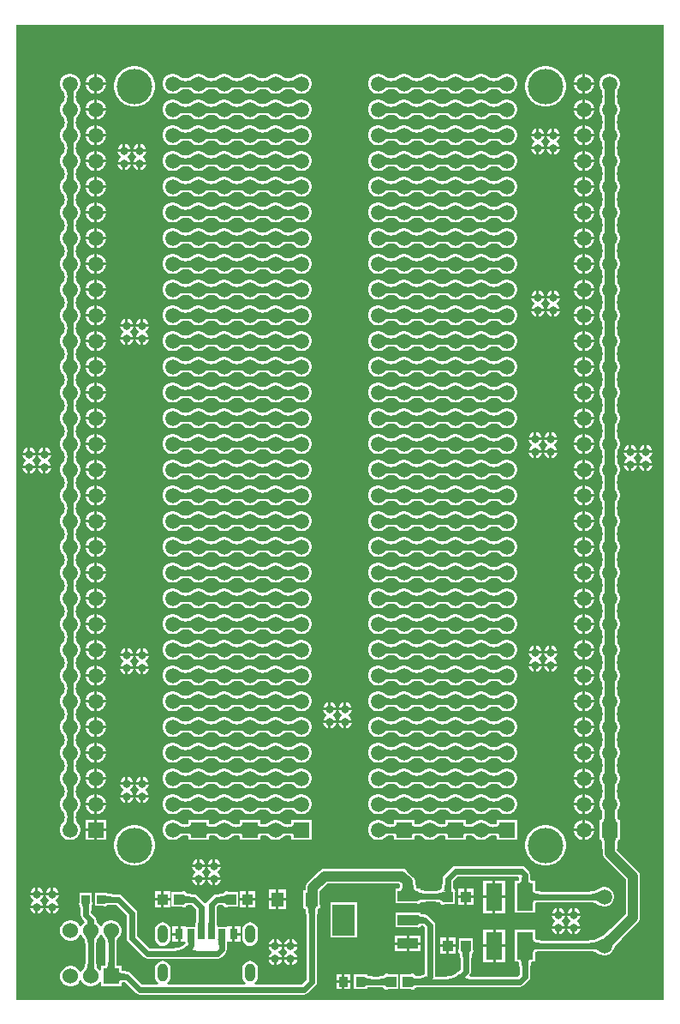
<source format=gtl>
G04*
G04 #@! TF.GenerationSoftware,Altium Limited,Altium Designer,21.3.2 (30)*
G04*
G04 Layer_Physical_Order=1*
G04 Layer_Color=255*
%FSLAX25Y25*%
%MOIN*%
G70*
G04*
G04 #@! TF.SameCoordinates,2023AB48-87E7-4F87-960C-B21D90223C06*
G04*
G04*
G04 #@! TF.FilePolarity,Positive*
G04*
G01*
G75*
%ADD11C,0.02362*%
%ADD17R,0.06437X0.10630*%
%ADD18C,0.05906*%
%ADD19R,0.03937X0.04331*%
%ADD20R,0.04724X0.05512*%
%ADD21R,0.03543X0.03937*%
%ADD22R,0.08000X0.04000*%
%ADD23R,0.09000X0.12000*%
%ADD24R,0.03175X0.03402*%
%ADD25R,0.03150X0.03937*%
%ADD27R,0.05906X0.05906*%
%ADD28C,0.13780*%
%ADD29R,0.06000X0.06000*%
%ADD30C,0.06000*%
%ADD31O,0.03937X0.07087*%
%ADD32C,0.03150*%
%ADD33C,0.03937*%
G36*
X252000Y0D02*
X0D01*
Y379000D01*
X252000D01*
Y0D01*
D02*
G37*
%LPC*%
G36*
X191520Y359953D02*
X190480D01*
X189474Y359683D01*
X188573Y359163D01*
X188265Y358855D01*
X188195Y358812D01*
X188048Y358674D01*
X187926Y358579D01*
X187797Y358496D01*
X187658Y358422D01*
X187507Y358358D01*
X187342Y358304D01*
X187162Y358261D01*
X186966Y358228D01*
X186753Y358208D01*
X186491Y358200D01*
X186312Y358159D01*
X186132Y358123D01*
X186119Y358114D01*
X186104Y358111D01*
X186000Y358037D01*
X185896Y358111D01*
X185881Y358114D01*
X185868Y358123D01*
X185688Y358159D01*
X185509Y358200D01*
X185247Y358208D01*
X185034Y358228D01*
X184838Y358261D01*
X184658Y358304D01*
X184493Y358358D01*
X184342Y358422D01*
X184203Y358496D01*
X184073Y358579D01*
X183952Y358674D01*
X183805Y358812D01*
X183735Y358855D01*
X183427Y359163D01*
X182526Y359683D01*
X181520Y359953D01*
X180480D01*
X179474Y359683D01*
X178573Y359163D01*
X178265Y358855D01*
X178195Y358812D01*
X178048Y358674D01*
X177927Y358579D01*
X177797Y358496D01*
X177658Y358422D01*
X177507Y358358D01*
X177342Y358304D01*
X177162Y358261D01*
X176966Y358228D01*
X176753Y358208D01*
X176491Y358200D01*
X176312Y358159D01*
X176132Y358123D01*
X176119Y358114D01*
X176104Y358111D01*
X176000Y358037D01*
X175896Y358111D01*
X175881Y358114D01*
X175868Y358123D01*
X175688Y358159D01*
X175509Y358200D01*
X175247Y358208D01*
X175034Y358228D01*
X174838Y358261D01*
X174658Y358304D01*
X174493Y358358D01*
X174342Y358422D01*
X174203Y358496D01*
X174073Y358579D01*
X173952Y358674D01*
X173805Y358812D01*
X173735Y358855D01*
X173427Y359163D01*
X172526Y359683D01*
X171520Y359953D01*
X170480D01*
X169474Y359683D01*
X168573Y359163D01*
X168265Y358855D01*
X168195Y358812D01*
X168048Y358674D01*
X167927Y358579D01*
X167797Y358496D01*
X167658Y358422D01*
X167507Y358358D01*
X167342Y358304D01*
X167162Y358261D01*
X166966Y358228D01*
X166753Y358208D01*
X166491Y358200D01*
X166312Y358159D01*
X166132Y358123D01*
X166119Y358114D01*
X166104Y358111D01*
X166000Y358037D01*
X165896Y358111D01*
X165881Y358114D01*
X165868Y358123D01*
X165688Y358159D01*
X165509Y358200D01*
X165247Y358208D01*
X165034Y358228D01*
X164838Y358261D01*
X164658Y358304D01*
X164493Y358358D01*
X164342Y358422D01*
X164203Y358496D01*
X164073Y358579D01*
X163952Y358674D01*
X163805Y358812D01*
X163735Y358855D01*
X163427Y359163D01*
X162526Y359683D01*
X161520Y359953D01*
X160480D01*
X159474Y359683D01*
X158573Y359163D01*
X158265Y358855D01*
X158195Y358812D01*
X158048Y358674D01*
X157926Y358579D01*
X157797Y358496D01*
X157658Y358422D01*
X157507Y358358D01*
X157342Y358304D01*
X157162Y358261D01*
X156966Y358228D01*
X156753Y358208D01*
X156491Y358200D01*
X156312Y358159D01*
X156132Y358123D01*
X156119Y358114D01*
X156104Y358111D01*
X156000Y358037D01*
X155896Y358111D01*
X155881Y358114D01*
X155868Y358123D01*
X155688Y358159D01*
X155509Y358200D01*
X155247Y358208D01*
X155034Y358228D01*
X154838Y358261D01*
X154658Y358304D01*
X154493Y358358D01*
X154342Y358422D01*
X154203Y358496D01*
X154073Y358579D01*
X153952Y358674D01*
X153805Y358812D01*
X153735Y358855D01*
X153427Y359163D01*
X152526Y359683D01*
X151520Y359953D01*
X150480D01*
X149474Y359683D01*
X148573Y359163D01*
X148265Y358855D01*
X148195Y358812D01*
X148048Y358674D01*
X147926Y358579D01*
X147797Y358496D01*
X147658Y358422D01*
X147507Y358358D01*
X147342Y358304D01*
X147162Y358261D01*
X146966Y358228D01*
X146753Y358208D01*
X146491Y358200D01*
X146312Y358159D01*
X146132Y358123D01*
X146119Y358114D01*
X146104Y358111D01*
X146000Y358037D01*
X145896Y358111D01*
X145881Y358114D01*
X145868Y358123D01*
X145688Y358159D01*
X145509Y358200D01*
X145247Y358208D01*
X145034Y358228D01*
X144838Y358261D01*
X144658Y358304D01*
X144493Y358358D01*
X144342Y358422D01*
X144203Y358496D01*
X144073Y358579D01*
X143952Y358674D01*
X143805Y358812D01*
X143735Y358855D01*
X143427Y359163D01*
X142526Y359683D01*
X141520Y359953D01*
X140480D01*
X139474Y359683D01*
X138573Y359163D01*
X137837Y358427D01*
X137317Y357526D01*
X137047Y356520D01*
Y355480D01*
X137317Y354474D01*
X137837Y353573D01*
X138573Y352837D01*
X139474Y352317D01*
X140480Y352047D01*
X141520D01*
X142526Y352317D01*
X143427Y352837D01*
X143735Y353145D01*
X143805Y353188D01*
X143952Y353326D01*
X144073Y353421D01*
X144203Y353504D01*
X144342Y353578D01*
X144493Y353642D01*
X144658Y353696D01*
X144838Y353739D01*
X145034Y353772D01*
X145247Y353792D01*
X145509Y353800D01*
X145688Y353841D01*
X145868Y353877D01*
X145881Y353886D01*
X145896Y353889D01*
X146000Y353963D01*
X146104Y353889D01*
X146119Y353886D01*
X146132Y353877D01*
X146312Y353841D01*
X146491Y353800D01*
X146753Y353792D01*
X146966Y353772D01*
X147162Y353739D01*
X147342Y353696D01*
X147507Y353642D01*
X147658Y353578D01*
X147797Y353504D01*
X147927Y353421D01*
X148048Y353326D01*
X148195Y353188D01*
X148265Y353145D01*
X148573Y352837D01*
X149474Y352317D01*
X150480Y352047D01*
X151520D01*
X152526Y352317D01*
X153427Y352837D01*
X153735Y353145D01*
X153805Y353188D01*
X153952Y353326D01*
X154074Y353421D01*
X154203Y353504D01*
X154342Y353578D01*
X154493Y353642D01*
X154658Y353696D01*
X154838Y353739D01*
X155034Y353772D01*
X155247Y353792D01*
X155509Y353800D01*
X155688Y353841D01*
X155868Y353877D01*
X155881Y353886D01*
X155896Y353889D01*
X156000Y353963D01*
X156104Y353889D01*
X156119Y353886D01*
X156132Y353877D01*
X156312Y353841D01*
X156491Y353800D01*
X156753Y353792D01*
X156966Y353772D01*
X157162Y353739D01*
X157342Y353696D01*
X157507Y353642D01*
X157658Y353578D01*
X157797Y353504D01*
X157927Y353421D01*
X158048Y353326D01*
X158195Y353188D01*
X158265Y353145D01*
X158573Y352837D01*
X159474Y352317D01*
X160480Y352047D01*
X161520D01*
X162526Y352317D01*
X163427Y352837D01*
X163735Y353145D01*
X163805Y353188D01*
X163952Y353326D01*
X164074Y353421D01*
X164203Y353504D01*
X164342Y353578D01*
X164493Y353642D01*
X164658Y353696D01*
X164838Y353739D01*
X165034Y353772D01*
X165247Y353792D01*
X165509Y353800D01*
X165688Y353841D01*
X165868Y353877D01*
X165881Y353886D01*
X165896Y353889D01*
X166000Y353963D01*
X166104Y353889D01*
X166119Y353886D01*
X166132Y353877D01*
X166312Y353841D01*
X166491Y353800D01*
X166753Y353792D01*
X166966Y353772D01*
X167162Y353739D01*
X167342Y353696D01*
X167507Y353642D01*
X167658Y353578D01*
X167797Y353504D01*
X167927Y353421D01*
X168048Y353326D01*
X168195Y353188D01*
X168265Y353145D01*
X168573Y352837D01*
X169474Y352317D01*
X170480Y352047D01*
X171520D01*
X172526Y352317D01*
X173427Y352837D01*
X173735Y353145D01*
X173805Y353188D01*
X173952Y353326D01*
X174074Y353421D01*
X174203Y353504D01*
X174342Y353578D01*
X174493Y353642D01*
X174658Y353696D01*
X174838Y353739D01*
X175034Y353772D01*
X175247Y353792D01*
X175509Y353800D01*
X175688Y353841D01*
X175868Y353877D01*
X175881Y353886D01*
X175896Y353889D01*
X176000Y353963D01*
X176104Y353889D01*
X176119Y353886D01*
X176132Y353877D01*
X176312Y353841D01*
X176491Y353800D01*
X176753Y353792D01*
X176966Y353772D01*
X177162Y353739D01*
X177342Y353696D01*
X177507Y353642D01*
X177658Y353578D01*
X177797Y353504D01*
X177927Y353421D01*
X178048Y353326D01*
X178195Y353188D01*
X178265Y353145D01*
X178573Y352837D01*
X179474Y352317D01*
X180480Y352047D01*
X181520D01*
X182526Y352317D01*
X183427Y352837D01*
X183735Y353145D01*
X183805Y353188D01*
X183952Y353326D01*
X184073Y353421D01*
X184203Y353504D01*
X184342Y353578D01*
X184493Y353642D01*
X184658Y353696D01*
X184838Y353739D01*
X185034Y353772D01*
X185247Y353792D01*
X185509Y353800D01*
X185688Y353841D01*
X185868Y353877D01*
X185881Y353886D01*
X185896Y353889D01*
X186000Y353963D01*
X186104Y353889D01*
X186119Y353886D01*
X186132Y353877D01*
X186312Y353841D01*
X186491Y353800D01*
X186753Y353792D01*
X186966Y353772D01*
X187162Y353739D01*
X187342Y353696D01*
X187507Y353642D01*
X187658Y353578D01*
X187797Y353504D01*
X187927Y353421D01*
X188048Y353326D01*
X188195Y353188D01*
X188265Y353145D01*
X188573Y352837D01*
X189474Y352317D01*
X190480Y352047D01*
X191520D01*
X192526Y352317D01*
X193427Y352837D01*
X194163Y353573D01*
X194683Y354474D01*
X194953Y355480D01*
Y356520D01*
X194683Y357526D01*
X194163Y358427D01*
X193427Y359163D01*
X192526Y359683D01*
X191520Y359953D01*
D02*
G37*
G36*
X111520D02*
X110480D01*
X109474Y359683D01*
X108573Y359163D01*
X108265Y358855D01*
X108195Y358812D01*
X108048Y358674D01*
X107926Y358579D01*
X107797Y358496D01*
X107658Y358422D01*
X107507Y358358D01*
X107342Y358304D01*
X107162Y358261D01*
X106966Y358228D01*
X106753Y358208D01*
X106491Y358200D01*
X106312Y358159D01*
X106132Y358123D01*
X106119Y358114D01*
X106104Y358111D01*
X106000Y358037D01*
X105896Y358111D01*
X105881Y358114D01*
X105868Y358123D01*
X105688Y358159D01*
X105509Y358200D01*
X105247Y358208D01*
X105034Y358228D01*
X104838Y358261D01*
X104658Y358304D01*
X104493Y358358D01*
X104342Y358422D01*
X104203Y358496D01*
X104073Y358579D01*
X103952Y358674D01*
X103805Y358812D01*
X103735Y358855D01*
X103427Y359163D01*
X102526Y359683D01*
X101520Y359953D01*
X100480D01*
X99474Y359683D01*
X98573Y359163D01*
X98265Y358855D01*
X98195Y358812D01*
X98048Y358674D01*
X97926Y358579D01*
X97797Y358496D01*
X97658Y358422D01*
X97507Y358358D01*
X97342Y358304D01*
X97162Y358261D01*
X96966Y358228D01*
X96753Y358208D01*
X96491Y358200D01*
X96312Y358159D01*
X96132Y358123D01*
X96119Y358114D01*
X96104Y358111D01*
X96000Y358037D01*
X95896Y358111D01*
X95881Y358114D01*
X95868Y358123D01*
X95688Y358159D01*
X95509Y358200D01*
X95247Y358208D01*
X95034Y358228D01*
X94838Y358261D01*
X94658Y358304D01*
X94493Y358358D01*
X94342Y358422D01*
X94203Y358496D01*
X94073Y358579D01*
X93952Y358674D01*
X93805Y358812D01*
X93735Y358855D01*
X93427Y359163D01*
X92526Y359683D01*
X91520Y359953D01*
X90480D01*
X89474Y359683D01*
X88573Y359163D01*
X88265Y358855D01*
X88195Y358812D01*
X88048Y358674D01*
X87927Y358579D01*
X87797Y358496D01*
X87658Y358422D01*
X87507Y358358D01*
X87342Y358304D01*
X87162Y358261D01*
X86966Y358228D01*
X86753Y358208D01*
X86491Y358200D01*
X86312Y358159D01*
X86132Y358123D01*
X86119Y358114D01*
X86104Y358111D01*
X86000Y358037D01*
X85896Y358111D01*
X85881Y358114D01*
X85868Y358123D01*
X85688Y358159D01*
X85509Y358200D01*
X85247Y358208D01*
X85034Y358228D01*
X84838Y358261D01*
X84658Y358304D01*
X84493Y358358D01*
X84342Y358422D01*
X84203Y358496D01*
X84073Y358579D01*
X83952Y358674D01*
X83805Y358812D01*
X83735Y358855D01*
X83427Y359163D01*
X82526Y359683D01*
X81520Y359953D01*
X80480D01*
X79474Y359683D01*
X78573Y359163D01*
X78265Y358855D01*
X78195Y358812D01*
X78048Y358674D01*
X77926Y358579D01*
X77797Y358496D01*
X77658Y358422D01*
X77507Y358358D01*
X77342Y358304D01*
X77162Y358261D01*
X76966Y358228D01*
X76753Y358208D01*
X76491Y358200D01*
X76312Y358159D01*
X76132Y358123D01*
X76119Y358114D01*
X76104Y358111D01*
X76000Y358037D01*
X75896Y358111D01*
X75881Y358114D01*
X75868Y358123D01*
X75688Y358159D01*
X75509Y358200D01*
X75247Y358208D01*
X75034Y358228D01*
X74838Y358261D01*
X74658Y358304D01*
X74493Y358358D01*
X74342Y358422D01*
X74203Y358496D01*
X74073Y358579D01*
X73952Y358674D01*
X73805Y358812D01*
X73735Y358855D01*
X73427Y359163D01*
X72526Y359683D01*
X71520Y359953D01*
X70480D01*
X69474Y359683D01*
X68573Y359163D01*
X68265Y358855D01*
X68195Y358812D01*
X68048Y358674D01*
X67927Y358579D01*
X67797Y358496D01*
X67658Y358422D01*
X67507Y358358D01*
X67342Y358304D01*
X67162Y358261D01*
X66966Y358228D01*
X66753Y358208D01*
X66491Y358200D01*
X66312Y358159D01*
X66132Y358123D01*
X66119Y358114D01*
X66104Y358111D01*
X66000Y358037D01*
X65896Y358111D01*
X65881Y358114D01*
X65868Y358123D01*
X65688Y358159D01*
X65509Y358200D01*
X65247Y358208D01*
X65034Y358228D01*
X64838Y358261D01*
X64658Y358304D01*
X64493Y358358D01*
X64342Y358422D01*
X64203Y358496D01*
X64073Y358579D01*
X63952Y358674D01*
X63805Y358812D01*
X63735Y358855D01*
X63427Y359163D01*
X62526Y359683D01*
X61520Y359953D01*
X60480D01*
X59474Y359683D01*
X58573Y359163D01*
X57837Y358427D01*
X57317Y357526D01*
X57047Y356520D01*
Y355480D01*
X57317Y354474D01*
X57837Y353573D01*
X58573Y352837D01*
X59474Y352317D01*
X60480Y352047D01*
X61520D01*
X62526Y352317D01*
X63427Y352837D01*
X63735Y353145D01*
X63805Y353188D01*
X63952Y353326D01*
X64073Y353421D01*
X64203Y353504D01*
X64342Y353578D01*
X64493Y353642D01*
X64658Y353696D01*
X64838Y353739D01*
X65034Y353772D01*
X65247Y353792D01*
X65509Y353800D01*
X65688Y353841D01*
X65868Y353877D01*
X65881Y353886D01*
X65896Y353889D01*
X66000Y353963D01*
X66104Y353889D01*
X66119Y353886D01*
X66132Y353877D01*
X66312Y353841D01*
X66491Y353800D01*
X66753Y353792D01*
X66966Y353772D01*
X67162Y353739D01*
X67342Y353696D01*
X67507Y353642D01*
X67658Y353578D01*
X67797Y353504D01*
X67927Y353421D01*
X68048Y353326D01*
X68195Y353188D01*
X68265Y353145D01*
X68573Y352837D01*
X69474Y352317D01*
X70480Y352047D01*
X71520D01*
X72526Y352317D01*
X73427Y352837D01*
X73735Y353145D01*
X73805Y353188D01*
X73952Y353326D01*
X74073Y353421D01*
X74203Y353504D01*
X74342Y353578D01*
X74493Y353642D01*
X74658Y353696D01*
X74838Y353739D01*
X75034Y353772D01*
X75247Y353792D01*
X75509Y353800D01*
X75688Y353841D01*
X75868Y353877D01*
X75881Y353886D01*
X75896Y353889D01*
X76000Y353963D01*
X76104Y353889D01*
X76119Y353886D01*
X76132Y353877D01*
X76312Y353841D01*
X76491Y353800D01*
X76753Y353792D01*
X76966Y353772D01*
X77162Y353739D01*
X77342Y353696D01*
X77507Y353642D01*
X77658Y353578D01*
X77797Y353504D01*
X77927Y353421D01*
X78048Y353326D01*
X78195Y353188D01*
X78265Y353145D01*
X78573Y352837D01*
X79474Y352317D01*
X80480Y352047D01*
X81520D01*
X82526Y352317D01*
X83427Y352837D01*
X83735Y353145D01*
X83805Y353188D01*
X83952Y353326D01*
X84074Y353421D01*
X84203Y353504D01*
X84342Y353578D01*
X84493Y353642D01*
X84658Y353696D01*
X84838Y353739D01*
X85034Y353772D01*
X85247Y353792D01*
X85509Y353800D01*
X85688Y353841D01*
X85868Y353877D01*
X85881Y353886D01*
X85896Y353889D01*
X86000Y353963D01*
X86104Y353889D01*
X86119Y353886D01*
X86132Y353877D01*
X86312Y353841D01*
X86491Y353800D01*
X86753Y353792D01*
X86966Y353772D01*
X87162Y353739D01*
X87342Y353696D01*
X87507Y353642D01*
X87658Y353578D01*
X87797Y353504D01*
X87927Y353421D01*
X88048Y353326D01*
X88195Y353188D01*
X88265Y353145D01*
X88573Y352837D01*
X89474Y352317D01*
X90480Y352047D01*
X91520D01*
X92526Y352317D01*
X93427Y352837D01*
X93735Y353145D01*
X93805Y353188D01*
X93952Y353326D01*
X94073Y353421D01*
X94203Y353504D01*
X94342Y353578D01*
X94493Y353642D01*
X94658Y353696D01*
X94838Y353739D01*
X95034Y353772D01*
X95247Y353792D01*
X95509Y353800D01*
X95688Y353841D01*
X95868Y353877D01*
X95881Y353886D01*
X95896Y353889D01*
X96000Y353963D01*
X96104Y353889D01*
X96119Y353886D01*
X96132Y353877D01*
X96312Y353841D01*
X96491Y353800D01*
X96753Y353792D01*
X96966Y353772D01*
X97162Y353739D01*
X97342Y353696D01*
X97507Y353642D01*
X97658Y353578D01*
X97797Y353504D01*
X97927Y353421D01*
X98048Y353326D01*
X98195Y353188D01*
X98265Y353145D01*
X98573Y352837D01*
X99474Y352317D01*
X100480Y352047D01*
X101520D01*
X102526Y352317D01*
X103427Y352837D01*
X103735Y353145D01*
X103805Y353188D01*
X103952Y353326D01*
X104074Y353421D01*
X104203Y353504D01*
X104342Y353578D01*
X104493Y353642D01*
X104658Y353696D01*
X104838Y353739D01*
X105034Y353772D01*
X105247Y353792D01*
X105509Y353800D01*
X105688Y353841D01*
X105868Y353877D01*
X105881Y353886D01*
X105896Y353889D01*
X106000Y353963D01*
X106104Y353889D01*
X106119Y353886D01*
X106132Y353877D01*
X106312Y353841D01*
X106491Y353800D01*
X106753Y353792D01*
X106966Y353772D01*
X107162Y353739D01*
X107342Y353696D01*
X107507Y353642D01*
X107658Y353578D01*
X107797Y353504D01*
X107927Y353421D01*
X108048Y353326D01*
X108195Y353188D01*
X108265Y353145D01*
X108573Y352837D01*
X109474Y352317D01*
X110480Y352047D01*
X111520D01*
X112526Y352317D01*
X113427Y352837D01*
X114163Y353573D01*
X114683Y354474D01*
X114953Y355480D01*
Y356520D01*
X114683Y357526D01*
X114163Y358427D01*
X113427Y359163D01*
X112526Y359683D01*
X111520Y359953D01*
D02*
G37*
G36*
X221520D02*
X221500D01*
Y356500D01*
X224953D01*
Y356520D01*
X224683Y357526D01*
X224163Y358427D01*
X223427Y359163D01*
X222526Y359683D01*
X221520Y359953D01*
D02*
G37*
G36*
X31520D02*
X31500D01*
Y356500D01*
X34953D01*
Y356520D01*
X34683Y357526D01*
X34163Y358427D01*
X33427Y359163D01*
X32526Y359683D01*
X31520Y359953D01*
D02*
G37*
G36*
X220500D02*
X220480D01*
X219474Y359683D01*
X218573Y359163D01*
X217837Y358427D01*
X217317Y357526D01*
X217047Y356520D01*
Y356500D01*
X220500D01*
Y359953D01*
D02*
G37*
G36*
X30500D02*
X30480D01*
X29474Y359683D01*
X28573Y359163D01*
X27837Y358427D01*
X27317Y357526D01*
X27047Y356520D01*
Y356500D01*
X30500D01*
Y359953D01*
D02*
G37*
G36*
X224953Y355500D02*
X221500D01*
Y352047D01*
X221520D01*
X222526Y352317D01*
X223427Y352837D01*
X224163Y353573D01*
X224683Y354474D01*
X224953Y355480D01*
Y355500D01*
D02*
G37*
G36*
X220500D02*
X217047D01*
Y355480D01*
X217317Y354474D01*
X217837Y353573D01*
X218573Y352837D01*
X219474Y352317D01*
X220480Y352047D01*
X220500D01*
Y355500D01*
D02*
G37*
G36*
X34953D02*
X31500D01*
Y352047D01*
X31520D01*
X32526Y352317D01*
X33427Y352837D01*
X34163Y353573D01*
X34683Y354474D01*
X34953Y355480D01*
Y355500D01*
D02*
G37*
G36*
X30500D02*
X27047D01*
Y355480D01*
X27317Y354474D01*
X27837Y353573D01*
X28573Y352837D01*
X29474Y352317D01*
X30480Y352047D01*
X30500D01*
Y355500D01*
D02*
G37*
G36*
X191520Y349953D02*
X190480D01*
X189474Y349683D01*
X188573Y349163D01*
X188265Y348855D01*
X188195Y348812D01*
X188048Y348674D01*
X187926Y348579D01*
X187797Y348496D01*
X187658Y348422D01*
X187507Y348358D01*
X187342Y348304D01*
X187162Y348261D01*
X186966Y348228D01*
X186753Y348208D01*
X186491Y348200D01*
X186312Y348159D01*
X186132Y348123D01*
X186119Y348114D01*
X186104Y348111D01*
X186000Y348037D01*
X185896Y348111D01*
X185881Y348114D01*
X185868Y348123D01*
X185688Y348159D01*
X185509Y348200D01*
X185247Y348208D01*
X185034Y348228D01*
X184838Y348261D01*
X184658Y348304D01*
X184493Y348358D01*
X184342Y348422D01*
X184203Y348496D01*
X184073Y348579D01*
X183952Y348674D01*
X183805Y348812D01*
X183735Y348855D01*
X183427Y349163D01*
X182526Y349683D01*
X181520Y349953D01*
X180480D01*
X179474Y349683D01*
X178573Y349163D01*
X178265Y348855D01*
X178195Y348812D01*
X178048Y348674D01*
X177927Y348579D01*
X177797Y348496D01*
X177658Y348422D01*
X177507Y348358D01*
X177342Y348304D01*
X177162Y348261D01*
X176966Y348228D01*
X176753Y348208D01*
X176491Y348200D01*
X176312Y348159D01*
X176132Y348123D01*
X176119Y348114D01*
X176104Y348111D01*
X176000Y348037D01*
X175896Y348111D01*
X175881Y348114D01*
X175868Y348123D01*
X175688Y348159D01*
X175509Y348200D01*
X175247Y348208D01*
X175034Y348228D01*
X174838Y348261D01*
X174658Y348304D01*
X174493Y348358D01*
X174342Y348422D01*
X174203Y348496D01*
X174073Y348579D01*
X173952Y348674D01*
X173805Y348812D01*
X173735Y348855D01*
X173427Y349163D01*
X172526Y349683D01*
X171520Y349953D01*
X170480D01*
X169474Y349683D01*
X168573Y349163D01*
X168265Y348855D01*
X168195Y348812D01*
X168048Y348674D01*
X167927Y348579D01*
X167797Y348496D01*
X167658Y348422D01*
X167507Y348358D01*
X167342Y348304D01*
X167162Y348261D01*
X166966Y348228D01*
X166753Y348208D01*
X166491Y348200D01*
X166312Y348159D01*
X166132Y348123D01*
X166119Y348114D01*
X166104Y348111D01*
X166000Y348037D01*
X165896Y348111D01*
X165881Y348114D01*
X165868Y348123D01*
X165688Y348159D01*
X165509Y348200D01*
X165247Y348208D01*
X165034Y348228D01*
X164838Y348261D01*
X164658Y348304D01*
X164493Y348358D01*
X164342Y348422D01*
X164203Y348496D01*
X164073Y348579D01*
X163952Y348674D01*
X163805Y348812D01*
X163735Y348855D01*
X163427Y349163D01*
X162526Y349683D01*
X161520Y349953D01*
X160480D01*
X159474Y349683D01*
X158573Y349163D01*
X158265Y348855D01*
X158195Y348812D01*
X158048Y348674D01*
X157926Y348579D01*
X157797Y348496D01*
X157658Y348422D01*
X157507Y348358D01*
X157342Y348304D01*
X157162Y348261D01*
X156966Y348228D01*
X156753Y348208D01*
X156491Y348200D01*
X156312Y348159D01*
X156132Y348123D01*
X156119Y348114D01*
X156104Y348111D01*
X156000Y348037D01*
X155896Y348111D01*
X155881Y348114D01*
X155868Y348123D01*
X155688Y348159D01*
X155509Y348200D01*
X155247Y348208D01*
X155034Y348228D01*
X154838Y348261D01*
X154658Y348304D01*
X154493Y348358D01*
X154342Y348422D01*
X154203Y348496D01*
X154073Y348579D01*
X153952Y348674D01*
X153805Y348812D01*
X153735Y348855D01*
X153427Y349163D01*
X152526Y349683D01*
X151520Y349953D01*
X150480D01*
X149474Y349683D01*
X148573Y349163D01*
X148265Y348855D01*
X148195Y348812D01*
X148048Y348674D01*
X147926Y348579D01*
X147797Y348496D01*
X147658Y348422D01*
X147507Y348358D01*
X147342Y348304D01*
X147162Y348261D01*
X146966Y348228D01*
X146753Y348208D01*
X146491Y348200D01*
X146312Y348159D01*
X146132Y348123D01*
X146119Y348114D01*
X146104Y348111D01*
X146000Y348037D01*
X145896Y348111D01*
X145881Y348114D01*
X145868Y348123D01*
X145688Y348159D01*
X145509Y348200D01*
X145247Y348208D01*
X145034Y348228D01*
X144838Y348261D01*
X144658Y348304D01*
X144493Y348358D01*
X144342Y348422D01*
X144203Y348496D01*
X144073Y348579D01*
X143952Y348674D01*
X143805Y348812D01*
X143735Y348855D01*
X143427Y349163D01*
X142526Y349683D01*
X141520Y349953D01*
X140480D01*
X139474Y349683D01*
X138573Y349163D01*
X137837Y348427D01*
X137317Y347526D01*
X137047Y346520D01*
Y345480D01*
X137317Y344474D01*
X137837Y343573D01*
X138573Y342837D01*
X139474Y342317D01*
X140480Y342047D01*
X141520D01*
X142526Y342317D01*
X143427Y342837D01*
X143735Y343145D01*
X143805Y343188D01*
X143952Y343326D01*
X144073Y343421D01*
X144203Y343504D01*
X144342Y343578D01*
X144493Y343642D01*
X144658Y343696D01*
X144838Y343739D01*
X145034Y343772D01*
X145247Y343792D01*
X145509Y343800D01*
X145688Y343841D01*
X145868Y343877D01*
X145881Y343886D01*
X145896Y343889D01*
X146000Y343963D01*
X146104Y343889D01*
X146119Y343886D01*
X146132Y343877D01*
X146312Y343841D01*
X146491Y343800D01*
X146753Y343792D01*
X146966Y343772D01*
X147162Y343739D01*
X147342Y343696D01*
X147507Y343642D01*
X147658Y343578D01*
X147797Y343504D01*
X147927Y343421D01*
X148048Y343326D01*
X148195Y343188D01*
X148265Y343145D01*
X148573Y342837D01*
X149474Y342317D01*
X150480Y342047D01*
X151520D01*
X152526Y342317D01*
X153427Y342837D01*
X153735Y343145D01*
X153805Y343188D01*
X153952Y343326D01*
X154074Y343421D01*
X154203Y343504D01*
X154342Y343578D01*
X154493Y343642D01*
X154658Y343696D01*
X154838Y343739D01*
X155034Y343772D01*
X155247Y343792D01*
X155509Y343800D01*
X155688Y343841D01*
X155868Y343877D01*
X155881Y343886D01*
X155896Y343889D01*
X156000Y343963D01*
X156104Y343889D01*
X156119Y343886D01*
X156132Y343877D01*
X156312Y343841D01*
X156491Y343800D01*
X156753Y343792D01*
X156966Y343772D01*
X157162Y343739D01*
X157342Y343696D01*
X157507Y343642D01*
X157658Y343578D01*
X157797Y343504D01*
X157927Y343421D01*
X158048Y343326D01*
X158195Y343188D01*
X158265Y343145D01*
X158573Y342837D01*
X159474Y342317D01*
X160480Y342047D01*
X161520D01*
X162526Y342317D01*
X163427Y342837D01*
X163735Y343145D01*
X163805Y343188D01*
X163952Y343326D01*
X164074Y343421D01*
X164203Y343504D01*
X164342Y343578D01*
X164493Y343642D01*
X164658Y343696D01*
X164838Y343739D01*
X165034Y343772D01*
X165247Y343792D01*
X165509Y343800D01*
X165688Y343841D01*
X165868Y343877D01*
X165881Y343886D01*
X165896Y343889D01*
X166000Y343963D01*
X166104Y343889D01*
X166119Y343886D01*
X166132Y343877D01*
X166312Y343841D01*
X166491Y343800D01*
X166753Y343792D01*
X166966Y343772D01*
X167162Y343739D01*
X167342Y343696D01*
X167507Y343642D01*
X167658Y343578D01*
X167797Y343504D01*
X167927Y343421D01*
X168048Y343326D01*
X168195Y343188D01*
X168265Y343145D01*
X168573Y342837D01*
X169474Y342317D01*
X170480Y342047D01*
X171520D01*
X172526Y342317D01*
X173427Y342837D01*
X173735Y343145D01*
X173805Y343188D01*
X173952Y343326D01*
X174074Y343421D01*
X174203Y343504D01*
X174342Y343578D01*
X174493Y343642D01*
X174658Y343696D01*
X174838Y343739D01*
X175034Y343772D01*
X175247Y343792D01*
X175509Y343800D01*
X175688Y343841D01*
X175868Y343877D01*
X175881Y343886D01*
X175896Y343889D01*
X176000Y343963D01*
X176104Y343889D01*
X176119Y343886D01*
X176132Y343877D01*
X176312Y343841D01*
X176491Y343800D01*
X176753Y343792D01*
X176966Y343772D01*
X177162Y343739D01*
X177342Y343696D01*
X177507Y343642D01*
X177658Y343578D01*
X177797Y343504D01*
X177927Y343421D01*
X178048Y343326D01*
X178195Y343188D01*
X178265Y343145D01*
X178573Y342837D01*
X179474Y342317D01*
X180480Y342047D01*
X181520D01*
X182526Y342317D01*
X183427Y342837D01*
X183735Y343145D01*
X183805Y343188D01*
X183952Y343326D01*
X184073Y343421D01*
X184203Y343504D01*
X184342Y343578D01*
X184493Y343642D01*
X184658Y343696D01*
X184838Y343739D01*
X185034Y343772D01*
X185247Y343792D01*
X185509Y343800D01*
X185688Y343841D01*
X185868Y343877D01*
X185881Y343886D01*
X185896Y343889D01*
X186000Y343963D01*
X186104Y343889D01*
X186119Y343886D01*
X186132Y343877D01*
X186312Y343841D01*
X186491Y343800D01*
X186753Y343792D01*
X186966Y343772D01*
X187162Y343739D01*
X187342Y343696D01*
X187507Y343642D01*
X187658Y343578D01*
X187797Y343504D01*
X187927Y343421D01*
X188048Y343326D01*
X188195Y343188D01*
X188265Y343145D01*
X188573Y342837D01*
X189474Y342317D01*
X190480Y342047D01*
X191520D01*
X192526Y342317D01*
X193427Y342837D01*
X194163Y343573D01*
X194683Y344474D01*
X194953Y345480D01*
Y346520D01*
X194683Y347526D01*
X194163Y348427D01*
X193427Y349163D01*
X192526Y349683D01*
X191520Y349953D01*
D02*
G37*
G36*
X111520D02*
X110480D01*
X109474Y349683D01*
X108573Y349163D01*
X108265Y348855D01*
X108195Y348812D01*
X108048Y348674D01*
X107926Y348579D01*
X107797Y348496D01*
X107658Y348422D01*
X107507Y348358D01*
X107342Y348304D01*
X107162Y348261D01*
X106966Y348228D01*
X106753Y348208D01*
X106491Y348200D01*
X106312Y348159D01*
X106132Y348123D01*
X106119Y348114D01*
X106104Y348111D01*
X106000Y348037D01*
X105896Y348111D01*
X105881Y348114D01*
X105868Y348123D01*
X105688Y348159D01*
X105509Y348200D01*
X105247Y348208D01*
X105034Y348228D01*
X104838Y348261D01*
X104658Y348304D01*
X104493Y348358D01*
X104342Y348422D01*
X104203Y348496D01*
X104073Y348579D01*
X103952Y348674D01*
X103805Y348812D01*
X103735Y348855D01*
X103427Y349163D01*
X102526Y349683D01*
X101520Y349953D01*
X100480D01*
X99474Y349683D01*
X98573Y349163D01*
X98265Y348855D01*
X98195Y348812D01*
X98048Y348674D01*
X97926Y348579D01*
X97797Y348496D01*
X97658Y348422D01*
X97507Y348358D01*
X97342Y348304D01*
X97162Y348261D01*
X96966Y348228D01*
X96753Y348208D01*
X96491Y348200D01*
X96312Y348159D01*
X96132Y348123D01*
X96119Y348114D01*
X96104Y348111D01*
X96000Y348037D01*
X95896Y348111D01*
X95881Y348114D01*
X95868Y348123D01*
X95688Y348159D01*
X95509Y348200D01*
X95247Y348208D01*
X95034Y348228D01*
X94838Y348261D01*
X94658Y348304D01*
X94493Y348358D01*
X94342Y348422D01*
X94203Y348496D01*
X94073Y348579D01*
X93952Y348674D01*
X93805Y348812D01*
X93735Y348855D01*
X93427Y349163D01*
X92526Y349683D01*
X91520Y349953D01*
X90480D01*
X89474Y349683D01*
X88573Y349163D01*
X88265Y348855D01*
X88195Y348812D01*
X88048Y348674D01*
X87927Y348579D01*
X87797Y348496D01*
X87658Y348422D01*
X87507Y348358D01*
X87342Y348304D01*
X87162Y348261D01*
X86966Y348228D01*
X86753Y348208D01*
X86491Y348200D01*
X86312Y348159D01*
X86132Y348123D01*
X86119Y348114D01*
X86104Y348111D01*
X86000Y348037D01*
X85896Y348111D01*
X85881Y348114D01*
X85868Y348123D01*
X85688Y348159D01*
X85509Y348200D01*
X85247Y348208D01*
X85034Y348228D01*
X84838Y348261D01*
X84658Y348304D01*
X84493Y348358D01*
X84342Y348422D01*
X84203Y348496D01*
X84073Y348579D01*
X83952Y348674D01*
X83805Y348812D01*
X83735Y348855D01*
X83427Y349163D01*
X82526Y349683D01*
X81520Y349953D01*
X80480D01*
X79474Y349683D01*
X78573Y349163D01*
X78265Y348855D01*
X78195Y348812D01*
X78048Y348674D01*
X77926Y348579D01*
X77797Y348496D01*
X77658Y348422D01*
X77507Y348358D01*
X77342Y348304D01*
X77162Y348261D01*
X76966Y348228D01*
X76753Y348208D01*
X76491Y348200D01*
X76312Y348159D01*
X76132Y348123D01*
X76119Y348114D01*
X76104Y348111D01*
X76000Y348037D01*
X75896Y348111D01*
X75881Y348114D01*
X75868Y348123D01*
X75688Y348159D01*
X75509Y348200D01*
X75247Y348208D01*
X75034Y348228D01*
X74838Y348261D01*
X74658Y348304D01*
X74493Y348358D01*
X74342Y348422D01*
X74203Y348496D01*
X74073Y348579D01*
X73952Y348674D01*
X73805Y348812D01*
X73735Y348855D01*
X73427Y349163D01*
X72526Y349683D01*
X71520Y349953D01*
X70480D01*
X69474Y349683D01*
X68573Y349163D01*
X68265Y348855D01*
X68195Y348812D01*
X68048Y348674D01*
X67927Y348579D01*
X67797Y348496D01*
X67658Y348422D01*
X67507Y348358D01*
X67342Y348304D01*
X67162Y348261D01*
X66966Y348228D01*
X66753Y348208D01*
X66491Y348200D01*
X66312Y348159D01*
X66132Y348123D01*
X66119Y348114D01*
X66104Y348111D01*
X66000Y348037D01*
X65896Y348111D01*
X65881Y348114D01*
X65868Y348123D01*
X65688Y348159D01*
X65509Y348200D01*
X65247Y348208D01*
X65034Y348228D01*
X64838Y348261D01*
X64658Y348304D01*
X64493Y348358D01*
X64342Y348422D01*
X64203Y348496D01*
X64073Y348579D01*
X63952Y348674D01*
X63805Y348812D01*
X63735Y348855D01*
X63427Y349163D01*
X62526Y349683D01*
X61520Y349953D01*
X60480D01*
X59474Y349683D01*
X58573Y349163D01*
X57837Y348427D01*
X57317Y347526D01*
X57047Y346520D01*
Y345480D01*
X57317Y344474D01*
X57837Y343573D01*
X58573Y342837D01*
X59474Y342317D01*
X60480Y342047D01*
X61520D01*
X62526Y342317D01*
X63427Y342837D01*
X63735Y343145D01*
X63805Y343188D01*
X63952Y343326D01*
X64073Y343421D01*
X64203Y343504D01*
X64342Y343578D01*
X64493Y343642D01*
X64658Y343696D01*
X64838Y343739D01*
X65034Y343772D01*
X65247Y343792D01*
X65509Y343800D01*
X65688Y343841D01*
X65868Y343877D01*
X65881Y343886D01*
X65896Y343889D01*
X66000Y343963D01*
X66104Y343889D01*
X66119Y343886D01*
X66132Y343877D01*
X66312Y343841D01*
X66491Y343800D01*
X66753Y343792D01*
X66966Y343772D01*
X67162Y343739D01*
X67342Y343696D01*
X67507Y343642D01*
X67658Y343578D01*
X67797Y343504D01*
X67927Y343421D01*
X68048Y343326D01*
X68195Y343188D01*
X68265Y343145D01*
X68573Y342837D01*
X69474Y342317D01*
X70480Y342047D01*
X71520D01*
X72526Y342317D01*
X73427Y342837D01*
X73735Y343145D01*
X73805Y343188D01*
X73952Y343326D01*
X74073Y343421D01*
X74203Y343504D01*
X74342Y343578D01*
X74493Y343642D01*
X74658Y343696D01*
X74838Y343739D01*
X75034Y343772D01*
X75247Y343792D01*
X75509Y343800D01*
X75688Y343841D01*
X75868Y343877D01*
X75881Y343886D01*
X75896Y343889D01*
X76000Y343963D01*
X76104Y343889D01*
X76119Y343886D01*
X76132Y343877D01*
X76312Y343841D01*
X76491Y343800D01*
X76753Y343792D01*
X76966Y343772D01*
X77162Y343739D01*
X77342Y343696D01*
X77507Y343642D01*
X77658Y343578D01*
X77797Y343504D01*
X77927Y343421D01*
X78048Y343326D01*
X78195Y343188D01*
X78265Y343145D01*
X78573Y342837D01*
X79474Y342317D01*
X80480Y342047D01*
X81520D01*
X82526Y342317D01*
X83427Y342837D01*
X83735Y343145D01*
X83805Y343188D01*
X83952Y343326D01*
X84074Y343421D01*
X84203Y343504D01*
X84342Y343578D01*
X84493Y343642D01*
X84658Y343696D01*
X84838Y343739D01*
X85034Y343772D01*
X85247Y343792D01*
X85509Y343800D01*
X85688Y343841D01*
X85868Y343877D01*
X85881Y343886D01*
X85896Y343889D01*
X86000Y343963D01*
X86104Y343889D01*
X86119Y343886D01*
X86132Y343877D01*
X86312Y343841D01*
X86491Y343800D01*
X86753Y343792D01*
X86966Y343772D01*
X87162Y343739D01*
X87342Y343696D01*
X87507Y343642D01*
X87658Y343578D01*
X87797Y343504D01*
X87927Y343421D01*
X88048Y343326D01*
X88195Y343188D01*
X88265Y343145D01*
X88573Y342837D01*
X89474Y342317D01*
X90480Y342047D01*
X91520D01*
X92526Y342317D01*
X93427Y342837D01*
X93735Y343145D01*
X93805Y343188D01*
X93952Y343326D01*
X94073Y343421D01*
X94203Y343504D01*
X94342Y343578D01*
X94493Y343642D01*
X94658Y343696D01*
X94838Y343739D01*
X95034Y343772D01*
X95247Y343792D01*
X95509Y343800D01*
X95688Y343841D01*
X95868Y343877D01*
X95881Y343886D01*
X95896Y343889D01*
X96000Y343963D01*
X96104Y343889D01*
X96119Y343886D01*
X96132Y343877D01*
X96312Y343841D01*
X96491Y343800D01*
X96753Y343792D01*
X96966Y343772D01*
X97162Y343739D01*
X97342Y343696D01*
X97507Y343642D01*
X97658Y343578D01*
X97797Y343504D01*
X97927Y343421D01*
X98048Y343326D01*
X98195Y343188D01*
X98265Y343145D01*
X98573Y342837D01*
X99474Y342317D01*
X100480Y342047D01*
X101520D01*
X102526Y342317D01*
X103427Y342837D01*
X103735Y343145D01*
X103805Y343188D01*
X103952Y343326D01*
X104074Y343421D01*
X104203Y343504D01*
X104342Y343578D01*
X104493Y343642D01*
X104658Y343696D01*
X104838Y343739D01*
X105034Y343772D01*
X105247Y343792D01*
X105509Y343800D01*
X105688Y343841D01*
X105868Y343877D01*
X105881Y343886D01*
X105896Y343889D01*
X106000Y343963D01*
X106104Y343889D01*
X106119Y343886D01*
X106132Y343877D01*
X106312Y343841D01*
X106491Y343800D01*
X106753Y343792D01*
X106966Y343772D01*
X107162Y343739D01*
X107342Y343696D01*
X107507Y343642D01*
X107658Y343578D01*
X107797Y343504D01*
X107927Y343421D01*
X108048Y343326D01*
X108195Y343188D01*
X108265Y343145D01*
X108573Y342837D01*
X109474Y342317D01*
X110480Y342047D01*
X111520D01*
X112526Y342317D01*
X113427Y342837D01*
X114163Y343573D01*
X114683Y344474D01*
X114953Y345480D01*
Y346520D01*
X114683Y347526D01*
X114163Y348427D01*
X113427Y349163D01*
X112526Y349683D01*
X111520Y349953D01*
D02*
G37*
G36*
X206777Y362890D02*
X205223D01*
X203699Y362587D01*
X202263Y361992D01*
X200971Y361128D01*
X199872Y360029D01*
X199008Y358737D01*
X198413Y357301D01*
X198110Y355777D01*
Y354223D01*
X198413Y352699D01*
X199008Y351263D01*
X199872Y349971D01*
X200971Y348872D01*
X202263Y348008D01*
X203699Y347413D01*
X205223Y347110D01*
X206777D01*
X208301Y347413D01*
X209737Y348008D01*
X211029Y348872D01*
X212128Y349971D01*
X212992Y351263D01*
X213587Y352699D01*
X213890Y354223D01*
Y355777D01*
X213587Y357301D01*
X212992Y358737D01*
X212128Y360029D01*
X211029Y361128D01*
X209737Y361992D01*
X208301Y362587D01*
X206777Y362890D01*
D02*
G37*
G36*
X46777D02*
X45223D01*
X43699Y362587D01*
X42263Y361992D01*
X40971Y361128D01*
X39872Y360029D01*
X39008Y358737D01*
X38413Y357301D01*
X38110Y355777D01*
Y354223D01*
X38413Y352699D01*
X39008Y351263D01*
X39872Y349971D01*
X40971Y348872D01*
X42263Y348008D01*
X43699Y347413D01*
X45223Y347110D01*
X46777D01*
X48301Y347413D01*
X49737Y348008D01*
X51029Y348872D01*
X52128Y349971D01*
X52992Y351263D01*
X53587Y352699D01*
X53890Y354223D01*
Y355777D01*
X53587Y357301D01*
X52992Y358737D01*
X52128Y360029D01*
X51029Y361128D01*
X49737Y361992D01*
X48301Y362587D01*
X46777Y362890D01*
D02*
G37*
G36*
X221520Y349953D02*
X221500D01*
Y346500D01*
X224953D01*
Y346520D01*
X224683Y347526D01*
X224163Y348427D01*
X223427Y349163D01*
X222526Y349683D01*
X221520Y349953D01*
D02*
G37*
G36*
X31520D02*
X31500D01*
Y346500D01*
X34953D01*
Y346520D01*
X34683Y347526D01*
X34163Y348427D01*
X33427Y349163D01*
X32526Y349683D01*
X31520Y349953D01*
D02*
G37*
G36*
X220500D02*
X220480D01*
X219474Y349683D01*
X218573Y349163D01*
X217837Y348427D01*
X217317Y347526D01*
X217047Y346520D01*
Y346500D01*
X220500D01*
Y349953D01*
D02*
G37*
G36*
X30500D02*
X30480D01*
X29474Y349683D01*
X28573Y349163D01*
X27837Y348427D01*
X27317Y347526D01*
X27047Y346520D01*
Y346500D01*
X30500D01*
Y349953D01*
D02*
G37*
G36*
X224953Y345500D02*
X221500D01*
Y342047D01*
X221520D01*
X222526Y342317D01*
X223427Y342837D01*
X224163Y343573D01*
X224683Y344474D01*
X224953Y345480D01*
Y345500D01*
D02*
G37*
G36*
X220500D02*
X217047D01*
Y345480D01*
X217317Y344474D01*
X217837Y343573D01*
X218573Y342837D01*
X219474Y342317D01*
X220480Y342047D01*
X220500D01*
Y345500D01*
D02*
G37*
G36*
X34953D02*
X31500D01*
Y342047D01*
X31520D01*
X32526Y342317D01*
X33427Y342837D01*
X34163Y343573D01*
X34683Y344474D01*
X34953Y345480D01*
Y345500D01*
D02*
G37*
G36*
X30500D02*
X27047D01*
Y345480D01*
X27317Y344474D01*
X27837Y343573D01*
X28573Y342837D01*
X29474Y342317D01*
X30480Y342047D01*
X30500D01*
Y345500D01*
D02*
G37*
G36*
X191520Y339953D02*
X190480D01*
X189474Y339683D01*
X188573Y339163D01*
X188265Y338855D01*
X188195Y338812D01*
X188048Y338674D01*
X187926Y338579D01*
X187797Y338496D01*
X187658Y338422D01*
X187507Y338358D01*
X187342Y338304D01*
X187162Y338261D01*
X186966Y338228D01*
X186753Y338208D01*
X186491Y338200D01*
X186312Y338159D01*
X186132Y338123D01*
X186119Y338114D01*
X186104Y338111D01*
X186000Y338037D01*
X185896Y338111D01*
X185881Y338114D01*
X185868Y338123D01*
X185688Y338159D01*
X185509Y338200D01*
X185247Y338208D01*
X185034Y338228D01*
X184838Y338261D01*
X184658Y338304D01*
X184493Y338358D01*
X184342Y338422D01*
X184203Y338496D01*
X184073Y338579D01*
X183952Y338674D01*
X183805Y338812D01*
X183735Y338855D01*
X183427Y339163D01*
X182526Y339683D01*
X181520Y339953D01*
X180480D01*
X179474Y339683D01*
X178573Y339163D01*
X178265Y338855D01*
X178195Y338812D01*
X178048Y338674D01*
X177927Y338579D01*
X177797Y338496D01*
X177658Y338422D01*
X177507Y338358D01*
X177342Y338304D01*
X177162Y338261D01*
X176966Y338228D01*
X176753Y338208D01*
X176491Y338200D01*
X176312Y338159D01*
X176132Y338123D01*
X176119Y338114D01*
X176104Y338111D01*
X176000Y338037D01*
X175896Y338111D01*
X175881Y338114D01*
X175868Y338123D01*
X175688Y338159D01*
X175509Y338200D01*
X175247Y338208D01*
X175034Y338228D01*
X174838Y338261D01*
X174658Y338304D01*
X174493Y338358D01*
X174342Y338422D01*
X174203Y338496D01*
X174073Y338579D01*
X173952Y338674D01*
X173805Y338812D01*
X173735Y338855D01*
X173427Y339163D01*
X172526Y339683D01*
X171520Y339953D01*
X170480D01*
X169474Y339683D01*
X168573Y339163D01*
X168265Y338855D01*
X168195Y338812D01*
X168048Y338674D01*
X167927Y338579D01*
X167797Y338496D01*
X167658Y338422D01*
X167507Y338358D01*
X167342Y338304D01*
X167162Y338261D01*
X166966Y338228D01*
X166753Y338208D01*
X166491Y338200D01*
X166312Y338159D01*
X166132Y338123D01*
X166119Y338114D01*
X166104Y338111D01*
X166000Y338037D01*
X165896Y338111D01*
X165881Y338114D01*
X165868Y338123D01*
X165688Y338159D01*
X165509Y338200D01*
X165247Y338208D01*
X165034Y338228D01*
X164838Y338261D01*
X164658Y338304D01*
X164493Y338358D01*
X164342Y338422D01*
X164203Y338496D01*
X164073Y338579D01*
X163952Y338674D01*
X163805Y338812D01*
X163735Y338855D01*
X163427Y339163D01*
X162526Y339683D01*
X161520Y339953D01*
X160480D01*
X159474Y339683D01*
X158573Y339163D01*
X158265Y338855D01*
X158195Y338812D01*
X158048Y338674D01*
X157926Y338579D01*
X157797Y338496D01*
X157658Y338422D01*
X157507Y338358D01*
X157342Y338304D01*
X157162Y338261D01*
X156966Y338228D01*
X156753Y338208D01*
X156491Y338200D01*
X156312Y338159D01*
X156132Y338123D01*
X156119Y338114D01*
X156104Y338111D01*
X156000Y338037D01*
X155896Y338111D01*
X155881Y338114D01*
X155868Y338123D01*
X155688Y338159D01*
X155509Y338200D01*
X155247Y338208D01*
X155034Y338228D01*
X154838Y338261D01*
X154658Y338304D01*
X154493Y338358D01*
X154342Y338422D01*
X154203Y338496D01*
X154073Y338579D01*
X153952Y338674D01*
X153805Y338812D01*
X153735Y338855D01*
X153427Y339163D01*
X152526Y339683D01*
X151520Y339953D01*
X150480D01*
X149474Y339683D01*
X148573Y339163D01*
X148265Y338855D01*
X148195Y338812D01*
X148048Y338674D01*
X147926Y338579D01*
X147797Y338496D01*
X147658Y338422D01*
X147507Y338358D01*
X147342Y338304D01*
X147162Y338261D01*
X146966Y338228D01*
X146753Y338208D01*
X146491Y338200D01*
X146312Y338159D01*
X146132Y338123D01*
X146119Y338114D01*
X146104Y338111D01*
X146000Y338037D01*
X145896Y338111D01*
X145881Y338114D01*
X145868Y338123D01*
X145688Y338159D01*
X145509Y338200D01*
X145247Y338208D01*
X145034Y338228D01*
X144838Y338261D01*
X144658Y338304D01*
X144493Y338358D01*
X144342Y338422D01*
X144203Y338496D01*
X144073Y338579D01*
X143952Y338674D01*
X143805Y338812D01*
X143735Y338855D01*
X143427Y339163D01*
X142526Y339683D01*
X141520Y339953D01*
X140480D01*
X139474Y339683D01*
X138573Y339163D01*
X137837Y338427D01*
X137317Y337526D01*
X137047Y336520D01*
Y335480D01*
X137317Y334474D01*
X137837Y333573D01*
X138573Y332837D01*
X139474Y332317D01*
X140480Y332047D01*
X141520D01*
X142526Y332317D01*
X143427Y332837D01*
X143735Y333145D01*
X143805Y333188D01*
X143952Y333326D01*
X144073Y333421D01*
X144203Y333504D01*
X144342Y333578D01*
X144493Y333642D01*
X144658Y333696D01*
X144838Y333739D01*
X145034Y333772D01*
X145247Y333792D01*
X145509Y333800D01*
X145688Y333841D01*
X145868Y333877D01*
X145881Y333886D01*
X145896Y333889D01*
X146000Y333963D01*
X146104Y333889D01*
X146119Y333886D01*
X146132Y333877D01*
X146312Y333841D01*
X146491Y333800D01*
X146753Y333792D01*
X146966Y333772D01*
X147162Y333739D01*
X147342Y333696D01*
X147507Y333642D01*
X147658Y333578D01*
X147797Y333504D01*
X147927Y333421D01*
X148048Y333326D01*
X148195Y333188D01*
X148265Y333145D01*
X148573Y332837D01*
X149474Y332317D01*
X150480Y332047D01*
X151520D01*
X152526Y332317D01*
X153427Y332837D01*
X153735Y333145D01*
X153805Y333188D01*
X153952Y333326D01*
X154074Y333421D01*
X154203Y333504D01*
X154342Y333578D01*
X154493Y333642D01*
X154658Y333696D01*
X154838Y333739D01*
X155034Y333772D01*
X155247Y333792D01*
X155509Y333800D01*
X155688Y333841D01*
X155868Y333877D01*
X155881Y333886D01*
X155896Y333889D01*
X156000Y333963D01*
X156104Y333889D01*
X156119Y333886D01*
X156132Y333877D01*
X156312Y333841D01*
X156491Y333800D01*
X156753Y333792D01*
X156966Y333772D01*
X157162Y333739D01*
X157342Y333696D01*
X157507Y333642D01*
X157658Y333578D01*
X157797Y333504D01*
X157927Y333421D01*
X158048Y333326D01*
X158195Y333188D01*
X158265Y333145D01*
X158573Y332837D01*
X159474Y332317D01*
X160480Y332047D01*
X161520D01*
X162526Y332317D01*
X163427Y332837D01*
X163735Y333145D01*
X163805Y333188D01*
X163952Y333326D01*
X164074Y333421D01*
X164203Y333504D01*
X164342Y333578D01*
X164493Y333642D01*
X164658Y333696D01*
X164838Y333739D01*
X165034Y333772D01*
X165247Y333792D01*
X165509Y333800D01*
X165688Y333841D01*
X165868Y333877D01*
X165881Y333886D01*
X165896Y333889D01*
X166000Y333963D01*
X166104Y333889D01*
X166119Y333886D01*
X166132Y333877D01*
X166312Y333841D01*
X166491Y333800D01*
X166753Y333792D01*
X166966Y333772D01*
X167162Y333739D01*
X167342Y333696D01*
X167507Y333642D01*
X167658Y333578D01*
X167797Y333504D01*
X167927Y333421D01*
X168048Y333326D01*
X168195Y333188D01*
X168265Y333145D01*
X168573Y332837D01*
X169474Y332317D01*
X170480Y332047D01*
X171520D01*
X172526Y332317D01*
X173427Y332837D01*
X173735Y333145D01*
X173805Y333188D01*
X173952Y333326D01*
X174074Y333421D01*
X174203Y333504D01*
X174342Y333578D01*
X174493Y333642D01*
X174658Y333696D01*
X174838Y333739D01*
X175034Y333772D01*
X175247Y333792D01*
X175509Y333800D01*
X175688Y333841D01*
X175868Y333877D01*
X175881Y333886D01*
X175896Y333889D01*
X176000Y333963D01*
X176104Y333889D01*
X176119Y333886D01*
X176132Y333877D01*
X176312Y333841D01*
X176491Y333800D01*
X176753Y333792D01*
X176966Y333772D01*
X177162Y333739D01*
X177342Y333696D01*
X177507Y333642D01*
X177658Y333578D01*
X177797Y333504D01*
X177927Y333421D01*
X178048Y333326D01*
X178195Y333188D01*
X178265Y333145D01*
X178573Y332837D01*
X179474Y332317D01*
X180480Y332047D01*
X181520D01*
X182526Y332317D01*
X183427Y332837D01*
X183735Y333145D01*
X183805Y333188D01*
X183952Y333326D01*
X184073Y333421D01*
X184203Y333504D01*
X184342Y333578D01*
X184493Y333642D01*
X184658Y333696D01*
X184838Y333739D01*
X185034Y333772D01*
X185247Y333792D01*
X185509Y333800D01*
X185688Y333841D01*
X185868Y333877D01*
X185881Y333886D01*
X185896Y333889D01*
X186000Y333963D01*
X186104Y333889D01*
X186119Y333886D01*
X186132Y333877D01*
X186312Y333841D01*
X186491Y333800D01*
X186753Y333792D01*
X186966Y333772D01*
X187162Y333739D01*
X187342Y333696D01*
X187507Y333642D01*
X187658Y333578D01*
X187797Y333504D01*
X187927Y333421D01*
X188048Y333326D01*
X188195Y333188D01*
X188265Y333145D01*
X188573Y332837D01*
X189474Y332317D01*
X190480Y332047D01*
X191520D01*
X192526Y332317D01*
X193427Y332837D01*
X194163Y333573D01*
X194683Y334474D01*
X194953Y335480D01*
Y336520D01*
X194683Y337526D01*
X194163Y338427D01*
X193427Y339163D01*
X192526Y339683D01*
X191520Y339953D01*
D02*
G37*
G36*
X111520D02*
X110480D01*
X109474Y339683D01*
X108573Y339163D01*
X108265Y338855D01*
X108195Y338812D01*
X108048Y338674D01*
X107926Y338579D01*
X107797Y338496D01*
X107658Y338422D01*
X107507Y338358D01*
X107342Y338304D01*
X107162Y338261D01*
X106966Y338228D01*
X106753Y338208D01*
X106491Y338200D01*
X106312Y338159D01*
X106132Y338123D01*
X106119Y338114D01*
X106104Y338111D01*
X106000Y338037D01*
X105896Y338111D01*
X105881Y338114D01*
X105868Y338123D01*
X105688Y338159D01*
X105509Y338200D01*
X105247Y338208D01*
X105034Y338228D01*
X104838Y338261D01*
X104658Y338304D01*
X104493Y338358D01*
X104342Y338422D01*
X104203Y338496D01*
X104073Y338579D01*
X103952Y338674D01*
X103805Y338812D01*
X103735Y338855D01*
X103427Y339163D01*
X102526Y339683D01*
X101520Y339953D01*
X100480D01*
X99474Y339683D01*
X98573Y339163D01*
X98265Y338855D01*
X98195Y338812D01*
X98048Y338674D01*
X97926Y338579D01*
X97797Y338496D01*
X97658Y338422D01*
X97507Y338358D01*
X97342Y338304D01*
X97162Y338261D01*
X96966Y338228D01*
X96753Y338208D01*
X96491Y338200D01*
X96312Y338159D01*
X96132Y338123D01*
X96119Y338114D01*
X96104Y338111D01*
X96000Y338037D01*
X95896Y338111D01*
X95881Y338114D01*
X95868Y338123D01*
X95688Y338159D01*
X95509Y338200D01*
X95247Y338208D01*
X95034Y338228D01*
X94838Y338261D01*
X94658Y338304D01*
X94493Y338358D01*
X94342Y338422D01*
X94203Y338496D01*
X94073Y338579D01*
X93952Y338674D01*
X93805Y338812D01*
X93735Y338855D01*
X93427Y339163D01*
X92526Y339683D01*
X91520Y339953D01*
X90480D01*
X89474Y339683D01*
X88573Y339163D01*
X88265Y338855D01*
X88195Y338812D01*
X88048Y338674D01*
X87927Y338579D01*
X87797Y338496D01*
X87658Y338422D01*
X87507Y338358D01*
X87342Y338304D01*
X87162Y338261D01*
X86966Y338228D01*
X86753Y338208D01*
X86491Y338200D01*
X86312Y338159D01*
X86132Y338123D01*
X86119Y338114D01*
X86104Y338111D01*
X86000Y338037D01*
X85896Y338111D01*
X85881Y338114D01*
X85868Y338123D01*
X85688Y338159D01*
X85509Y338200D01*
X85247Y338208D01*
X85034Y338228D01*
X84838Y338261D01*
X84658Y338304D01*
X84493Y338358D01*
X84342Y338422D01*
X84203Y338496D01*
X84073Y338579D01*
X83952Y338674D01*
X83805Y338812D01*
X83735Y338855D01*
X83427Y339163D01*
X82526Y339683D01*
X81520Y339953D01*
X80480D01*
X79474Y339683D01*
X78573Y339163D01*
X78265Y338855D01*
X78195Y338812D01*
X78048Y338674D01*
X77926Y338579D01*
X77797Y338496D01*
X77658Y338422D01*
X77507Y338358D01*
X77342Y338304D01*
X77162Y338261D01*
X76966Y338228D01*
X76753Y338208D01*
X76491Y338200D01*
X76312Y338159D01*
X76132Y338123D01*
X76119Y338114D01*
X76104Y338111D01*
X76000Y338037D01*
X75896Y338111D01*
X75881Y338114D01*
X75868Y338123D01*
X75688Y338159D01*
X75509Y338200D01*
X75247Y338208D01*
X75034Y338228D01*
X74838Y338261D01*
X74658Y338304D01*
X74493Y338358D01*
X74342Y338422D01*
X74203Y338496D01*
X74073Y338579D01*
X73952Y338674D01*
X73805Y338812D01*
X73735Y338855D01*
X73427Y339163D01*
X72526Y339683D01*
X71520Y339953D01*
X70480D01*
X69474Y339683D01*
X68573Y339163D01*
X68265Y338855D01*
X68195Y338812D01*
X68048Y338674D01*
X67927Y338579D01*
X67797Y338496D01*
X67658Y338422D01*
X67507Y338358D01*
X67342Y338304D01*
X67162Y338261D01*
X66966Y338228D01*
X66753Y338208D01*
X66491Y338200D01*
X66312Y338159D01*
X66132Y338123D01*
X66119Y338114D01*
X66104Y338111D01*
X66000Y338037D01*
X65896Y338111D01*
X65881Y338114D01*
X65868Y338123D01*
X65688Y338159D01*
X65509Y338200D01*
X65247Y338208D01*
X65034Y338228D01*
X64838Y338261D01*
X64658Y338304D01*
X64493Y338358D01*
X64342Y338422D01*
X64203Y338496D01*
X64073Y338579D01*
X63952Y338674D01*
X63805Y338812D01*
X63735Y338855D01*
X63427Y339163D01*
X62526Y339683D01*
X61520Y339953D01*
X60480D01*
X59474Y339683D01*
X58573Y339163D01*
X57837Y338427D01*
X57317Y337526D01*
X57047Y336520D01*
Y335480D01*
X57317Y334474D01*
X57837Y333573D01*
X58573Y332837D01*
X59474Y332317D01*
X60480Y332047D01*
X61520D01*
X62526Y332317D01*
X63427Y332837D01*
X63735Y333145D01*
X63805Y333188D01*
X63952Y333326D01*
X64073Y333421D01*
X64203Y333504D01*
X64342Y333578D01*
X64493Y333642D01*
X64658Y333696D01*
X64838Y333739D01*
X65034Y333772D01*
X65247Y333792D01*
X65509Y333800D01*
X65688Y333841D01*
X65868Y333877D01*
X65881Y333886D01*
X65896Y333889D01*
X66000Y333963D01*
X66104Y333889D01*
X66119Y333886D01*
X66132Y333877D01*
X66312Y333841D01*
X66491Y333800D01*
X66753Y333792D01*
X66966Y333772D01*
X67162Y333739D01*
X67342Y333696D01*
X67507Y333642D01*
X67658Y333578D01*
X67797Y333504D01*
X67927Y333421D01*
X68048Y333326D01*
X68195Y333188D01*
X68265Y333145D01*
X68573Y332837D01*
X69474Y332317D01*
X70480Y332047D01*
X71520D01*
X72526Y332317D01*
X73427Y332837D01*
X73735Y333145D01*
X73805Y333188D01*
X73952Y333326D01*
X74073Y333421D01*
X74203Y333504D01*
X74342Y333578D01*
X74493Y333642D01*
X74658Y333696D01*
X74838Y333739D01*
X75034Y333772D01*
X75247Y333792D01*
X75509Y333800D01*
X75688Y333841D01*
X75868Y333877D01*
X75881Y333886D01*
X75896Y333889D01*
X76000Y333963D01*
X76104Y333889D01*
X76119Y333886D01*
X76132Y333877D01*
X76312Y333841D01*
X76491Y333800D01*
X76753Y333792D01*
X76966Y333772D01*
X77162Y333739D01*
X77342Y333696D01*
X77507Y333642D01*
X77658Y333578D01*
X77797Y333504D01*
X77927Y333421D01*
X78048Y333326D01*
X78195Y333188D01*
X78265Y333145D01*
X78573Y332837D01*
X79474Y332317D01*
X80480Y332047D01*
X81520D01*
X82526Y332317D01*
X83427Y332837D01*
X83735Y333145D01*
X83805Y333188D01*
X83952Y333326D01*
X84074Y333421D01*
X84203Y333504D01*
X84342Y333578D01*
X84493Y333642D01*
X84658Y333696D01*
X84838Y333739D01*
X85034Y333772D01*
X85247Y333792D01*
X85509Y333800D01*
X85688Y333841D01*
X85868Y333877D01*
X85881Y333886D01*
X85896Y333889D01*
X86000Y333963D01*
X86104Y333889D01*
X86119Y333886D01*
X86132Y333877D01*
X86312Y333841D01*
X86491Y333800D01*
X86753Y333792D01*
X86966Y333772D01*
X87162Y333739D01*
X87342Y333696D01*
X87507Y333642D01*
X87658Y333578D01*
X87797Y333504D01*
X87927Y333421D01*
X88048Y333326D01*
X88195Y333188D01*
X88265Y333145D01*
X88573Y332837D01*
X89474Y332317D01*
X90480Y332047D01*
X91520D01*
X92526Y332317D01*
X93427Y332837D01*
X93735Y333145D01*
X93805Y333188D01*
X93952Y333326D01*
X94073Y333421D01*
X94203Y333504D01*
X94342Y333578D01*
X94493Y333642D01*
X94658Y333696D01*
X94838Y333739D01*
X95034Y333772D01*
X95247Y333792D01*
X95509Y333800D01*
X95688Y333841D01*
X95868Y333877D01*
X95881Y333886D01*
X95896Y333889D01*
X96000Y333963D01*
X96104Y333889D01*
X96119Y333886D01*
X96132Y333877D01*
X96312Y333841D01*
X96491Y333800D01*
X96753Y333792D01*
X96966Y333772D01*
X97162Y333739D01*
X97342Y333696D01*
X97507Y333642D01*
X97658Y333578D01*
X97797Y333504D01*
X97927Y333421D01*
X98048Y333326D01*
X98195Y333188D01*
X98265Y333145D01*
X98573Y332837D01*
X99474Y332317D01*
X100480Y332047D01*
X101520D01*
X102526Y332317D01*
X103427Y332837D01*
X103735Y333145D01*
X103805Y333188D01*
X103952Y333326D01*
X104074Y333421D01*
X104203Y333504D01*
X104342Y333578D01*
X104493Y333642D01*
X104658Y333696D01*
X104838Y333739D01*
X105034Y333772D01*
X105247Y333792D01*
X105509Y333800D01*
X105688Y333841D01*
X105868Y333877D01*
X105881Y333886D01*
X105896Y333889D01*
X106000Y333963D01*
X106104Y333889D01*
X106119Y333886D01*
X106132Y333877D01*
X106312Y333841D01*
X106491Y333800D01*
X106753Y333792D01*
X106966Y333772D01*
X107162Y333739D01*
X107342Y333696D01*
X107507Y333642D01*
X107658Y333578D01*
X107797Y333504D01*
X107927Y333421D01*
X108048Y333326D01*
X108195Y333188D01*
X108265Y333145D01*
X108573Y332837D01*
X109474Y332317D01*
X110480Y332047D01*
X111520D01*
X112526Y332317D01*
X113427Y332837D01*
X114163Y333573D01*
X114683Y334474D01*
X114953Y335480D01*
Y336520D01*
X114683Y337526D01*
X114163Y338427D01*
X113427Y339163D01*
X112526Y339683D01*
X111520Y339953D01*
D02*
G37*
G36*
X221520D02*
X221500D01*
Y336500D01*
X224953D01*
Y336520D01*
X224683Y337526D01*
X224163Y338427D01*
X223427Y339163D01*
X222526Y339683D01*
X221520Y339953D01*
D02*
G37*
G36*
X31520D02*
X31500D01*
Y336500D01*
X34953D01*
Y336520D01*
X34683Y337526D01*
X34163Y338427D01*
X33427Y339163D01*
X32526Y339683D01*
X31520Y339953D01*
D02*
G37*
G36*
X209500Y338532D02*
Y336500D01*
X211532D01*
X211399Y336994D01*
X211060Y337581D01*
X210581Y338060D01*
X209994Y338399D01*
X209500Y338532D01*
D02*
G37*
G36*
X208500D02*
X208006Y338399D01*
X207419Y338060D01*
X206940Y337581D01*
X206601Y336994D01*
X206468Y336500D01*
X208500D01*
Y338532D01*
D02*
G37*
G36*
X203500D02*
Y336500D01*
X205532D01*
X205399Y336994D01*
X205060Y337581D01*
X204581Y338060D01*
X203994Y338399D01*
X203500Y338532D01*
D02*
G37*
G36*
X202500D02*
X202006Y338399D01*
X201419Y338060D01*
X200940Y337581D01*
X200601Y336994D01*
X200468Y336500D01*
X202500D01*
Y338532D01*
D02*
G37*
G36*
X220500Y339953D02*
X220480D01*
X219474Y339683D01*
X218573Y339163D01*
X217837Y338427D01*
X217317Y337526D01*
X217047Y336520D01*
Y336500D01*
X220500D01*
Y339953D01*
D02*
G37*
G36*
X30500D02*
X30480D01*
X29474Y339683D01*
X28573Y339163D01*
X27837Y338427D01*
X27317Y337526D01*
X27047Y336520D01*
Y336500D01*
X30500D01*
Y339953D01*
D02*
G37*
G36*
X224953Y335500D02*
X221500D01*
Y332047D01*
X221520D01*
X222526Y332317D01*
X223427Y332837D01*
X224163Y333573D01*
X224683Y334474D01*
X224953Y335480D01*
Y335500D01*
D02*
G37*
G36*
X220500D02*
X217047D01*
Y335480D01*
X217317Y334474D01*
X217837Y333573D01*
X218573Y332837D01*
X219474Y332317D01*
X220480Y332047D01*
X220500D01*
Y335500D01*
D02*
G37*
G36*
X34953D02*
X31500D01*
Y332047D01*
X31520D01*
X32526Y332317D01*
X33427Y332837D01*
X34163Y333573D01*
X34683Y334474D01*
X34953Y335480D01*
Y335500D01*
D02*
G37*
G36*
X30500D02*
X27047D01*
Y335480D01*
X27317Y334474D01*
X27837Y333573D01*
X28573Y332837D01*
X29474Y332317D01*
X30480Y332047D01*
X30500D01*
Y335500D01*
D02*
G37*
G36*
X211532D02*
X206468D01*
X206601Y335006D01*
X206940Y334419D01*
X207419Y333940D01*
X207681Y333789D01*
Y333211D01*
X207419Y333060D01*
X206940Y332581D01*
X206601Y331994D01*
X206468Y331500D01*
X211532D01*
X211399Y331994D01*
X211060Y332581D01*
X210581Y333060D01*
X210319Y333211D01*
Y333789D01*
X210581Y333940D01*
X211060Y334419D01*
X211399Y335006D01*
X211532Y335500D01*
D02*
G37*
G36*
X205532D02*
X200468D01*
X200601Y335006D01*
X200940Y334419D01*
X201419Y333940D01*
X201680Y333789D01*
Y333211D01*
X201419Y333060D01*
X200940Y332581D01*
X200601Y331994D01*
X200468Y331500D01*
X205532D01*
X205399Y331994D01*
X205060Y332581D01*
X204581Y333060D01*
X204320Y333211D01*
Y333789D01*
X204581Y333940D01*
X205060Y334419D01*
X205399Y335006D01*
X205532Y335500D01*
D02*
G37*
G36*
X48500Y332532D02*
Y330500D01*
X50532D01*
X50399Y330994D01*
X50060Y331581D01*
X49581Y332060D01*
X48994Y332399D01*
X48500Y332532D01*
D02*
G37*
G36*
X47500D02*
X47006Y332399D01*
X46419Y332060D01*
X45940Y331581D01*
X45601Y330994D01*
X45468Y330500D01*
X47500D01*
Y332532D01*
D02*
G37*
G36*
X42500D02*
Y330500D01*
X44532D01*
X44399Y330994D01*
X44060Y331581D01*
X43581Y332060D01*
X42994Y332399D01*
X42500Y332532D01*
D02*
G37*
G36*
X41500D02*
X41006Y332399D01*
X40419Y332060D01*
X39940Y331581D01*
X39601Y330994D01*
X39468Y330500D01*
X41500D01*
Y332532D01*
D02*
G37*
G36*
X211532Y330500D02*
X209500D01*
Y328468D01*
X209994Y328601D01*
X210581Y328940D01*
X211060Y329419D01*
X211399Y330006D01*
X211532Y330500D01*
D02*
G37*
G36*
X208500D02*
X206468D01*
X206601Y330006D01*
X206940Y329419D01*
X207419Y328940D01*
X208006Y328601D01*
X208500Y328468D01*
Y330500D01*
D02*
G37*
G36*
X205532D02*
X203500D01*
Y328468D01*
X203994Y328601D01*
X204581Y328940D01*
X205060Y329419D01*
X205399Y330006D01*
X205532Y330500D01*
D02*
G37*
G36*
X202500D02*
X200468D01*
X200601Y330006D01*
X200940Y329419D01*
X201419Y328940D01*
X202006Y328601D01*
X202500Y328468D01*
Y330500D01*
D02*
G37*
G36*
X191520Y329953D02*
X190480D01*
X189474Y329683D01*
X188573Y329163D01*
X188265Y328855D01*
X188195Y328812D01*
X188048Y328674D01*
X187926Y328579D01*
X187797Y328496D01*
X187658Y328422D01*
X187507Y328358D01*
X187342Y328304D01*
X187162Y328261D01*
X186966Y328228D01*
X186753Y328208D01*
X186491Y328200D01*
X186312Y328159D01*
X186132Y328123D01*
X186119Y328114D01*
X186104Y328111D01*
X186000Y328037D01*
X185896Y328111D01*
X185881Y328114D01*
X185868Y328123D01*
X185688Y328159D01*
X185509Y328200D01*
X185247Y328208D01*
X185034Y328228D01*
X184838Y328261D01*
X184658Y328304D01*
X184493Y328358D01*
X184342Y328422D01*
X184203Y328496D01*
X184073Y328579D01*
X183952Y328674D01*
X183805Y328812D01*
X183735Y328855D01*
X183427Y329163D01*
X182526Y329683D01*
X181520Y329953D01*
X180480D01*
X179474Y329683D01*
X178573Y329163D01*
X178265Y328855D01*
X178195Y328812D01*
X178048Y328674D01*
X177927Y328579D01*
X177797Y328496D01*
X177658Y328422D01*
X177507Y328358D01*
X177342Y328304D01*
X177162Y328261D01*
X176966Y328228D01*
X176753Y328208D01*
X176491Y328200D01*
X176312Y328159D01*
X176132Y328123D01*
X176119Y328114D01*
X176104Y328111D01*
X176000Y328037D01*
X175896Y328111D01*
X175881Y328114D01*
X175868Y328123D01*
X175688Y328159D01*
X175509Y328200D01*
X175247Y328208D01*
X175034Y328228D01*
X174838Y328261D01*
X174658Y328304D01*
X174493Y328358D01*
X174342Y328422D01*
X174203Y328496D01*
X174073Y328579D01*
X173952Y328674D01*
X173805Y328812D01*
X173735Y328855D01*
X173427Y329163D01*
X172526Y329683D01*
X171520Y329953D01*
X170480D01*
X169474Y329683D01*
X168573Y329163D01*
X168265Y328855D01*
X168195Y328812D01*
X168048Y328674D01*
X167927Y328579D01*
X167797Y328496D01*
X167658Y328422D01*
X167507Y328358D01*
X167342Y328304D01*
X167162Y328261D01*
X166966Y328228D01*
X166753Y328208D01*
X166491Y328200D01*
X166312Y328159D01*
X166132Y328123D01*
X166119Y328114D01*
X166104Y328111D01*
X166000Y328037D01*
X165896Y328111D01*
X165881Y328114D01*
X165868Y328123D01*
X165688Y328159D01*
X165509Y328200D01*
X165247Y328208D01*
X165034Y328228D01*
X164838Y328261D01*
X164658Y328304D01*
X164493Y328358D01*
X164342Y328422D01*
X164203Y328496D01*
X164073Y328579D01*
X163952Y328674D01*
X163805Y328812D01*
X163735Y328855D01*
X163427Y329163D01*
X162526Y329683D01*
X161520Y329953D01*
X160480D01*
X159474Y329683D01*
X158573Y329163D01*
X158265Y328855D01*
X158195Y328812D01*
X158048Y328674D01*
X157926Y328579D01*
X157797Y328496D01*
X157658Y328422D01*
X157507Y328358D01*
X157342Y328304D01*
X157162Y328261D01*
X156966Y328228D01*
X156753Y328208D01*
X156491Y328200D01*
X156312Y328159D01*
X156132Y328123D01*
X156119Y328114D01*
X156104Y328111D01*
X156000Y328037D01*
X155896Y328111D01*
X155881Y328114D01*
X155868Y328123D01*
X155688Y328159D01*
X155509Y328200D01*
X155247Y328208D01*
X155034Y328228D01*
X154838Y328261D01*
X154658Y328304D01*
X154493Y328358D01*
X154342Y328422D01*
X154203Y328496D01*
X154073Y328579D01*
X153952Y328674D01*
X153805Y328812D01*
X153735Y328855D01*
X153427Y329163D01*
X152526Y329683D01*
X151520Y329953D01*
X150480D01*
X149474Y329683D01*
X148573Y329163D01*
X148265Y328855D01*
X148195Y328812D01*
X148048Y328674D01*
X147926Y328579D01*
X147797Y328496D01*
X147658Y328422D01*
X147507Y328358D01*
X147342Y328304D01*
X147162Y328261D01*
X146966Y328228D01*
X146753Y328208D01*
X146491Y328200D01*
X146312Y328159D01*
X146132Y328123D01*
X146119Y328114D01*
X146104Y328111D01*
X146000Y328037D01*
X145896Y328111D01*
X145881Y328114D01*
X145868Y328123D01*
X145688Y328159D01*
X145509Y328200D01*
X145247Y328208D01*
X145034Y328228D01*
X144838Y328261D01*
X144658Y328304D01*
X144493Y328358D01*
X144342Y328422D01*
X144203Y328496D01*
X144073Y328579D01*
X143952Y328674D01*
X143805Y328812D01*
X143735Y328855D01*
X143427Y329163D01*
X142526Y329683D01*
X141520Y329953D01*
X140480D01*
X139474Y329683D01*
X138573Y329163D01*
X137837Y328427D01*
X137317Y327526D01*
X137047Y326520D01*
Y325480D01*
X137317Y324474D01*
X137837Y323573D01*
X138573Y322837D01*
X139474Y322317D01*
X140480Y322047D01*
X141520D01*
X142526Y322317D01*
X143427Y322837D01*
X143735Y323145D01*
X143805Y323188D01*
X143952Y323326D01*
X144073Y323421D01*
X144203Y323504D01*
X144342Y323578D01*
X144493Y323642D01*
X144658Y323696D01*
X144838Y323739D01*
X145034Y323772D01*
X145247Y323792D01*
X145509Y323800D01*
X145688Y323841D01*
X145868Y323877D01*
X145881Y323886D01*
X145896Y323889D01*
X146000Y323963D01*
X146104Y323889D01*
X146119Y323886D01*
X146132Y323877D01*
X146312Y323841D01*
X146491Y323800D01*
X146753Y323792D01*
X146966Y323772D01*
X147162Y323739D01*
X147342Y323696D01*
X147507Y323642D01*
X147658Y323578D01*
X147797Y323504D01*
X147927Y323421D01*
X148048Y323326D01*
X148195Y323188D01*
X148265Y323145D01*
X148573Y322837D01*
X149474Y322317D01*
X150480Y322047D01*
X151520D01*
X152526Y322317D01*
X153427Y322837D01*
X153735Y323145D01*
X153805Y323188D01*
X153952Y323326D01*
X154074Y323421D01*
X154203Y323504D01*
X154342Y323578D01*
X154493Y323642D01*
X154658Y323696D01*
X154838Y323739D01*
X155034Y323772D01*
X155247Y323792D01*
X155509Y323800D01*
X155688Y323841D01*
X155868Y323877D01*
X155881Y323886D01*
X155896Y323889D01*
X156000Y323963D01*
X156104Y323889D01*
X156119Y323886D01*
X156132Y323877D01*
X156312Y323841D01*
X156491Y323800D01*
X156753Y323792D01*
X156966Y323772D01*
X157162Y323739D01*
X157342Y323696D01*
X157507Y323642D01*
X157658Y323578D01*
X157797Y323504D01*
X157927Y323421D01*
X158048Y323326D01*
X158195Y323188D01*
X158265Y323145D01*
X158573Y322837D01*
X159474Y322317D01*
X160480Y322047D01*
X161520D01*
X162526Y322317D01*
X163427Y322837D01*
X163735Y323145D01*
X163805Y323188D01*
X163952Y323326D01*
X164074Y323421D01*
X164203Y323504D01*
X164342Y323578D01*
X164493Y323642D01*
X164658Y323696D01*
X164838Y323739D01*
X165034Y323772D01*
X165247Y323792D01*
X165509Y323800D01*
X165688Y323841D01*
X165868Y323877D01*
X165881Y323886D01*
X165896Y323889D01*
X166000Y323963D01*
X166104Y323889D01*
X166119Y323886D01*
X166132Y323877D01*
X166312Y323841D01*
X166491Y323800D01*
X166753Y323792D01*
X166966Y323772D01*
X167162Y323739D01*
X167342Y323696D01*
X167507Y323642D01*
X167658Y323578D01*
X167797Y323504D01*
X167927Y323421D01*
X168048Y323326D01*
X168195Y323188D01*
X168265Y323145D01*
X168573Y322837D01*
X169474Y322317D01*
X170480Y322047D01*
X171520D01*
X172526Y322317D01*
X173427Y322837D01*
X173735Y323145D01*
X173805Y323188D01*
X173952Y323326D01*
X174074Y323421D01*
X174203Y323504D01*
X174342Y323578D01*
X174493Y323642D01*
X174658Y323696D01*
X174838Y323739D01*
X175034Y323772D01*
X175247Y323792D01*
X175509Y323800D01*
X175688Y323841D01*
X175868Y323877D01*
X175881Y323886D01*
X175896Y323889D01*
X176000Y323963D01*
X176104Y323889D01*
X176119Y323886D01*
X176132Y323877D01*
X176312Y323841D01*
X176491Y323800D01*
X176753Y323792D01*
X176966Y323772D01*
X177162Y323739D01*
X177342Y323696D01*
X177507Y323642D01*
X177658Y323578D01*
X177797Y323504D01*
X177927Y323421D01*
X178048Y323326D01*
X178195Y323188D01*
X178265Y323145D01*
X178573Y322837D01*
X179474Y322317D01*
X180480Y322047D01*
X181520D01*
X182526Y322317D01*
X183427Y322837D01*
X183735Y323145D01*
X183805Y323188D01*
X183952Y323326D01*
X184073Y323421D01*
X184203Y323504D01*
X184342Y323578D01*
X184493Y323642D01*
X184658Y323696D01*
X184838Y323739D01*
X185034Y323772D01*
X185247Y323792D01*
X185509Y323800D01*
X185688Y323841D01*
X185868Y323877D01*
X185881Y323886D01*
X185896Y323889D01*
X186000Y323963D01*
X186104Y323889D01*
X186119Y323886D01*
X186132Y323877D01*
X186312Y323841D01*
X186491Y323800D01*
X186753Y323792D01*
X186966Y323772D01*
X187162Y323739D01*
X187342Y323696D01*
X187507Y323642D01*
X187658Y323578D01*
X187797Y323504D01*
X187927Y323421D01*
X188048Y323326D01*
X188195Y323188D01*
X188265Y323145D01*
X188573Y322837D01*
X189474Y322317D01*
X190480Y322047D01*
X191520D01*
X192526Y322317D01*
X193427Y322837D01*
X194163Y323573D01*
X194683Y324474D01*
X194953Y325480D01*
Y326520D01*
X194683Y327526D01*
X194163Y328427D01*
X193427Y329163D01*
X192526Y329683D01*
X191520Y329953D01*
D02*
G37*
G36*
X111520D02*
X110480D01*
X109474Y329683D01*
X108573Y329163D01*
X108265Y328855D01*
X108195Y328812D01*
X108048Y328674D01*
X107926Y328579D01*
X107797Y328496D01*
X107658Y328422D01*
X107507Y328358D01*
X107342Y328304D01*
X107162Y328261D01*
X106966Y328228D01*
X106753Y328208D01*
X106491Y328200D01*
X106312Y328159D01*
X106132Y328123D01*
X106119Y328114D01*
X106104Y328111D01*
X106000Y328037D01*
X105896Y328111D01*
X105881Y328114D01*
X105868Y328123D01*
X105688Y328159D01*
X105509Y328200D01*
X105247Y328208D01*
X105034Y328228D01*
X104838Y328261D01*
X104658Y328304D01*
X104493Y328358D01*
X104342Y328422D01*
X104203Y328496D01*
X104073Y328579D01*
X103952Y328674D01*
X103805Y328812D01*
X103735Y328855D01*
X103427Y329163D01*
X102526Y329683D01*
X101520Y329953D01*
X100480D01*
X99474Y329683D01*
X98573Y329163D01*
X98265Y328855D01*
X98195Y328812D01*
X98048Y328674D01*
X97926Y328579D01*
X97797Y328496D01*
X97658Y328422D01*
X97507Y328358D01*
X97342Y328304D01*
X97162Y328261D01*
X96966Y328228D01*
X96753Y328208D01*
X96491Y328200D01*
X96312Y328159D01*
X96132Y328123D01*
X96119Y328114D01*
X96104Y328111D01*
X96000Y328037D01*
X95896Y328111D01*
X95881Y328114D01*
X95868Y328123D01*
X95688Y328159D01*
X95509Y328200D01*
X95247Y328208D01*
X95034Y328228D01*
X94838Y328261D01*
X94658Y328304D01*
X94493Y328358D01*
X94342Y328422D01*
X94203Y328496D01*
X94073Y328579D01*
X93952Y328674D01*
X93805Y328812D01*
X93735Y328855D01*
X93427Y329163D01*
X92526Y329683D01*
X91520Y329953D01*
X90480D01*
X89474Y329683D01*
X88573Y329163D01*
X88265Y328855D01*
X88195Y328812D01*
X88048Y328674D01*
X87927Y328579D01*
X87797Y328496D01*
X87658Y328422D01*
X87507Y328358D01*
X87342Y328304D01*
X87162Y328261D01*
X86966Y328228D01*
X86753Y328208D01*
X86491Y328200D01*
X86312Y328159D01*
X86132Y328123D01*
X86119Y328114D01*
X86104Y328111D01*
X86000Y328037D01*
X85896Y328111D01*
X85881Y328114D01*
X85868Y328123D01*
X85688Y328159D01*
X85509Y328200D01*
X85247Y328208D01*
X85034Y328228D01*
X84838Y328261D01*
X84658Y328304D01*
X84493Y328358D01*
X84342Y328422D01*
X84203Y328496D01*
X84073Y328579D01*
X83952Y328674D01*
X83805Y328812D01*
X83735Y328855D01*
X83427Y329163D01*
X82526Y329683D01*
X81520Y329953D01*
X80480D01*
X79474Y329683D01*
X78573Y329163D01*
X78265Y328855D01*
X78195Y328812D01*
X78048Y328674D01*
X77926Y328579D01*
X77797Y328496D01*
X77658Y328422D01*
X77507Y328358D01*
X77342Y328304D01*
X77162Y328261D01*
X76966Y328228D01*
X76753Y328208D01*
X76491Y328200D01*
X76312Y328159D01*
X76132Y328123D01*
X76119Y328114D01*
X76104Y328111D01*
X76000Y328037D01*
X75896Y328111D01*
X75881Y328114D01*
X75868Y328123D01*
X75688Y328159D01*
X75509Y328200D01*
X75247Y328208D01*
X75034Y328228D01*
X74838Y328261D01*
X74658Y328304D01*
X74493Y328358D01*
X74342Y328422D01*
X74203Y328496D01*
X74073Y328579D01*
X73952Y328674D01*
X73805Y328812D01*
X73735Y328855D01*
X73427Y329163D01*
X72526Y329683D01*
X71520Y329953D01*
X70480D01*
X69474Y329683D01*
X68573Y329163D01*
X68265Y328855D01*
X68195Y328812D01*
X68048Y328674D01*
X67927Y328579D01*
X67797Y328496D01*
X67658Y328422D01*
X67507Y328358D01*
X67342Y328304D01*
X67162Y328261D01*
X66966Y328228D01*
X66753Y328208D01*
X66491Y328200D01*
X66312Y328159D01*
X66132Y328123D01*
X66119Y328114D01*
X66104Y328111D01*
X66000Y328037D01*
X65896Y328111D01*
X65881Y328114D01*
X65868Y328123D01*
X65688Y328159D01*
X65509Y328200D01*
X65247Y328208D01*
X65034Y328228D01*
X64838Y328261D01*
X64658Y328304D01*
X64493Y328358D01*
X64342Y328422D01*
X64203Y328496D01*
X64073Y328579D01*
X63952Y328674D01*
X63805Y328812D01*
X63735Y328855D01*
X63427Y329163D01*
X62526Y329683D01*
X61520Y329953D01*
X60480D01*
X59474Y329683D01*
X58573Y329163D01*
X57837Y328427D01*
X57317Y327526D01*
X57047Y326520D01*
Y325480D01*
X57317Y324474D01*
X57837Y323573D01*
X58573Y322837D01*
X59474Y322317D01*
X60480Y322047D01*
X61520D01*
X62526Y322317D01*
X63427Y322837D01*
X63735Y323145D01*
X63805Y323188D01*
X63952Y323326D01*
X64073Y323421D01*
X64203Y323504D01*
X64342Y323578D01*
X64493Y323642D01*
X64658Y323696D01*
X64838Y323739D01*
X65034Y323772D01*
X65247Y323792D01*
X65509Y323800D01*
X65688Y323841D01*
X65868Y323877D01*
X65881Y323886D01*
X65896Y323889D01*
X66000Y323963D01*
X66104Y323889D01*
X66119Y323886D01*
X66132Y323877D01*
X66312Y323841D01*
X66491Y323800D01*
X66753Y323792D01*
X66966Y323772D01*
X67162Y323739D01*
X67342Y323696D01*
X67507Y323642D01*
X67658Y323578D01*
X67797Y323504D01*
X67927Y323421D01*
X68048Y323326D01*
X68195Y323188D01*
X68265Y323145D01*
X68573Y322837D01*
X69474Y322317D01*
X70480Y322047D01*
X71520D01*
X72526Y322317D01*
X73427Y322837D01*
X73735Y323145D01*
X73805Y323188D01*
X73952Y323326D01*
X74073Y323421D01*
X74203Y323504D01*
X74342Y323578D01*
X74493Y323642D01*
X74658Y323696D01*
X74838Y323739D01*
X75034Y323772D01*
X75247Y323792D01*
X75509Y323800D01*
X75688Y323841D01*
X75868Y323877D01*
X75881Y323886D01*
X75896Y323889D01*
X76000Y323963D01*
X76104Y323889D01*
X76119Y323886D01*
X76132Y323877D01*
X76312Y323841D01*
X76491Y323800D01*
X76753Y323792D01*
X76966Y323772D01*
X77162Y323739D01*
X77342Y323696D01*
X77507Y323642D01*
X77658Y323578D01*
X77797Y323504D01*
X77927Y323421D01*
X78048Y323326D01*
X78195Y323188D01*
X78265Y323145D01*
X78573Y322837D01*
X79474Y322317D01*
X80480Y322047D01*
X81520D01*
X82526Y322317D01*
X83427Y322837D01*
X83735Y323145D01*
X83805Y323188D01*
X83952Y323326D01*
X84074Y323421D01*
X84203Y323504D01*
X84342Y323578D01*
X84493Y323642D01*
X84658Y323696D01*
X84838Y323739D01*
X85034Y323772D01*
X85247Y323792D01*
X85509Y323800D01*
X85688Y323841D01*
X85868Y323877D01*
X85881Y323886D01*
X85896Y323889D01*
X86000Y323963D01*
X86104Y323889D01*
X86119Y323886D01*
X86132Y323877D01*
X86312Y323841D01*
X86491Y323800D01*
X86753Y323792D01*
X86966Y323772D01*
X87162Y323739D01*
X87342Y323696D01*
X87507Y323642D01*
X87658Y323578D01*
X87797Y323504D01*
X87927Y323421D01*
X88048Y323326D01*
X88195Y323188D01*
X88265Y323145D01*
X88573Y322837D01*
X89474Y322317D01*
X90480Y322047D01*
X91520D01*
X92526Y322317D01*
X93427Y322837D01*
X93735Y323145D01*
X93805Y323188D01*
X93952Y323326D01*
X94073Y323421D01*
X94203Y323504D01*
X94342Y323578D01*
X94493Y323642D01*
X94658Y323696D01*
X94838Y323739D01*
X95034Y323772D01*
X95247Y323792D01*
X95509Y323800D01*
X95688Y323841D01*
X95868Y323877D01*
X95881Y323886D01*
X95896Y323889D01*
X96000Y323963D01*
X96104Y323889D01*
X96119Y323886D01*
X96132Y323877D01*
X96312Y323841D01*
X96491Y323800D01*
X96753Y323792D01*
X96966Y323772D01*
X97162Y323739D01*
X97342Y323696D01*
X97507Y323642D01*
X97658Y323578D01*
X97797Y323504D01*
X97927Y323421D01*
X98048Y323326D01*
X98195Y323188D01*
X98265Y323145D01*
X98573Y322837D01*
X99474Y322317D01*
X100480Y322047D01*
X101520D01*
X102526Y322317D01*
X103427Y322837D01*
X103735Y323145D01*
X103805Y323188D01*
X103952Y323326D01*
X104074Y323421D01*
X104203Y323504D01*
X104342Y323578D01*
X104493Y323642D01*
X104658Y323696D01*
X104838Y323739D01*
X105034Y323772D01*
X105247Y323792D01*
X105509Y323800D01*
X105688Y323841D01*
X105868Y323877D01*
X105881Y323886D01*
X105896Y323889D01*
X106000Y323963D01*
X106104Y323889D01*
X106119Y323886D01*
X106132Y323877D01*
X106312Y323841D01*
X106491Y323800D01*
X106753Y323792D01*
X106966Y323772D01*
X107162Y323739D01*
X107342Y323696D01*
X107507Y323642D01*
X107658Y323578D01*
X107797Y323504D01*
X107927Y323421D01*
X108048Y323326D01*
X108195Y323188D01*
X108265Y323145D01*
X108573Y322837D01*
X109474Y322317D01*
X110480Y322047D01*
X111520D01*
X112526Y322317D01*
X113427Y322837D01*
X114163Y323573D01*
X114683Y324474D01*
X114953Y325480D01*
Y326520D01*
X114683Y327526D01*
X114163Y328427D01*
X113427Y329163D01*
X112526Y329683D01*
X111520Y329953D01*
D02*
G37*
G36*
X221520D02*
X221500D01*
Y326500D01*
X224953D01*
Y326520D01*
X224683Y327526D01*
X224163Y328427D01*
X223427Y329163D01*
X222526Y329683D01*
X221520Y329953D01*
D02*
G37*
G36*
X31520D02*
X31500D01*
Y326500D01*
X34953D01*
Y326520D01*
X34683Y327526D01*
X34163Y328427D01*
X33427Y329163D01*
X32526Y329683D01*
X31520Y329953D01*
D02*
G37*
G36*
X30500D02*
X30480D01*
X29474Y329683D01*
X28573Y329163D01*
X27837Y328427D01*
X27317Y327526D01*
X27047Y326520D01*
Y326500D01*
X30500D01*
Y329953D01*
D02*
G37*
G36*
X220500D02*
X220480D01*
X219474Y329683D01*
X218573Y329163D01*
X217837Y328427D01*
X217317Y327526D01*
X217047Y326520D01*
Y326500D01*
X220500D01*
Y329953D01*
D02*
G37*
G36*
X50532Y329500D02*
X45468D01*
X45601Y329006D01*
X45940Y328419D01*
X46419Y327940D01*
X46681Y327789D01*
Y327211D01*
X46419Y327060D01*
X45940Y326581D01*
X45601Y325994D01*
X45468Y325500D01*
X50532D01*
X50399Y325994D01*
X50060Y326581D01*
X49581Y327060D01*
X49319Y327211D01*
Y327789D01*
X49581Y327940D01*
X50060Y328419D01*
X50399Y329006D01*
X50532Y329500D01*
D02*
G37*
G36*
X44532D02*
X39468D01*
X39601Y329006D01*
X39940Y328419D01*
X40419Y327940D01*
X40681Y327789D01*
Y327211D01*
X40419Y327060D01*
X39940Y326581D01*
X39601Y325994D01*
X39468Y325500D01*
X44532D01*
X44399Y325994D01*
X44060Y326581D01*
X43581Y327060D01*
X43319Y327211D01*
Y327789D01*
X43581Y327940D01*
X44060Y328419D01*
X44399Y329006D01*
X44532Y329500D01*
D02*
G37*
G36*
X50532Y324500D02*
X48500D01*
Y322468D01*
X48994Y322601D01*
X49581Y322940D01*
X50060Y323419D01*
X50399Y324006D01*
X50532Y324500D01*
D02*
G37*
G36*
X47500D02*
X45468D01*
X45601Y324006D01*
X45940Y323419D01*
X46419Y322940D01*
X47006Y322601D01*
X47500Y322468D01*
Y324500D01*
D02*
G37*
G36*
X44532D02*
X42500D01*
Y322468D01*
X42994Y322601D01*
X43581Y322940D01*
X44060Y323419D01*
X44399Y324006D01*
X44532Y324500D01*
D02*
G37*
G36*
X41500D02*
X39468D01*
X39601Y324006D01*
X39940Y323419D01*
X40419Y322940D01*
X41006Y322601D01*
X41500Y322468D01*
Y324500D01*
D02*
G37*
G36*
X224953Y325500D02*
X221500D01*
Y322047D01*
X221520D01*
X222526Y322317D01*
X223427Y322837D01*
X224163Y323573D01*
X224683Y324474D01*
X224953Y325480D01*
Y325500D01*
D02*
G37*
G36*
X220500D02*
X217047D01*
Y325480D01*
X217317Y324474D01*
X217837Y323573D01*
X218573Y322837D01*
X219474Y322317D01*
X220480Y322047D01*
X220500D01*
Y325500D01*
D02*
G37*
G36*
X34953D02*
X31500D01*
Y322047D01*
X31520D01*
X32526Y322317D01*
X33427Y322837D01*
X34163Y323573D01*
X34683Y324474D01*
X34953Y325480D01*
Y325500D01*
D02*
G37*
G36*
X30500D02*
X27047D01*
Y325480D01*
X27317Y324474D01*
X27837Y323573D01*
X28573Y322837D01*
X29474Y322317D01*
X30480Y322047D01*
X30500D01*
Y325500D01*
D02*
G37*
G36*
X191520Y319953D02*
X190480D01*
X189474Y319683D01*
X188573Y319163D01*
X188265Y318855D01*
X188195Y318812D01*
X188048Y318674D01*
X187926Y318579D01*
X187797Y318496D01*
X187658Y318422D01*
X187507Y318358D01*
X187342Y318304D01*
X187162Y318261D01*
X186966Y318228D01*
X186753Y318208D01*
X186491Y318200D01*
X186312Y318159D01*
X186132Y318123D01*
X186119Y318114D01*
X186104Y318111D01*
X186000Y318037D01*
X185896Y318111D01*
X185881Y318114D01*
X185868Y318123D01*
X185688Y318159D01*
X185509Y318200D01*
X185247Y318208D01*
X185034Y318228D01*
X184838Y318261D01*
X184658Y318304D01*
X184493Y318358D01*
X184342Y318422D01*
X184203Y318496D01*
X184073Y318579D01*
X183952Y318674D01*
X183805Y318812D01*
X183735Y318855D01*
X183427Y319163D01*
X182526Y319683D01*
X181520Y319953D01*
X180480D01*
X179474Y319683D01*
X178573Y319163D01*
X178265Y318855D01*
X178195Y318812D01*
X178048Y318674D01*
X177927Y318579D01*
X177797Y318496D01*
X177658Y318422D01*
X177507Y318358D01*
X177342Y318304D01*
X177162Y318261D01*
X176966Y318228D01*
X176753Y318208D01*
X176491Y318200D01*
X176312Y318159D01*
X176132Y318123D01*
X176119Y318114D01*
X176104Y318111D01*
X176000Y318037D01*
X175896Y318111D01*
X175881Y318114D01*
X175868Y318123D01*
X175688Y318159D01*
X175509Y318200D01*
X175247Y318208D01*
X175034Y318228D01*
X174838Y318261D01*
X174658Y318304D01*
X174493Y318358D01*
X174342Y318422D01*
X174203Y318496D01*
X174073Y318579D01*
X173952Y318674D01*
X173805Y318812D01*
X173735Y318855D01*
X173427Y319163D01*
X172526Y319683D01*
X171520Y319953D01*
X170480D01*
X169474Y319683D01*
X168573Y319163D01*
X168265Y318855D01*
X168195Y318812D01*
X168048Y318674D01*
X167927Y318579D01*
X167797Y318496D01*
X167658Y318422D01*
X167507Y318358D01*
X167342Y318304D01*
X167162Y318261D01*
X166966Y318228D01*
X166753Y318208D01*
X166491Y318200D01*
X166312Y318159D01*
X166132Y318123D01*
X166119Y318114D01*
X166104Y318111D01*
X166000Y318037D01*
X165896Y318111D01*
X165881Y318114D01*
X165868Y318123D01*
X165688Y318159D01*
X165509Y318200D01*
X165247Y318208D01*
X165034Y318228D01*
X164838Y318261D01*
X164658Y318304D01*
X164493Y318358D01*
X164342Y318422D01*
X164203Y318496D01*
X164073Y318579D01*
X163952Y318674D01*
X163805Y318812D01*
X163735Y318855D01*
X163427Y319163D01*
X162526Y319683D01*
X161520Y319953D01*
X160480D01*
X159474Y319683D01*
X158573Y319163D01*
X158265Y318855D01*
X158195Y318812D01*
X158048Y318674D01*
X157926Y318579D01*
X157797Y318496D01*
X157658Y318422D01*
X157507Y318358D01*
X157342Y318304D01*
X157162Y318261D01*
X156966Y318228D01*
X156753Y318208D01*
X156491Y318200D01*
X156312Y318159D01*
X156132Y318123D01*
X156119Y318114D01*
X156104Y318111D01*
X156000Y318037D01*
X155896Y318111D01*
X155881Y318114D01*
X155868Y318123D01*
X155688Y318159D01*
X155509Y318200D01*
X155247Y318208D01*
X155034Y318228D01*
X154838Y318261D01*
X154658Y318304D01*
X154493Y318358D01*
X154342Y318422D01*
X154203Y318496D01*
X154073Y318579D01*
X153952Y318674D01*
X153805Y318812D01*
X153735Y318855D01*
X153427Y319163D01*
X152526Y319683D01*
X151520Y319953D01*
X150480D01*
X149474Y319683D01*
X148573Y319163D01*
X148265Y318855D01*
X148195Y318812D01*
X148048Y318674D01*
X147926Y318579D01*
X147797Y318496D01*
X147658Y318422D01*
X147507Y318358D01*
X147342Y318304D01*
X147162Y318261D01*
X146966Y318228D01*
X146753Y318208D01*
X146491Y318200D01*
X146312Y318159D01*
X146132Y318123D01*
X146119Y318114D01*
X146104Y318111D01*
X146000Y318037D01*
X145896Y318111D01*
X145881Y318114D01*
X145868Y318123D01*
X145688Y318159D01*
X145509Y318200D01*
X145247Y318208D01*
X145034Y318228D01*
X144838Y318261D01*
X144658Y318304D01*
X144493Y318358D01*
X144342Y318422D01*
X144203Y318496D01*
X144073Y318579D01*
X143952Y318674D01*
X143805Y318812D01*
X143735Y318855D01*
X143427Y319163D01*
X142526Y319683D01*
X141520Y319953D01*
X140480D01*
X139474Y319683D01*
X138573Y319163D01*
X137837Y318427D01*
X137317Y317526D01*
X137047Y316520D01*
Y315480D01*
X137317Y314474D01*
X137837Y313573D01*
X138573Y312837D01*
X139474Y312317D01*
X140480Y312047D01*
X141520D01*
X142526Y312317D01*
X143427Y312837D01*
X143735Y313145D01*
X143805Y313188D01*
X143952Y313326D01*
X144073Y313421D01*
X144203Y313504D01*
X144342Y313578D01*
X144493Y313642D01*
X144658Y313696D01*
X144838Y313739D01*
X145034Y313772D01*
X145247Y313792D01*
X145509Y313800D01*
X145688Y313841D01*
X145868Y313877D01*
X145881Y313886D01*
X145896Y313889D01*
X146000Y313963D01*
X146104Y313889D01*
X146119Y313886D01*
X146132Y313877D01*
X146312Y313841D01*
X146491Y313800D01*
X146753Y313792D01*
X146966Y313772D01*
X147162Y313739D01*
X147342Y313696D01*
X147507Y313642D01*
X147658Y313578D01*
X147797Y313504D01*
X147927Y313421D01*
X148048Y313326D01*
X148195Y313188D01*
X148265Y313145D01*
X148573Y312837D01*
X149474Y312317D01*
X150480Y312047D01*
X151520D01*
X152526Y312317D01*
X153427Y312837D01*
X153735Y313145D01*
X153805Y313188D01*
X153952Y313326D01*
X154074Y313421D01*
X154203Y313504D01*
X154342Y313578D01*
X154493Y313642D01*
X154658Y313696D01*
X154838Y313739D01*
X155034Y313772D01*
X155247Y313792D01*
X155509Y313800D01*
X155688Y313841D01*
X155868Y313877D01*
X155881Y313886D01*
X155896Y313889D01*
X156000Y313963D01*
X156104Y313889D01*
X156119Y313886D01*
X156132Y313877D01*
X156312Y313841D01*
X156491Y313800D01*
X156753Y313792D01*
X156966Y313772D01*
X157162Y313739D01*
X157342Y313696D01*
X157507Y313642D01*
X157658Y313578D01*
X157797Y313504D01*
X157927Y313421D01*
X158048Y313326D01*
X158195Y313188D01*
X158265Y313145D01*
X158573Y312837D01*
X159474Y312317D01*
X160480Y312047D01*
X161520D01*
X162526Y312317D01*
X163427Y312837D01*
X163735Y313145D01*
X163805Y313188D01*
X163952Y313326D01*
X164074Y313421D01*
X164203Y313504D01*
X164342Y313578D01*
X164493Y313642D01*
X164658Y313696D01*
X164838Y313739D01*
X165034Y313772D01*
X165247Y313792D01*
X165509Y313800D01*
X165688Y313841D01*
X165868Y313877D01*
X165881Y313886D01*
X165896Y313889D01*
X166000Y313963D01*
X166104Y313889D01*
X166119Y313886D01*
X166132Y313877D01*
X166312Y313841D01*
X166491Y313800D01*
X166753Y313792D01*
X166966Y313772D01*
X167162Y313739D01*
X167342Y313696D01*
X167507Y313642D01*
X167658Y313578D01*
X167797Y313504D01*
X167927Y313421D01*
X168048Y313326D01*
X168195Y313188D01*
X168265Y313145D01*
X168573Y312837D01*
X169474Y312317D01*
X170480Y312047D01*
X171520D01*
X172526Y312317D01*
X173427Y312837D01*
X173735Y313145D01*
X173805Y313188D01*
X173952Y313326D01*
X174074Y313421D01*
X174203Y313504D01*
X174342Y313578D01*
X174493Y313642D01*
X174658Y313696D01*
X174838Y313739D01*
X175034Y313772D01*
X175247Y313792D01*
X175509Y313800D01*
X175688Y313841D01*
X175868Y313877D01*
X175881Y313886D01*
X175896Y313889D01*
X176000Y313963D01*
X176104Y313889D01*
X176119Y313886D01*
X176132Y313877D01*
X176312Y313841D01*
X176491Y313800D01*
X176753Y313792D01*
X176966Y313772D01*
X177162Y313739D01*
X177342Y313696D01*
X177507Y313642D01*
X177658Y313578D01*
X177797Y313504D01*
X177927Y313421D01*
X178048Y313326D01*
X178195Y313188D01*
X178265Y313145D01*
X178573Y312837D01*
X179474Y312317D01*
X180480Y312047D01*
X181520D01*
X182526Y312317D01*
X183427Y312837D01*
X183735Y313145D01*
X183805Y313188D01*
X183952Y313326D01*
X184073Y313421D01*
X184203Y313504D01*
X184342Y313578D01*
X184493Y313642D01*
X184658Y313696D01*
X184838Y313739D01*
X185034Y313772D01*
X185247Y313792D01*
X185509Y313800D01*
X185688Y313841D01*
X185868Y313877D01*
X185881Y313886D01*
X185896Y313889D01*
X186000Y313963D01*
X186104Y313889D01*
X186119Y313886D01*
X186132Y313877D01*
X186312Y313841D01*
X186491Y313800D01*
X186753Y313792D01*
X186966Y313772D01*
X187162Y313739D01*
X187342Y313696D01*
X187507Y313642D01*
X187658Y313578D01*
X187797Y313504D01*
X187927Y313421D01*
X188048Y313326D01*
X188195Y313188D01*
X188265Y313145D01*
X188573Y312837D01*
X189474Y312317D01*
X190480Y312047D01*
X191520D01*
X192526Y312317D01*
X193427Y312837D01*
X194163Y313573D01*
X194683Y314474D01*
X194953Y315480D01*
Y316520D01*
X194683Y317526D01*
X194163Y318427D01*
X193427Y319163D01*
X192526Y319683D01*
X191520Y319953D01*
D02*
G37*
G36*
X111520D02*
X110480D01*
X109474Y319683D01*
X108573Y319163D01*
X108265Y318855D01*
X108195Y318812D01*
X108048Y318674D01*
X107926Y318579D01*
X107797Y318496D01*
X107658Y318422D01*
X107507Y318358D01*
X107342Y318304D01*
X107162Y318261D01*
X106966Y318228D01*
X106753Y318208D01*
X106491Y318200D01*
X106312Y318159D01*
X106132Y318123D01*
X106119Y318114D01*
X106104Y318111D01*
X106000Y318037D01*
X105896Y318111D01*
X105881Y318114D01*
X105868Y318123D01*
X105688Y318159D01*
X105509Y318200D01*
X105247Y318208D01*
X105034Y318228D01*
X104838Y318261D01*
X104658Y318304D01*
X104493Y318358D01*
X104342Y318422D01*
X104203Y318496D01*
X104073Y318579D01*
X103952Y318674D01*
X103805Y318812D01*
X103735Y318855D01*
X103427Y319163D01*
X102526Y319683D01*
X101520Y319953D01*
X100480D01*
X99474Y319683D01*
X98573Y319163D01*
X98265Y318855D01*
X98195Y318812D01*
X98048Y318674D01*
X97926Y318579D01*
X97797Y318496D01*
X97658Y318422D01*
X97507Y318358D01*
X97342Y318304D01*
X97162Y318261D01*
X96966Y318228D01*
X96753Y318208D01*
X96491Y318200D01*
X96312Y318159D01*
X96132Y318123D01*
X96119Y318114D01*
X96104Y318111D01*
X96000Y318037D01*
X95896Y318111D01*
X95881Y318114D01*
X95868Y318123D01*
X95688Y318159D01*
X95509Y318200D01*
X95247Y318208D01*
X95034Y318228D01*
X94838Y318261D01*
X94658Y318304D01*
X94493Y318358D01*
X94342Y318422D01*
X94203Y318496D01*
X94073Y318579D01*
X93952Y318674D01*
X93805Y318812D01*
X93735Y318855D01*
X93427Y319163D01*
X92526Y319683D01*
X91520Y319953D01*
X90480D01*
X89474Y319683D01*
X88573Y319163D01*
X88265Y318855D01*
X88195Y318812D01*
X88048Y318674D01*
X87927Y318579D01*
X87797Y318496D01*
X87658Y318422D01*
X87507Y318358D01*
X87342Y318304D01*
X87162Y318261D01*
X86966Y318228D01*
X86753Y318208D01*
X86491Y318200D01*
X86312Y318159D01*
X86132Y318123D01*
X86119Y318114D01*
X86104Y318111D01*
X86000Y318037D01*
X85896Y318111D01*
X85881Y318114D01*
X85868Y318123D01*
X85688Y318159D01*
X85509Y318200D01*
X85247Y318208D01*
X85034Y318228D01*
X84838Y318261D01*
X84658Y318304D01*
X84493Y318358D01*
X84342Y318422D01*
X84203Y318496D01*
X84073Y318579D01*
X83952Y318674D01*
X83805Y318812D01*
X83735Y318855D01*
X83427Y319163D01*
X82526Y319683D01*
X81520Y319953D01*
X80480D01*
X79474Y319683D01*
X78573Y319163D01*
X78265Y318855D01*
X78195Y318812D01*
X78048Y318674D01*
X77926Y318579D01*
X77797Y318496D01*
X77658Y318422D01*
X77507Y318358D01*
X77342Y318304D01*
X77162Y318261D01*
X76966Y318228D01*
X76753Y318208D01*
X76491Y318200D01*
X76312Y318159D01*
X76132Y318123D01*
X76119Y318114D01*
X76104Y318111D01*
X76000Y318037D01*
X75896Y318111D01*
X75881Y318114D01*
X75868Y318123D01*
X75688Y318159D01*
X75509Y318200D01*
X75247Y318208D01*
X75034Y318228D01*
X74838Y318261D01*
X74658Y318304D01*
X74493Y318358D01*
X74342Y318422D01*
X74203Y318496D01*
X74073Y318579D01*
X73952Y318674D01*
X73805Y318812D01*
X73735Y318855D01*
X73427Y319163D01*
X72526Y319683D01*
X71520Y319953D01*
X70480D01*
X69474Y319683D01*
X68573Y319163D01*
X68265Y318855D01*
X68195Y318812D01*
X68048Y318674D01*
X67927Y318579D01*
X67797Y318496D01*
X67658Y318422D01*
X67507Y318358D01*
X67342Y318304D01*
X67162Y318261D01*
X66966Y318228D01*
X66753Y318208D01*
X66491Y318200D01*
X66312Y318159D01*
X66132Y318123D01*
X66119Y318114D01*
X66104Y318111D01*
X66000Y318037D01*
X65896Y318111D01*
X65881Y318114D01*
X65868Y318123D01*
X65688Y318159D01*
X65509Y318200D01*
X65247Y318208D01*
X65034Y318228D01*
X64838Y318261D01*
X64658Y318304D01*
X64493Y318358D01*
X64342Y318422D01*
X64203Y318496D01*
X64073Y318579D01*
X63952Y318674D01*
X63805Y318812D01*
X63735Y318855D01*
X63427Y319163D01*
X62526Y319683D01*
X61520Y319953D01*
X60480D01*
X59474Y319683D01*
X58573Y319163D01*
X57837Y318427D01*
X57317Y317526D01*
X57047Y316520D01*
Y315480D01*
X57317Y314474D01*
X57837Y313573D01*
X58573Y312837D01*
X59474Y312317D01*
X60480Y312047D01*
X61520D01*
X62526Y312317D01*
X63427Y312837D01*
X63735Y313145D01*
X63805Y313188D01*
X63952Y313326D01*
X64073Y313421D01*
X64203Y313504D01*
X64342Y313578D01*
X64493Y313642D01*
X64658Y313696D01*
X64838Y313739D01*
X65034Y313772D01*
X65247Y313792D01*
X65509Y313800D01*
X65688Y313841D01*
X65868Y313877D01*
X65881Y313886D01*
X65896Y313889D01*
X66000Y313963D01*
X66104Y313889D01*
X66119Y313886D01*
X66132Y313877D01*
X66312Y313841D01*
X66491Y313800D01*
X66753Y313792D01*
X66966Y313772D01*
X67162Y313739D01*
X67342Y313696D01*
X67507Y313642D01*
X67658Y313578D01*
X67797Y313504D01*
X67927Y313421D01*
X68048Y313326D01*
X68195Y313188D01*
X68265Y313145D01*
X68573Y312837D01*
X69474Y312317D01*
X70480Y312047D01*
X71520D01*
X72526Y312317D01*
X73427Y312837D01*
X73735Y313145D01*
X73805Y313188D01*
X73952Y313326D01*
X74073Y313421D01*
X74203Y313504D01*
X74342Y313578D01*
X74493Y313642D01*
X74658Y313696D01*
X74838Y313739D01*
X75034Y313772D01*
X75247Y313792D01*
X75509Y313800D01*
X75688Y313841D01*
X75868Y313877D01*
X75881Y313886D01*
X75896Y313889D01*
X76000Y313963D01*
X76104Y313889D01*
X76119Y313886D01*
X76132Y313877D01*
X76312Y313841D01*
X76491Y313800D01*
X76753Y313792D01*
X76966Y313772D01*
X77162Y313739D01*
X77342Y313696D01*
X77507Y313642D01*
X77658Y313578D01*
X77797Y313504D01*
X77927Y313421D01*
X78048Y313326D01*
X78195Y313188D01*
X78265Y313145D01*
X78573Y312837D01*
X79474Y312317D01*
X80480Y312047D01*
X81520D01*
X82526Y312317D01*
X83427Y312837D01*
X83735Y313145D01*
X83805Y313188D01*
X83952Y313326D01*
X84074Y313421D01*
X84203Y313504D01*
X84342Y313578D01*
X84493Y313642D01*
X84658Y313696D01*
X84838Y313739D01*
X85034Y313772D01*
X85247Y313792D01*
X85509Y313800D01*
X85688Y313841D01*
X85868Y313877D01*
X85881Y313886D01*
X85896Y313889D01*
X86000Y313963D01*
X86104Y313889D01*
X86119Y313886D01*
X86132Y313877D01*
X86312Y313841D01*
X86491Y313800D01*
X86753Y313792D01*
X86966Y313772D01*
X87162Y313739D01*
X87342Y313696D01*
X87507Y313642D01*
X87658Y313578D01*
X87797Y313504D01*
X87927Y313421D01*
X88048Y313326D01*
X88195Y313188D01*
X88265Y313145D01*
X88573Y312837D01*
X89474Y312317D01*
X90480Y312047D01*
X91520D01*
X92526Y312317D01*
X93427Y312837D01*
X93735Y313145D01*
X93805Y313188D01*
X93952Y313326D01*
X94073Y313421D01*
X94203Y313504D01*
X94342Y313578D01*
X94493Y313642D01*
X94658Y313696D01*
X94838Y313739D01*
X95034Y313772D01*
X95247Y313792D01*
X95509Y313800D01*
X95688Y313841D01*
X95868Y313877D01*
X95881Y313886D01*
X95896Y313889D01*
X96000Y313963D01*
X96104Y313889D01*
X96119Y313886D01*
X96132Y313877D01*
X96312Y313841D01*
X96491Y313800D01*
X96753Y313792D01*
X96966Y313772D01*
X97162Y313739D01*
X97342Y313696D01*
X97507Y313642D01*
X97658Y313578D01*
X97797Y313504D01*
X97927Y313421D01*
X98048Y313326D01*
X98195Y313188D01*
X98265Y313145D01*
X98573Y312837D01*
X99474Y312317D01*
X100480Y312047D01*
X101520D01*
X102526Y312317D01*
X103427Y312837D01*
X103735Y313145D01*
X103805Y313188D01*
X103952Y313326D01*
X104074Y313421D01*
X104203Y313504D01*
X104342Y313578D01*
X104493Y313642D01*
X104658Y313696D01*
X104838Y313739D01*
X105034Y313772D01*
X105247Y313792D01*
X105509Y313800D01*
X105688Y313841D01*
X105868Y313877D01*
X105881Y313886D01*
X105896Y313889D01*
X106000Y313963D01*
X106104Y313889D01*
X106119Y313886D01*
X106132Y313877D01*
X106312Y313841D01*
X106491Y313800D01*
X106753Y313792D01*
X106966Y313772D01*
X107162Y313739D01*
X107342Y313696D01*
X107507Y313642D01*
X107658Y313578D01*
X107797Y313504D01*
X107927Y313421D01*
X108048Y313326D01*
X108195Y313188D01*
X108265Y313145D01*
X108573Y312837D01*
X109474Y312317D01*
X110480Y312047D01*
X111520D01*
X112526Y312317D01*
X113427Y312837D01*
X114163Y313573D01*
X114683Y314474D01*
X114953Y315480D01*
Y316520D01*
X114683Y317526D01*
X114163Y318427D01*
X113427Y319163D01*
X112526Y319683D01*
X111520Y319953D01*
D02*
G37*
G36*
X221520D02*
X221500D01*
Y316500D01*
X224953D01*
Y316520D01*
X224683Y317526D01*
X224163Y318427D01*
X223427Y319163D01*
X222526Y319683D01*
X221520Y319953D01*
D02*
G37*
G36*
X31520D02*
X31500D01*
Y316500D01*
X34953D01*
Y316520D01*
X34683Y317526D01*
X34163Y318427D01*
X33427Y319163D01*
X32526Y319683D01*
X31520Y319953D01*
D02*
G37*
G36*
X220500D02*
X220480D01*
X219474Y319683D01*
X218573Y319163D01*
X217837Y318427D01*
X217317Y317526D01*
X217047Y316520D01*
Y316500D01*
X220500D01*
Y319953D01*
D02*
G37*
G36*
X30500D02*
X30480D01*
X29474Y319683D01*
X28573Y319163D01*
X27837Y318427D01*
X27317Y317526D01*
X27047Y316520D01*
Y316500D01*
X30500D01*
Y319953D01*
D02*
G37*
G36*
X224953Y315500D02*
X221500D01*
Y312047D01*
X221520D01*
X222526Y312317D01*
X223427Y312837D01*
X224163Y313573D01*
X224683Y314474D01*
X224953Y315480D01*
Y315500D01*
D02*
G37*
G36*
X220500D02*
X217047D01*
Y315480D01*
X217317Y314474D01*
X217837Y313573D01*
X218573Y312837D01*
X219474Y312317D01*
X220480Y312047D01*
X220500D01*
Y315500D01*
D02*
G37*
G36*
X34953D02*
X31500D01*
Y312047D01*
X31520D01*
X32526Y312317D01*
X33427Y312837D01*
X34163Y313573D01*
X34683Y314474D01*
X34953Y315480D01*
Y315500D01*
D02*
G37*
G36*
X30500D02*
X27047D01*
Y315480D01*
X27317Y314474D01*
X27837Y313573D01*
X28573Y312837D01*
X29474Y312317D01*
X30480Y312047D01*
X30500D01*
Y315500D01*
D02*
G37*
G36*
X191520Y309953D02*
X190480D01*
X189474Y309683D01*
X188573Y309163D01*
X188265Y308855D01*
X188195Y308812D01*
X188048Y308674D01*
X187926Y308579D01*
X187797Y308496D01*
X187658Y308422D01*
X187507Y308358D01*
X187342Y308304D01*
X187162Y308261D01*
X186966Y308228D01*
X186753Y308208D01*
X186491Y308200D01*
X186312Y308159D01*
X186132Y308123D01*
X186119Y308114D01*
X186104Y308111D01*
X186000Y308037D01*
X185896Y308111D01*
X185881Y308114D01*
X185868Y308123D01*
X185688Y308159D01*
X185509Y308200D01*
X185247Y308208D01*
X185034Y308228D01*
X184838Y308261D01*
X184658Y308304D01*
X184493Y308358D01*
X184342Y308422D01*
X184203Y308496D01*
X184073Y308579D01*
X183952Y308674D01*
X183805Y308812D01*
X183735Y308855D01*
X183427Y309163D01*
X182526Y309683D01*
X181520Y309953D01*
X180480D01*
X179474Y309683D01*
X178573Y309163D01*
X178265Y308855D01*
X178195Y308812D01*
X178048Y308674D01*
X177927Y308579D01*
X177797Y308496D01*
X177658Y308422D01*
X177507Y308358D01*
X177342Y308304D01*
X177162Y308261D01*
X176966Y308228D01*
X176753Y308208D01*
X176491Y308200D01*
X176312Y308159D01*
X176132Y308123D01*
X176119Y308114D01*
X176104Y308111D01*
X176000Y308037D01*
X175896Y308111D01*
X175881Y308114D01*
X175868Y308123D01*
X175688Y308159D01*
X175509Y308200D01*
X175247Y308208D01*
X175034Y308228D01*
X174838Y308261D01*
X174658Y308304D01*
X174493Y308358D01*
X174342Y308422D01*
X174203Y308496D01*
X174073Y308579D01*
X173952Y308674D01*
X173805Y308812D01*
X173735Y308855D01*
X173427Y309163D01*
X172526Y309683D01*
X171520Y309953D01*
X170480D01*
X169474Y309683D01*
X168573Y309163D01*
X168265Y308855D01*
X168195Y308812D01*
X168048Y308674D01*
X167927Y308579D01*
X167797Y308496D01*
X167658Y308422D01*
X167507Y308358D01*
X167342Y308304D01*
X167162Y308261D01*
X166966Y308228D01*
X166753Y308208D01*
X166491Y308200D01*
X166312Y308159D01*
X166132Y308123D01*
X166119Y308114D01*
X166104Y308111D01*
X166000Y308037D01*
X165896Y308111D01*
X165881Y308114D01*
X165868Y308123D01*
X165688Y308159D01*
X165509Y308200D01*
X165247Y308208D01*
X165034Y308228D01*
X164838Y308261D01*
X164658Y308304D01*
X164493Y308358D01*
X164342Y308422D01*
X164203Y308496D01*
X164073Y308579D01*
X163952Y308674D01*
X163805Y308812D01*
X163735Y308855D01*
X163427Y309163D01*
X162526Y309683D01*
X161520Y309953D01*
X160480D01*
X159474Y309683D01*
X158573Y309163D01*
X158265Y308855D01*
X158195Y308812D01*
X158048Y308674D01*
X157926Y308579D01*
X157797Y308496D01*
X157658Y308422D01*
X157507Y308358D01*
X157342Y308304D01*
X157162Y308261D01*
X156966Y308228D01*
X156753Y308208D01*
X156491Y308200D01*
X156312Y308159D01*
X156132Y308123D01*
X156119Y308114D01*
X156104Y308111D01*
X156000Y308037D01*
X155896Y308111D01*
X155881Y308114D01*
X155868Y308123D01*
X155688Y308159D01*
X155509Y308200D01*
X155247Y308208D01*
X155034Y308228D01*
X154838Y308261D01*
X154658Y308304D01*
X154493Y308358D01*
X154342Y308422D01*
X154203Y308496D01*
X154073Y308579D01*
X153952Y308674D01*
X153805Y308812D01*
X153735Y308855D01*
X153427Y309163D01*
X152526Y309683D01*
X151520Y309953D01*
X150480D01*
X149474Y309683D01*
X148573Y309163D01*
X148265Y308855D01*
X148195Y308812D01*
X148048Y308674D01*
X147926Y308579D01*
X147797Y308496D01*
X147658Y308422D01*
X147507Y308358D01*
X147342Y308304D01*
X147162Y308261D01*
X146966Y308228D01*
X146753Y308208D01*
X146491Y308200D01*
X146312Y308159D01*
X146132Y308123D01*
X146119Y308114D01*
X146104Y308111D01*
X146000Y308037D01*
X145896Y308111D01*
X145881Y308114D01*
X145868Y308123D01*
X145688Y308159D01*
X145509Y308200D01*
X145247Y308208D01*
X145034Y308228D01*
X144838Y308261D01*
X144658Y308304D01*
X144493Y308358D01*
X144342Y308422D01*
X144203Y308496D01*
X144073Y308579D01*
X143952Y308674D01*
X143805Y308812D01*
X143735Y308855D01*
X143427Y309163D01*
X142526Y309683D01*
X141520Y309953D01*
X140480D01*
X139474Y309683D01*
X138573Y309163D01*
X137837Y308427D01*
X137317Y307526D01*
X137047Y306520D01*
Y305480D01*
X137317Y304474D01*
X137837Y303573D01*
X138573Y302837D01*
X139474Y302317D01*
X140480Y302047D01*
X141520D01*
X142526Y302317D01*
X143427Y302837D01*
X143735Y303145D01*
X143805Y303188D01*
X143952Y303326D01*
X144073Y303421D01*
X144203Y303504D01*
X144342Y303578D01*
X144493Y303642D01*
X144658Y303696D01*
X144838Y303739D01*
X145034Y303772D01*
X145247Y303792D01*
X145509Y303800D01*
X145688Y303841D01*
X145868Y303877D01*
X145881Y303886D01*
X145896Y303889D01*
X146000Y303963D01*
X146104Y303889D01*
X146119Y303886D01*
X146132Y303877D01*
X146312Y303841D01*
X146491Y303800D01*
X146753Y303792D01*
X146966Y303772D01*
X147162Y303739D01*
X147342Y303696D01*
X147507Y303642D01*
X147658Y303578D01*
X147797Y303504D01*
X147927Y303421D01*
X148048Y303326D01*
X148195Y303188D01*
X148265Y303145D01*
X148573Y302837D01*
X149474Y302317D01*
X150480Y302047D01*
X151520D01*
X152526Y302317D01*
X153427Y302837D01*
X153735Y303145D01*
X153805Y303188D01*
X153952Y303326D01*
X154074Y303421D01*
X154203Y303504D01*
X154342Y303578D01*
X154493Y303642D01*
X154658Y303696D01*
X154838Y303739D01*
X155034Y303772D01*
X155247Y303792D01*
X155509Y303800D01*
X155688Y303841D01*
X155868Y303877D01*
X155881Y303886D01*
X155896Y303889D01*
X156000Y303963D01*
X156104Y303889D01*
X156119Y303886D01*
X156132Y303877D01*
X156312Y303841D01*
X156491Y303800D01*
X156753Y303792D01*
X156966Y303772D01*
X157162Y303739D01*
X157342Y303696D01*
X157507Y303642D01*
X157658Y303578D01*
X157797Y303504D01*
X157927Y303421D01*
X158048Y303326D01*
X158195Y303188D01*
X158265Y303145D01*
X158573Y302837D01*
X159474Y302317D01*
X160480Y302047D01*
X161520D01*
X162526Y302317D01*
X163427Y302837D01*
X163735Y303145D01*
X163805Y303188D01*
X163952Y303326D01*
X164074Y303421D01*
X164203Y303504D01*
X164342Y303578D01*
X164493Y303642D01*
X164658Y303696D01*
X164838Y303739D01*
X165034Y303772D01*
X165247Y303792D01*
X165509Y303800D01*
X165688Y303841D01*
X165868Y303877D01*
X165881Y303886D01*
X165896Y303889D01*
X166000Y303963D01*
X166104Y303889D01*
X166119Y303886D01*
X166132Y303877D01*
X166312Y303841D01*
X166491Y303800D01*
X166753Y303792D01*
X166966Y303772D01*
X167162Y303739D01*
X167342Y303696D01*
X167507Y303642D01*
X167658Y303578D01*
X167797Y303504D01*
X167927Y303421D01*
X168048Y303326D01*
X168195Y303188D01*
X168265Y303145D01*
X168573Y302837D01*
X169474Y302317D01*
X170480Y302047D01*
X171520D01*
X172526Y302317D01*
X173427Y302837D01*
X173735Y303145D01*
X173805Y303188D01*
X173952Y303326D01*
X174074Y303421D01*
X174203Y303504D01*
X174342Y303578D01*
X174493Y303642D01*
X174658Y303696D01*
X174838Y303739D01*
X175034Y303772D01*
X175247Y303792D01*
X175509Y303800D01*
X175688Y303841D01*
X175868Y303877D01*
X175881Y303886D01*
X175896Y303889D01*
X176000Y303963D01*
X176104Y303889D01*
X176119Y303886D01*
X176132Y303877D01*
X176312Y303841D01*
X176491Y303800D01*
X176753Y303792D01*
X176966Y303772D01*
X177162Y303739D01*
X177342Y303696D01*
X177507Y303642D01*
X177658Y303578D01*
X177797Y303504D01*
X177927Y303421D01*
X178048Y303326D01*
X178195Y303188D01*
X178265Y303145D01*
X178573Y302837D01*
X179474Y302317D01*
X180480Y302047D01*
X181520D01*
X182526Y302317D01*
X183427Y302837D01*
X183735Y303145D01*
X183805Y303188D01*
X183952Y303326D01*
X184073Y303421D01*
X184203Y303504D01*
X184342Y303578D01*
X184493Y303642D01*
X184658Y303696D01*
X184838Y303739D01*
X185034Y303772D01*
X185247Y303792D01*
X185509Y303800D01*
X185688Y303841D01*
X185868Y303877D01*
X185881Y303886D01*
X185896Y303889D01*
X186000Y303963D01*
X186104Y303889D01*
X186119Y303886D01*
X186132Y303877D01*
X186312Y303841D01*
X186491Y303800D01*
X186753Y303792D01*
X186966Y303772D01*
X187162Y303739D01*
X187342Y303696D01*
X187507Y303642D01*
X187658Y303578D01*
X187797Y303504D01*
X187927Y303421D01*
X188048Y303326D01*
X188195Y303188D01*
X188265Y303145D01*
X188573Y302837D01*
X189474Y302317D01*
X190480Y302047D01*
X191520D01*
X192526Y302317D01*
X193427Y302837D01*
X194163Y303573D01*
X194683Y304474D01*
X194953Y305480D01*
Y306520D01*
X194683Y307526D01*
X194163Y308427D01*
X193427Y309163D01*
X192526Y309683D01*
X191520Y309953D01*
D02*
G37*
G36*
X111520D02*
X110480D01*
X109474Y309683D01*
X108573Y309163D01*
X108265Y308855D01*
X108195Y308812D01*
X108048Y308674D01*
X107926Y308579D01*
X107797Y308496D01*
X107658Y308422D01*
X107507Y308358D01*
X107342Y308304D01*
X107162Y308261D01*
X106966Y308228D01*
X106753Y308208D01*
X106491Y308200D01*
X106312Y308159D01*
X106132Y308123D01*
X106119Y308114D01*
X106104Y308111D01*
X106000Y308037D01*
X105896Y308111D01*
X105881Y308114D01*
X105868Y308123D01*
X105688Y308159D01*
X105509Y308200D01*
X105247Y308208D01*
X105034Y308228D01*
X104838Y308261D01*
X104658Y308304D01*
X104493Y308358D01*
X104342Y308422D01*
X104203Y308496D01*
X104073Y308579D01*
X103952Y308674D01*
X103805Y308812D01*
X103735Y308855D01*
X103427Y309163D01*
X102526Y309683D01*
X101520Y309953D01*
X100480D01*
X99474Y309683D01*
X98573Y309163D01*
X98265Y308855D01*
X98195Y308812D01*
X98048Y308674D01*
X97926Y308579D01*
X97797Y308496D01*
X97658Y308422D01*
X97507Y308358D01*
X97342Y308304D01*
X97162Y308261D01*
X96966Y308228D01*
X96753Y308208D01*
X96491Y308200D01*
X96312Y308159D01*
X96132Y308123D01*
X96119Y308114D01*
X96104Y308111D01*
X96000Y308037D01*
X95896Y308111D01*
X95881Y308114D01*
X95868Y308123D01*
X95688Y308159D01*
X95509Y308200D01*
X95247Y308208D01*
X95034Y308228D01*
X94838Y308261D01*
X94658Y308304D01*
X94493Y308358D01*
X94342Y308422D01*
X94203Y308496D01*
X94073Y308579D01*
X93952Y308674D01*
X93805Y308812D01*
X93735Y308855D01*
X93427Y309163D01*
X92526Y309683D01*
X91520Y309953D01*
X90480D01*
X89474Y309683D01*
X88573Y309163D01*
X88265Y308855D01*
X88195Y308812D01*
X88048Y308674D01*
X87927Y308579D01*
X87797Y308496D01*
X87658Y308422D01*
X87507Y308358D01*
X87342Y308304D01*
X87162Y308261D01*
X86966Y308228D01*
X86753Y308208D01*
X86491Y308200D01*
X86312Y308159D01*
X86132Y308123D01*
X86119Y308114D01*
X86104Y308111D01*
X86000Y308037D01*
X85896Y308111D01*
X85881Y308114D01*
X85868Y308123D01*
X85688Y308159D01*
X85509Y308200D01*
X85247Y308208D01*
X85034Y308228D01*
X84838Y308261D01*
X84658Y308304D01*
X84493Y308358D01*
X84342Y308422D01*
X84203Y308496D01*
X84073Y308579D01*
X83952Y308674D01*
X83805Y308812D01*
X83735Y308855D01*
X83427Y309163D01*
X82526Y309683D01*
X81520Y309953D01*
X80480D01*
X79474Y309683D01*
X78573Y309163D01*
X78265Y308855D01*
X78195Y308812D01*
X78048Y308674D01*
X77926Y308579D01*
X77797Y308496D01*
X77658Y308422D01*
X77507Y308358D01*
X77342Y308304D01*
X77162Y308261D01*
X76966Y308228D01*
X76753Y308208D01*
X76491Y308200D01*
X76312Y308159D01*
X76132Y308123D01*
X76119Y308114D01*
X76104Y308111D01*
X76000Y308037D01*
X75896Y308111D01*
X75881Y308114D01*
X75868Y308123D01*
X75688Y308159D01*
X75509Y308200D01*
X75247Y308208D01*
X75034Y308228D01*
X74838Y308261D01*
X74658Y308304D01*
X74493Y308358D01*
X74342Y308422D01*
X74203Y308496D01*
X74073Y308579D01*
X73952Y308674D01*
X73805Y308812D01*
X73735Y308855D01*
X73427Y309163D01*
X72526Y309683D01*
X71520Y309953D01*
X70480D01*
X69474Y309683D01*
X68573Y309163D01*
X68265Y308855D01*
X68195Y308812D01*
X68048Y308674D01*
X67927Y308579D01*
X67797Y308496D01*
X67658Y308422D01*
X67507Y308358D01*
X67342Y308304D01*
X67162Y308261D01*
X66966Y308228D01*
X66753Y308208D01*
X66491Y308200D01*
X66312Y308159D01*
X66132Y308123D01*
X66119Y308114D01*
X66104Y308111D01*
X66000Y308037D01*
X65896Y308111D01*
X65881Y308114D01*
X65868Y308123D01*
X65688Y308159D01*
X65509Y308200D01*
X65247Y308208D01*
X65034Y308228D01*
X64838Y308261D01*
X64658Y308304D01*
X64493Y308358D01*
X64342Y308422D01*
X64203Y308496D01*
X64073Y308579D01*
X63952Y308674D01*
X63805Y308812D01*
X63735Y308855D01*
X63427Y309163D01*
X62526Y309683D01*
X61520Y309953D01*
X60480D01*
X59474Y309683D01*
X58573Y309163D01*
X57837Y308427D01*
X57317Y307526D01*
X57047Y306520D01*
Y305480D01*
X57317Y304474D01*
X57837Y303573D01*
X58573Y302837D01*
X59474Y302317D01*
X60480Y302047D01*
X61520D01*
X62526Y302317D01*
X63427Y302837D01*
X63735Y303145D01*
X63805Y303188D01*
X63952Y303326D01*
X64073Y303421D01*
X64203Y303504D01*
X64342Y303578D01*
X64493Y303642D01*
X64658Y303696D01*
X64838Y303739D01*
X65034Y303772D01*
X65247Y303792D01*
X65509Y303800D01*
X65688Y303841D01*
X65868Y303877D01*
X65881Y303886D01*
X65896Y303889D01*
X66000Y303963D01*
X66104Y303889D01*
X66119Y303886D01*
X66132Y303877D01*
X66312Y303841D01*
X66491Y303800D01*
X66753Y303792D01*
X66966Y303772D01*
X67162Y303739D01*
X67342Y303696D01*
X67507Y303642D01*
X67658Y303578D01*
X67797Y303504D01*
X67927Y303421D01*
X68048Y303326D01*
X68195Y303188D01*
X68265Y303145D01*
X68573Y302837D01*
X69474Y302317D01*
X70480Y302047D01*
X71520D01*
X72526Y302317D01*
X73427Y302837D01*
X73735Y303145D01*
X73805Y303188D01*
X73952Y303326D01*
X74073Y303421D01*
X74203Y303504D01*
X74342Y303578D01*
X74493Y303642D01*
X74658Y303696D01*
X74838Y303739D01*
X75034Y303772D01*
X75247Y303792D01*
X75509Y303800D01*
X75688Y303841D01*
X75868Y303877D01*
X75881Y303886D01*
X75896Y303889D01*
X76000Y303963D01*
X76104Y303889D01*
X76119Y303886D01*
X76132Y303877D01*
X76312Y303841D01*
X76491Y303800D01*
X76753Y303792D01*
X76966Y303772D01*
X77162Y303739D01*
X77342Y303696D01*
X77507Y303642D01*
X77658Y303578D01*
X77797Y303504D01*
X77927Y303421D01*
X78048Y303326D01*
X78195Y303188D01*
X78265Y303145D01*
X78573Y302837D01*
X79474Y302317D01*
X80480Y302047D01*
X81520D01*
X82526Y302317D01*
X83427Y302837D01*
X83735Y303145D01*
X83805Y303188D01*
X83952Y303326D01*
X84074Y303421D01*
X84203Y303504D01*
X84342Y303578D01*
X84493Y303642D01*
X84658Y303696D01*
X84838Y303739D01*
X85034Y303772D01*
X85247Y303792D01*
X85509Y303800D01*
X85688Y303841D01*
X85868Y303877D01*
X85881Y303886D01*
X85896Y303889D01*
X86000Y303963D01*
X86104Y303889D01*
X86119Y303886D01*
X86132Y303877D01*
X86312Y303841D01*
X86491Y303800D01*
X86753Y303792D01*
X86966Y303772D01*
X87162Y303739D01*
X87342Y303696D01*
X87507Y303642D01*
X87658Y303578D01*
X87797Y303504D01*
X87927Y303421D01*
X88048Y303326D01*
X88195Y303188D01*
X88265Y303145D01*
X88573Y302837D01*
X89474Y302317D01*
X90480Y302047D01*
X91520D01*
X92526Y302317D01*
X93427Y302837D01*
X93735Y303145D01*
X93805Y303188D01*
X93952Y303326D01*
X94073Y303421D01*
X94203Y303504D01*
X94342Y303578D01*
X94493Y303642D01*
X94658Y303696D01*
X94838Y303739D01*
X95034Y303772D01*
X95247Y303792D01*
X95509Y303800D01*
X95688Y303841D01*
X95868Y303877D01*
X95881Y303886D01*
X95896Y303889D01*
X96000Y303963D01*
X96104Y303889D01*
X96119Y303886D01*
X96132Y303877D01*
X96312Y303841D01*
X96491Y303800D01*
X96753Y303792D01*
X96966Y303772D01*
X97162Y303739D01*
X97342Y303696D01*
X97507Y303642D01*
X97658Y303578D01*
X97797Y303504D01*
X97927Y303421D01*
X98048Y303326D01*
X98195Y303188D01*
X98265Y303145D01*
X98573Y302837D01*
X99474Y302317D01*
X100480Y302047D01*
X101520D01*
X102526Y302317D01*
X103427Y302837D01*
X103735Y303145D01*
X103805Y303188D01*
X103952Y303326D01*
X104074Y303421D01*
X104203Y303504D01*
X104342Y303578D01*
X104493Y303642D01*
X104658Y303696D01*
X104838Y303739D01*
X105034Y303772D01*
X105247Y303792D01*
X105509Y303800D01*
X105688Y303841D01*
X105868Y303877D01*
X105881Y303886D01*
X105896Y303889D01*
X106000Y303963D01*
X106104Y303889D01*
X106119Y303886D01*
X106132Y303877D01*
X106312Y303841D01*
X106491Y303800D01*
X106753Y303792D01*
X106966Y303772D01*
X107162Y303739D01*
X107342Y303696D01*
X107507Y303642D01*
X107658Y303578D01*
X107797Y303504D01*
X107927Y303421D01*
X108048Y303326D01*
X108195Y303188D01*
X108265Y303145D01*
X108573Y302837D01*
X109474Y302317D01*
X110480Y302047D01*
X111520D01*
X112526Y302317D01*
X113427Y302837D01*
X114163Y303573D01*
X114683Y304474D01*
X114953Y305480D01*
Y306520D01*
X114683Y307526D01*
X114163Y308427D01*
X113427Y309163D01*
X112526Y309683D01*
X111520Y309953D01*
D02*
G37*
G36*
X221520D02*
X221500D01*
Y306500D01*
X224953D01*
Y306520D01*
X224683Y307526D01*
X224163Y308427D01*
X223427Y309163D01*
X222526Y309683D01*
X221520Y309953D01*
D02*
G37*
G36*
X31520D02*
X31500D01*
Y306500D01*
X34953D01*
Y306520D01*
X34683Y307526D01*
X34163Y308427D01*
X33427Y309163D01*
X32526Y309683D01*
X31520Y309953D01*
D02*
G37*
G36*
X220500D02*
X220480D01*
X219474Y309683D01*
X218573Y309163D01*
X217837Y308427D01*
X217317Y307526D01*
X217047Y306520D01*
Y306500D01*
X220500D01*
Y309953D01*
D02*
G37*
G36*
X30500D02*
X30480D01*
X29474Y309683D01*
X28573Y309163D01*
X27837Y308427D01*
X27317Y307526D01*
X27047Y306520D01*
Y306500D01*
X30500D01*
Y309953D01*
D02*
G37*
G36*
X224953Y305500D02*
X221500D01*
Y302047D01*
X221520D01*
X222526Y302317D01*
X223427Y302837D01*
X224163Y303573D01*
X224683Y304474D01*
X224953Y305480D01*
Y305500D01*
D02*
G37*
G36*
X220500D02*
X217047D01*
Y305480D01*
X217317Y304474D01*
X217837Y303573D01*
X218573Y302837D01*
X219474Y302317D01*
X220480Y302047D01*
X220500D01*
Y305500D01*
D02*
G37*
G36*
X34953D02*
X31500D01*
Y302047D01*
X31520D01*
X32526Y302317D01*
X33427Y302837D01*
X34163Y303573D01*
X34683Y304474D01*
X34953Y305480D01*
Y305500D01*
D02*
G37*
G36*
X30500D02*
X27047D01*
Y305480D01*
X27317Y304474D01*
X27837Y303573D01*
X28573Y302837D01*
X29474Y302317D01*
X30480Y302047D01*
X30500D01*
Y305500D01*
D02*
G37*
G36*
X191520Y299953D02*
X190480D01*
X189474Y299683D01*
X188573Y299163D01*
X188265Y298855D01*
X188195Y298812D01*
X188048Y298674D01*
X187926Y298579D01*
X187797Y298496D01*
X187658Y298422D01*
X187507Y298358D01*
X187342Y298304D01*
X187162Y298261D01*
X186966Y298228D01*
X186753Y298208D01*
X186491Y298200D01*
X186312Y298159D01*
X186132Y298123D01*
X186119Y298114D01*
X186104Y298111D01*
X186000Y298037D01*
X185896Y298111D01*
X185881Y298114D01*
X185868Y298123D01*
X185688Y298159D01*
X185509Y298200D01*
X185247Y298208D01*
X185034Y298228D01*
X184838Y298261D01*
X184658Y298304D01*
X184493Y298358D01*
X184342Y298422D01*
X184203Y298496D01*
X184073Y298579D01*
X183952Y298674D01*
X183805Y298812D01*
X183735Y298855D01*
X183427Y299163D01*
X182526Y299683D01*
X181520Y299953D01*
X180480D01*
X179474Y299683D01*
X178573Y299163D01*
X178265Y298855D01*
X178195Y298812D01*
X178048Y298674D01*
X177927Y298579D01*
X177797Y298496D01*
X177658Y298422D01*
X177507Y298358D01*
X177342Y298304D01*
X177162Y298261D01*
X176966Y298228D01*
X176753Y298208D01*
X176491Y298200D01*
X176312Y298159D01*
X176132Y298123D01*
X176119Y298114D01*
X176104Y298111D01*
X176000Y298037D01*
X175896Y298111D01*
X175881Y298114D01*
X175868Y298123D01*
X175688Y298159D01*
X175509Y298200D01*
X175247Y298208D01*
X175034Y298228D01*
X174838Y298261D01*
X174658Y298304D01*
X174493Y298358D01*
X174342Y298422D01*
X174203Y298496D01*
X174073Y298579D01*
X173952Y298674D01*
X173805Y298812D01*
X173735Y298855D01*
X173427Y299163D01*
X172526Y299683D01*
X171520Y299953D01*
X170480D01*
X169474Y299683D01*
X168573Y299163D01*
X168265Y298855D01*
X168195Y298812D01*
X168048Y298674D01*
X167927Y298579D01*
X167797Y298496D01*
X167658Y298422D01*
X167507Y298358D01*
X167342Y298304D01*
X167162Y298261D01*
X166966Y298228D01*
X166753Y298208D01*
X166491Y298200D01*
X166312Y298159D01*
X166132Y298123D01*
X166119Y298114D01*
X166104Y298111D01*
X166000Y298037D01*
X165896Y298111D01*
X165881Y298114D01*
X165868Y298123D01*
X165688Y298159D01*
X165509Y298200D01*
X165247Y298208D01*
X165034Y298228D01*
X164838Y298261D01*
X164658Y298304D01*
X164493Y298358D01*
X164342Y298422D01*
X164203Y298496D01*
X164073Y298579D01*
X163952Y298674D01*
X163805Y298812D01*
X163735Y298855D01*
X163427Y299163D01*
X162526Y299683D01*
X161520Y299953D01*
X160480D01*
X159474Y299683D01*
X158573Y299163D01*
X158265Y298855D01*
X158195Y298812D01*
X158048Y298674D01*
X157926Y298579D01*
X157797Y298496D01*
X157658Y298422D01*
X157507Y298358D01*
X157342Y298304D01*
X157162Y298261D01*
X156966Y298228D01*
X156753Y298208D01*
X156491Y298200D01*
X156312Y298159D01*
X156132Y298123D01*
X156119Y298114D01*
X156104Y298111D01*
X156000Y298037D01*
X155896Y298111D01*
X155881Y298114D01*
X155868Y298123D01*
X155688Y298159D01*
X155509Y298200D01*
X155247Y298208D01*
X155034Y298228D01*
X154838Y298261D01*
X154658Y298304D01*
X154493Y298358D01*
X154342Y298422D01*
X154203Y298496D01*
X154073Y298579D01*
X153952Y298674D01*
X153805Y298812D01*
X153735Y298855D01*
X153427Y299163D01*
X152526Y299683D01*
X151520Y299953D01*
X150480D01*
X149474Y299683D01*
X148573Y299163D01*
X148265Y298855D01*
X148195Y298812D01*
X148048Y298674D01*
X147926Y298579D01*
X147797Y298496D01*
X147658Y298422D01*
X147507Y298358D01*
X147342Y298304D01*
X147162Y298261D01*
X146966Y298228D01*
X146753Y298208D01*
X146491Y298200D01*
X146312Y298159D01*
X146132Y298123D01*
X146119Y298114D01*
X146104Y298111D01*
X146000Y298037D01*
X145896Y298111D01*
X145881Y298114D01*
X145868Y298123D01*
X145688Y298159D01*
X145509Y298200D01*
X145247Y298208D01*
X145034Y298228D01*
X144838Y298261D01*
X144658Y298304D01*
X144493Y298358D01*
X144342Y298422D01*
X144203Y298496D01*
X144073Y298579D01*
X143952Y298674D01*
X143805Y298812D01*
X143735Y298855D01*
X143427Y299163D01*
X142526Y299683D01*
X141520Y299953D01*
X140480D01*
X139474Y299683D01*
X138573Y299163D01*
X137837Y298427D01*
X137317Y297526D01*
X137047Y296520D01*
Y295480D01*
X137317Y294474D01*
X137837Y293573D01*
X138573Y292837D01*
X139474Y292317D01*
X140480Y292047D01*
X141520D01*
X142526Y292317D01*
X143427Y292837D01*
X143735Y293145D01*
X143805Y293188D01*
X143952Y293326D01*
X144073Y293421D01*
X144203Y293504D01*
X144342Y293578D01*
X144493Y293642D01*
X144658Y293696D01*
X144838Y293739D01*
X145034Y293772D01*
X145247Y293792D01*
X145509Y293800D01*
X145688Y293841D01*
X145868Y293877D01*
X145881Y293886D01*
X145896Y293889D01*
X146000Y293963D01*
X146104Y293889D01*
X146119Y293886D01*
X146132Y293877D01*
X146312Y293841D01*
X146491Y293800D01*
X146753Y293792D01*
X146966Y293772D01*
X147162Y293739D01*
X147342Y293696D01*
X147507Y293642D01*
X147658Y293578D01*
X147797Y293504D01*
X147927Y293421D01*
X148048Y293326D01*
X148195Y293188D01*
X148265Y293145D01*
X148573Y292837D01*
X149474Y292317D01*
X150480Y292047D01*
X151520D01*
X152526Y292317D01*
X153427Y292837D01*
X153735Y293145D01*
X153805Y293188D01*
X153952Y293326D01*
X154074Y293421D01*
X154203Y293504D01*
X154342Y293578D01*
X154493Y293642D01*
X154658Y293696D01*
X154838Y293739D01*
X155034Y293772D01*
X155247Y293792D01*
X155509Y293800D01*
X155688Y293841D01*
X155868Y293877D01*
X155881Y293886D01*
X155896Y293889D01*
X156000Y293963D01*
X156104Y293889D01*
X156119Y293886D01*
X156132Y293877D01*
X156312Y293841D01*
X156491Y293800D01*
X156753Y293792D01*
X156966Y293772D01*
X157162Y293739D01*
X157342Y293696D01*
X157507Y293642D01*
X157658Y293578D01*
X157797Y293504D01*
X157927Y293421D01*
X158048Y293326D01*
X158195Y293188D01*
X158265Y293145D01*
X158573Y292837D01*
X159474Y292317D01*
X160480Y292047D01*
X161520D01*
X162526Y292317D01*
X163427Y292837D01*
X163735Y293145D01*
X163805Y293188D01*
X163952Y293326D01*
X164074Y293421D01*
X164203Y293504D01*
X164342Y293578D01*
X164493Y293642D01*
X164658Y293696D01*
X164838Y293739D01*
X165034Y293772D01*
X165247Y293792D01*
X165509Y293800D01*
X165688Y293841D01*
X165868Y293877D01*
X165881Y293886D01*
X165896Y293889D01*
X166000Y293963D01*
X166104Y293889D01*
X166119Y293886D01*
X166132Y293877D01*
X166312Y293841D01*
X166491Y293800D01*
X166753Y293792D01*
X166966Y293772D01*
X167162Y293739D01*
X167342Y293696D01*
X167507Y293642D01*
X167658Y293578D01*
X167797Y293504D01*
X167927Y293421D01*
X168048Y293326D01*
X168195Y293188D01*
X168265Y293145D01*
X168573Y292837D01*
X169474Y292317D01*
X170480Y292047D01*
X171520D01*
X172526Y292317D01*
X173427Y292837D01*
X173735Y293145D01*
X173805Y293188D01*
X173952Y293326D01*
X174074Y293421D01*
X174203Y293504D01*
X174342Y293578D01*
X174493Y293642D01*
X174658Y293696D01*
X174838Y293739D01*
X175034Y293772D01*
X175247Y293792D01*
X175509Y293800D01*
X175688Y293841D01*
X175868Y293877D01*
X175881Y293886D01*
X175896Y293889D01*
X176000Y293963D01*
X176104Y293889D01*
X176119Y293886D01*
X176132Y293877D01*
X176312Y293841D01*
X176491Y293800D01*
X176753Y293792D01*
X176966Y293772D01*
X177162Y293739D01*
X177342Y293696D01*
X177507Y293642D01*
X177658Y293578D01*
X177797Y293504D01*
X177927Y293421D01*
X178048Y293326D01*
X178195Y293188D01*
X178265Y293145D01*
X178573Y292837D01*
X179474Y292317D01*
X180480Y292047D01*
X181520D01*
X182526Y292317D01*
X183427Y292837D01*
X183735Y293145D01*
X183805Y293188D01*
X183952Y293326D01*
X184073Y293421D01*
X184203Y293504D01*
X184342Y293578D01*
X184493Y293642D01*
X184658Y293696D01*
X184838Y293739D01*
X185034Y293772D01*
X185247Y293792D01*
X185509Y293800D01*
X185688Y293841D01*
X185868Y293877D01*
X185881Y293886D01*
X185896Y293889D01*
X186000Y293963D01*
X186104Y293889D01*
X186119Y293886D01*
X186132Y293877D01*
X186312Y293841D01*
X186491Y293800D01*
X186753Y293792D01*
X186966Y293772D01*
X187162Y293739D01*
X187342Y293696D01*
X187507Y293642D01*
X187658Y293578D01*
X187797Y293504D01*
X187927Y293421D01*
X188048Y293326D01*
X188195Y293188D01*
X188265Y293145D01*
X188573Y292837D01*
X189474Y292317D01*
X190480Y292047D01*
X191520D01*
X192526Y292317D01*
X193427Y292837D01*
X194163Y293573D01*
X194683Y294474D01*
X194953Y295480D01*
Y296520D01*
X194683Y297526D01*
X194163Y298427D01*
X193427Y299163D01*
X192526Y299683D01*
X191520Y299953D01*
D02*
G37*
G36*
X111520D02*
X110480D01*
X109474Y299683D01*
X108573Y299163D01*
X108265Y298855D01*
X108195Y298812D01*
X108048Y298674D01*
X107926Y298579D01*
X107797Y298496D01*
X107658Y298422D01*
X107507Y298358D01*
X107342Y298304D01*
X107162Y298261D01*
X106966Y298228D01*
X106753Y298208D01*
X106491Y298200D01*
X106312Y298159D01*
X106132Y298123D01*
X106119Y298114D01*
X106104Y298111D01*
X106000Y298037D01*
X105896Y298111D01*
X105881Y298114D01*
X105868Y298123D01*
X105688Y298159D01*
X105509Y298200D01*
X105247Y298208D01*
X105034Y298228D01*
X104838Y298261D01*
X104658Y298304D01*
X104493Y298358D01*
X104342Y298422D01*
X104203Y298496D01*
X104073Y298579D01*
X103952Y298674D01*
X103805Y298812D01*
X103735Y298855D01*
X103427Y299163D01*
X102526Y299683D01*
X101520Y299953D01*
X100480D01*
X99474Y299683D01*
X98573Y299163D01*
X98265Y298855D01*
X98195Y298812D01*
X98048Y298674D01*
X97926Y298579D01*
X97797Y298496D01*
X97658Y298422D01*
X97507Y298358D01*
X97342Y298304D01*
X97162Y298261D01*
X96966Y298228D01*
X96753Y298208D01*
X96491Y298200D01*
X96312Y298159D01*
X96132Y298123D01*
X96119Y298114D01*
X96104Y298111D01*
X96000Y298037D01*
X95896Y298111D01*
X95881Y298114D01*
X95868Y298123D01*
X95688Y298159D01*
X95509Y298200D01*
X95247Y298208D01*
X95034Y298228D01*
X94838Y298261D01*
X94658Y298304D01*
X94493Y298358D01*
X94342Y298422D01*
X94203Y298496D01*
X94073Y298579D01*
X93952Y298674D01*
X93805Y298812D01*
X93735Y298855D01*
X93427Y299163D01*
X92526Y299683D01*
X91520Y299953D01*
X90480D01*
X89474Y299683D01*
X88573Y299163D01*
X88265Y298855D01*
X88195Y298812D01*
X88048Y298674D01*
X87927Y298579D01*
X87797Y298496D01*
X87658Y298422D01*
X87507Y298358D01*
X87342Y298304D01*
X87162Y298261D01*
X86966Y298228D01*
X86753Y298208D01*
X86491Y298200D01*
X86312Y298159D01*
X86132Y298123D01*
X86119Y298114D01*
X86104Y298111D01*
X86000Y298037D01*
X85896Y298111D01*
X85881Y298114D01*
X85868Y298123D01*
X85688Y298159D01*
X85509Y298200D01*
X85247Y298208D01*
X85034Y298228D01*
X84838Y298261D01*
X84658Y298304D01*
X84493Y298358D01*
X84342Y298422D01*
X84203Y298496D01*
X84073Y298579D01*
X83952Y298674D01*
X83805Y298812D01*
X83735Y298855D01*
X83427Y299163D01*
X82526Y299683D01*
X81520Y299953D01*
X80480D01*
X79474Y299683D01*
X78573Y299163D01*
X78265Y298855D01*
X78195Y298812D01*
X78048Y298674D01*
X77926Y298579D01*
X77797Y298496D01*
X77658Y298422D01*
X77507Y298358D01*
X77342Y298304D01*
X77162Y298261D01*
X76966Y298228D01*
X76753Y298208D01*
X76491Y298200D01*
X76312Y298159D01*
X76132Y298123D01*
X76119Y298114D01*
X76104Y298111D01*
X76000Y298037D01*
X75896Y298111D01*
X75881Y298114D01*
X75868Y298123D01*
X75688Y298159D01*
X75509Y298200D01*
X75247Y298208D01*
X75034Y298228D01*
X74838Y298261D01*
X74658Y298304D01*
X74493Y298358D01*
X74342Y298422D01*
X74203Y298496D01*
X74073Y298579D01*
X73952Y298674D01*
X73805Y298812D01*
X73735Y298855D01*
X73427Y299163D01*
X72526Y299683D01*
X71520Y299953D01*
X70480D01*
X69474Y299683D01*
X68573Y299163D01*
X68265Y298855D01*
X68195Y298812D01*
X68048Y298674D01*
X67927Y298579D01*
X67797Y298496D01*
X67658Y298422D01*
X67507Y298358D01*
X67342Y298304D01*
X67162Y298261D01*
X66966Y298228D01*
X66753Y298208D01*
X66491Y298200D01*
X66312Y298159D01*
X66132Y298123D01*
X66119Y298114D01*
X66104Y298111D01*
X66000Y298037D01*
X65896Y298111D01*
X65881Y298114D01*
X65868Y298123D01*
X65688Y298159D01*
X65509Y298200D01*
X65247Y298208D01*
X65034Y298228D01*
X64838Y298261D01*
X64658Y298304D01*
X64493Y298358D01*
X64342Y298422D01*
X64203Y298496D01*
X64073Y298579D01*
X63952Y298674D01*
X63805Y298812D01*
X63735Y298855D01*
X63427Y299163D01*
X62526Y299683D01*
X61520Y299953D01*
X60480D01*
X59474Y299683D01*
X58573Y299163D01*
X57837Y298427D01*
X57317Y297526D01*
X57047Y296520D01*
Y295480D01*
X57317Y294474D01*
X57837Y293573D01*
X58573Y292837D01*
X59474Y292317D01*
X60480Y292047D01*
X61520D01*
X62526Y292317D01*
X63427Y292837D01*
X63735Y293145D01*
X63805Y293188D01*
X63952Y293326D01*
X64073Y293421D01*
X64203Y293504D01*
X64342Y293578D01*
X64493Y293642D01*
X64658Y293696D01*
X64838Y293739D01*
X65034Y293772D01*
X65247Y293792D01*
X65509Y293800D01*
X65688Y293841D01*
X65868Y293877D01*
X65881Y293886D01*
X65896Y293889D01*
X66000Y293963D01*
X66104Y293889D01*
X66119Y293886D01*
X66132Y293877D01*
X66312Y293841D01*
X66491Y293800D01*
X66753Y293792D01*
X66966Y293772D01*
X67162Y293739D01*
X67342Y293696D01*
X67507Y293642D01*
X67658Y293578D01*
X67797Y293504D01*
X67927Y293421D01*
X68048Y293326D01*
X68195Y293188D01*
X68265Y293145D01*
X68573Y292837D01*
X69474Y292317D01*
X70480Y292047D01*
X71520D01*
X72526Y292317D01*
X73427Y292837D01*
X73735Y293145D01*
X73805Y293188D01*
X73952Y293326D01*
X74073Y293421D01*
X74203Y293504D01*
X74342Y293578D01*
X74493Y293642D01*
X74658Y293696D01*
X74838Y293739D01*
X75034Y293772D01*
X75247Y293792D01*
X75509Y293800D01*
X75688Y293841D01*
X75868Y293877D01*
X75881Y293886D01*
X75896Y293889D01*
X76000Y293963D01*
X76104Y293889D01*
X76119Y293886D01*
X76132Y293877D01*
X76312Y293841D01*
X76491Y293800D01*
X76753Y293792D01*
X76966Y293772D01*
X77162Y293739D01*
X77342Y293696D01*
X77507Y293642D01*
X77658Y293578D01*
X77797Y293504D01*
X77927Y293421D01*
X78048Y293326D01*
X78195Y293188D01*
X78265Y293145D01*
X78573Y292837D01*
X79474Y292317D01*
X80480Y292047D01*
X81520D01*
X82526Y292317D01*
X83427Y292837D01*
X83735Y293145D01*
X83805Y293188D01*
X83952Y293326D01*
X84074Y293421D01*
X84203Y293504D01*
X84342Y293578D01*
X84493Y293642D01*
X84658Y293696D01*
X84838Y293739D01*
X85034Y293772D01*
X85247Y293792D01*
X85509Y293800D01*
X85688Y293841D01*
X85868Y293877D01*
X85881Y293886D01*
X85896Y293889D01*
X86000Y293963D01*
X86104Y293889D01*
X86119Y293886D01*
X86132Y293877D01*
X86312Y293841D01*
X86491Y293800D01*
X86753Y293792D01*
X86966Y293772D01*
X87162Y293739D01*
X87342Y293696D01*
X87507Y293642D01*
X87658Y293578D01*
X87797Y293504D01*
X87927Y293421D01*
X88048Y293326D01*
X88195Y293188D01*
X88265Y293145D01*
X88573Y292837D01*
X89474Y292317D01*
X90480Y292047D01*
X91520D01*
X92526Y292317D01*
X93427Y292837D01*
X93735Y293145D01*
X93805Y293188D01*
X93952Y293326D01*
X94073Y293421D01*
X94203Y293504D01*
X94342Y293578D01*
X94493Y293642D01*
X94658Y293696D01*
X94838Y293739D01*
X95034Y293772D01*
X95247Y293792D01*
X95509Y293800D01*
X95688Y293841D01*
X95868Y293877D01*
X95881Y293886D01*
X95896Y293889D01*
X96000Y293963D01*
X96104Y293889D01*
X96119Y293886D01*
X96132Y293877D01*
X96312Y293841D01*
X96491Y293800D01*
X96753Y293792D01*
X96966Y293772D01*
X97162Y293739D01*
X97342Y293696D01*
X97507Y293642D01*
X97658Y293578D01*
X97797Y293504D01*
X97927Y293421D01*
X98048Y293326D01*
X98195Y293188D01*
X98265Y293145D01*
X98573Y292837D01*
X99474Y292317D01*
X100480Y292047D01*
X101520D01*
X102526Y292317D01*
X103427Y292837D01*
X103735Y293145D01*
X103805Y293188D01*
X103952Y293326D01*
X104074Y293421D01*
X104203Y293504D01*
X104342Y293578D01*
X104493Y293642D01*
X104658Y293696D01*
X104838Y293739D01*
X105034Y293772D01*
X105247Y293792D01*
X105509Y293800D01*
X105688Y293841D01*
X105868Y293877D01*
X105881Y293886D01*
X105896Y293889D01*
X106000Y293963D01*
X106104Y293889D01*
X106119Y293886D01*
X106132Y293877D01*
X106312Y293841D01*
X106491Y293800D01*
X106753Y293792D01*
X106966Y293772D01*
X107162Y293739D01*
X107342Y293696D01*
X107507Y293642D01*
X107658Y293578D01*
X107797Y293504D01*
X107927Y293421D01*
X108048Y293326D01*
X108195Y293188D01*
X108265Y293145D01*
X108573Y292837D01*
X109474Y292317D01*
X110480Y292047D01*
X111520D01*
X112526Y292317D01*
X113427Y292837D01*
X114163Y293573D01*
X114683Y294474D01*
X114953Y295480D01*
Y296520D01*
X114683Y297526D01*
X114163Y298427D01*
X113427Y299163D01*
X112526Y299683D01*
X111520Y299953D01*
D02*
G37*
G36*
X221520D02*
X221500D01*
Y296500D01*
X224953D01*
Y296520D01*
X224683Y297526D01*
X224163Y298427D01*
X223427Y299163D01*
X222526Y299683D01*
X221520Y299953D01*
D02*
G37*
G36*
X31520D02*
X31500D01*
Y296500D01*
X34953D01*
Y296520D01*
X34683Y297526D01*
X34163Y298427D01*
X33427Y299163D01*
X32526Y299683D01*
X31520Y299953D01*
D02*
G37*
G36*
X220500D02*
X220480D01*
X219474Y299683D01*
X218573Y299163D01*
X217837Y298427D01*
X217317Y297526D01*
X217047Y296520D01*
Y296500D01*
X220500D01*
Y299953D01*
D02*
G37*
G36*
X30500D02*
X30480D01*
X29474Y299683D01*
X28573Y299163D01*
X27837Y298427D01*
X27317Y297526D01*
X27047Y296520D01*
Y296500D01*
X30500D01*
Y299953D01*
D02*
G37*
G36*
X224953Y295500D02*
X221500D01*
Y292047D01*
X221520D01*
X222526Y292317D01*
X223427Y292837D01*
X224163Y293573D01*
X224683Y294474D01*
X224953Y295480D01*
Y295500D01*
D02*
G37*
G36*
X220500D02*
X217047D01*
Y295480D01*
X217317Y294474D01*
X217837Y293573D01*
X218573Y292837D01*
X219474Y292317D01*
X220480Y292047D01*
X220500D01*
Y295500D01*
D02*
G37*
G36*
X34953D02*
X31500D01*
Y292047D01*
X31520D01*
X32526Y292317D01*
X33427Y292837D01*
X34163Y293573D01*
X34683Y294474D01*
X34953Y295480D01*
Y295500D01*
D02*
G37*
G36*
X30500D02*
X27047D01*
Y295480D01*
X27317Y294474D01*
X27837Y293573D01*
X28573Y292837D01*
X29474Y292317D01*
X30480Y292047D01*
X30500D01*
Y295500D01*
D02*
G37*
G36*
X191520Y289953D02*
X190480D01*
X189474Y289683D01*
X188573Y289163D01*
X188265Y288855D01*
X188195Y288812D01*
X188048Y288674D01*
X187926Y288579D01*
X187797Y288496D01*
X187658Y288422D01*
X187507Y288358D01*
X187342Y288304D01*
X187162Y288261D01*
X186966Y288228D01*
X186753Y288208D01*
X186491Y288200D01*
X186312Y288159D01*
X186132Y288123D01*
X186119Y288114D01*
X186104Y288111D01*
X186000Y288037D01*
X185896Y288111D01*
X185881Y288114D01*
X185868Y288123D01*
X185688Y288159D01*
X185509Y288200D01*
X185247Y288208D01*
X185034Y288228D01*
X184838Y288261D01*
X184658Y288304D01*
X184493Y288358D01*
X184342Y288422D01*
X184203Y288496D01*
X184073Y288579D01*
X183952Y288674D01*
X183805Y288812D01*
X183735Y288855D01*
X183427Y289163D01*
X182526Y289683D01*
X181520Y289953D01*
X180480D01*
X179474Y289683D01*
X178573Y289163D01*
X178265Y288855D01*
X178195Y288812D01*
X178048Y288674D01*
X177927Y288579D01*
X177797Y288496D01*
X177658Y288422D01*
X177507Y288358D01*
X177342Y288304D01*
X177162Y288261D01*
X176966Y288228D01*
X176753Y288208D01*
X176491Y288200D01*
X176312Y288159D01*
X176132Y288123D01*
X176119Y288114D01*
X176104Y288111D01*
X176000Y288037D01*
X175896Y288111D01*
X175881Y288114D01*
X175868Y288123D01*
X175688Y288159D01*
X175509Y288200D01*
X175247Y288208D01*
X175034Y288228D01*
X174838Y288261D01*
X174658Y288304D01*
X174493Y288358D01*
X174342Y288422D01*
X174203Y288496D01*
X174073Y288579D01*
X173952Y288674D01*
X173805Y288812D01*
X173735Y288855D01*
X173427Y289163D01*
X172526Y289683D01*
X171520Y289953D01*
X170480D01*
X169474Y289683D01*
X168573Y289163D01*
X168265Y288855D01*
X168195Y288812D01*
X168048Y288674D01*
X167927Y288579D01*
X167797Y288496D01*
X167658Y288422D01*
X167507Y288358D01*
X167342Y288304D01*
X167162Y288261D01*
X166966Y288228D01*
X166753Y288208D01*
X166491Y288200D01*
X166312Y288159D01*
X166132Y288123D01*
X166119Y288114D01*
X166104Y288111D01*
X166000Y288037D01*
X165896Y288111D01*
X165881Y288114D01*
X165868Y288123D01*
X165688Y288159D01*
X165509Y288200D01*
X165247Y288208D01*
X165034Y288228D01*
X164838Y288261D01*
X164658Y288304D01*
X164493Y288358D01*
X164342Y288422D01*
X164203Y288496D01*
X164073Y288579D01*
X163952Y288674D01*
X163805Y288812D01*
X163735Y288855D01*
X163427Y289163D01*
X162526Y289683D01*
X161520Y289953D01*
X160480D01*
X159474Y289683D01*
X158573Y289163D01*
X158265Y288855D01*
X158195Y288812D01*
X158048Y288674D01*
X157926Y288579D01*
X157797Y288496D01*
X157658Y288422D01*
X157507Y288358D01*
X157342Y288304D01*
X157162Y288261D01*
X156966Y288228D01*
X156753Y288208D01*
X156491Y288200D01*
X156312Y288159D01*
X156132Y288123D01*
X156119Y288114D01*
X156104Y288111D01*
X156000Y288037D01*
X155896Y288111D01*
X155881Y288114D01*
X155868Y288123D01*
X155688Y288159D01*
X155509Y288200D01*
X155247Y288208D01*
X155034Y288228D01*
X154838Y288261D01*
X154658Y288304D01*
X154493Y288358D01*
X154342Y288422D01*
X154203Y288496D01*
X154073Y288579D01*
X153952Y288674D01*
X153805Y288812D01*
X153735Y288855D01*
X153427Y289163D01*
X152526Y289683D01*
X151520Y289953D01*
X150480D01*
X149474Y289683D01*
X148573Y289163D01*
X148265Y288855D01*
X148195Y288812D01*
X148048Y288674D01*
X147926Y288579D01*
X147797Y288496D01*
X147658Y288422D01*
X147507Y288358D01*
X147342Y288304D01*
X147162Y288261D01*
X146966Y288228D01*
X146753Y288208D01*
X146491Y288200D01*
X146312Y288159D01*
X146132Y288123D01*
X146119Y288114D01*
X146104Y288111D01*
X146000Y288037D01*
X145896Y288111D01*
X145881Y288114D01*
X145868Y288123D01*
X145688Y288159D01*
X145509Y288200D01*
X145247Y288208D01*
X145034Y288228D01*
X144838Y288261D01*
X144658Y288304D01*
X144493Y288358D01*
X144342Y288422D01*
X144203Y288496D01*
X144073Y288579D01*
X143952Y288674D01*
X143805Y288812D01*
X143735Y288855D01*
X143427Y289163D01*
X142526Y289683D01*
X141520Y289953D01*
X140480D01*
X139474Y289683D01*
X138573Y289163D01*
X137837Y288427D01*
X137317Y287526D01*
X137047Y286520D01*
Y285480D01*
X137317Y284474D01*
X137837Y283573D01*
X138573Y282837D01*
X139474Y282317D01*
X140480Y282047D01*
X141520D01*
X142526Y282317D01*
X143427Y282837D01*
X143735Y283145D01*
X143805Y283188D01*
X143952Y283326D01*
X144073Y283421D01*
X144203Y283504D01*
X144342Y283578D01*
X144493Y283642D01*
X144658Y283696D01*
X144838Y283739D01*
X145034Y283772D01*
X145247Y283792D01*
X145509Y283800D01*
X145688Y283841D01*
X145868Y283877D01*
X145881Y283886D01*
X145896Y283889D01*
X146000Y283963D01*
X146104Y283889D01*
X146119Y283886D01*
X146132Y283877D01*
X146312Y283841D01*
X146491Y283800D01*
X146753Y283792D01*
X146966Y283772D01*
X147162Y283739D01*
X147342Y283696D01*
X147507Y283642D01*
X147658Y283578D01*
X147797Y283504D01*
X147927Y283421D01*
X148048Y283326D01*
X148195Y283188D01*
X148265Y283145D01*
X148573Y282837D01*
X149474Y282317D01*
X150480Y282047D01*
X151520D01*
X152526Y282317D01*
X153427Y282837D01*
X153735Y283145D01*
X153805Y283188D01*
X153952Y283326D01*
X154074Y283421D01*
X154203Y283504D01*
X154342Y283578D01*
X154493Y283642D01*
X154658Y283696D01*
X154838Y283739D01*
X155034Y283772D01*
X155247Y283792D01*
X155509Y283800D01*
X155688Y283841D01*
X155868Y283877D01*
X155881Y283886D01*
X155896Y283889D01*
X156000Y283963D01*
X156104Y283889D01*
X156119Y283886D01*
X156132Y283877D01*
X156312Y283841D01*
X156491Y283800D01*
X156753Y283792D01*
X156966Y283772D01*
X157162Y283739D01*
X157342Y283696D01*
X157507Y283642D01*
X157658Y283578D01*
X157797Y283504D01*
X157927Y283421D01*
X158048Y283326D01*
X158195Y283188D01*
X158265Y283145D01*
X158573Y282837D01*
X159474Y282317D01*
X160480Y282047D01*
X161520D01*
X162526Y282317D01*
X163427Y282837D01*
X163735Y283145D01*
X163805Y283188D01*
X163952Y283326D01*
X164074Y283421D01*
X164203Y283504D01*
X164342Y283578D01*
X164493Y283642D01*
X164658Y283696D01*
X164838Y283739D01*
X165034Y283772D01*
X165247Y283792D01*
X165509Y283800D01*
X165688Y283841D01*
X165868Y283877D01*
X165881Y283886D01*
X165896Y283889D01*
X166000Y283963D01*
X166104Y283889D01*
X166119Y283886D01*
X166132Y283877D01*
X166312Y283841D01*
X166491Y283800D01*
X166753Y283792D01*
X166966Y283772D01*
X167162Y283739D01*
X167342Y283696D01*
X167507Y283642D01*
X167658Y283578D01*
X167797Y283504D01*
X167927Y283421D01*
X168048Y283326D01*
X168195Y283188D01*
X168265Y283145D01*
X168573Y282837D01*
X169474Y282317D01*
X170480Y282047D01*
X171520D01*
X172526Y282317D01*
X173427Y282837D01*
X173735Y283145D01*
X173805Y283188D01*
X173952Y283326D01*
X174074Y283421D01*
X174203Y283504D01*
X174342Y283578D01*
X174493Y283642D01*
X174658Y283696D01*
X174838Y283739D01*
X175034Y283772D01*
X175247Y283792D01*
X175509Y283800D01*
X175688Y283841D01*
X175868Y283877D01*
X175881Y283886D01*
X175896Y283889D01*
X176000Y283963D01*
X176104Y283889D01*
X176119Y283886D01*
X176132Y283877D01*
X176312Y283841D01*
X176491Y283800D01*
X176753Y283792D01*
X176966Y283772D01*
X177162Y283739D01*
X177342Y283696D01*
X177507Y283642D01*
X177658Y283578D01*
X177797Y283504D01*
X177927Y283421D01*
X178048Y283326D01*
X178195Y283188D01*
X178265Y283145D01*
X178573Y282837D01*
X179474Y282317D01*
X180480Y282047D01*
X181520D01*
X182526Y282317D01*
X183427Y282837D01*
X183735Y283145D01*
X183805Y283188D01*
X183952Y283326D01*
X184073Y283421D01*
X184203Y283504D01*
X184342Y283578D01*
X184493Y283642D01*
X184658Y283696D01*
X184838Y283739D01*
X185034Y283772D01*
X185247Y283792D01*
X185509Y283800D01*
X185688Y283841D01*
X185868Y283877D01*
X185881Y283886D01*
X185896Y283889D01*
X186000Y283963D01*
X186104Y283889D01*
X186119Y283886D01*
X186132Y283877D01*
X186312Y283841D01*
X186491Y283800D01*
X186753Y283792D01*
X186966Y283772D01*
X187162Y283739D01*
X187342Y283696D01*
X187507Y283642D01*
X187658Y283578D01*
X187797Y283504D01*
X187927Y283421D01*
X188048Y283326D01*
X188195Y283188D01*
X188265Y283145D01*
X188573Y282837D01*
X189474Y282317D01*
X190480Y282047D01*
X191520D01*
X192526Y282317D01*
X193427Y282837D01*
X194163Y283573D01*
X194683Y284474D01*
X194953Y285480D01*
Y286520D01*
X194683Y287526D01*
X194163Y288427D01*
X193427Y289163D01*
X192526Y289683D01*
X191520Y289953D01*
D02*
G37*
G36*
X111520D02*
X110480D01*
X109474Y289683D01*
X108573Y289163D01*
X108265Y288855D01*
X108195Y288812D01*
X108048Y288674D01*
X107926Y288579D01*
X107797Y288496D01*
X107658Y288422D01*
X107507Y288358D01*
X107342Y288304D01*
X107162Y288261D01*
X106966Y288228D01*
X106753Y288208D01*
X106491Y288200D01*
X106312Y288159D01*
X106132Y288123D01*
X106119Y288114D01*
X106104Y288111D01*
X106000Y288037D01*
X105896Y288111D01*
X105881Y288114D01*
X105868Y288123D01*
X105688Y288159D01*
X105509Y288200D01*
X105247Y288208D01*
X105034Y288228D01*
X104838Y288261D01*
X104658Y288304D01*
X104493Y288358D01*
X104342Y288422D01*
X104203Y288496D01*
X104073Y288579D01*
X103952Y288674D01*
X103805Y288812D01*
X103735Y288855D01*
X103427Y289163D01*
X102526Y289683D01*
X101520Y289953D01*
X100480D01*
X99474Y289683D01*
X98573Y289163D01*
X98265Y288855D01*
X98195Y288812D01*
X98048Y288674D01*
X97926Y288579D01*
X97797Y288496D01*
X97658Y288422D01*
X97507Y288358D01*
X97342Y288304D01*
X97162Y288261D01*
X96966Y288228D01*
X96753Y288208D01*
X96491Y288200D01*
X96312Y288159D01*
X96132Y288123D01*
X96119Y288114D01*
X96104Y288111D01*
X96000Y288037D01*
X95896Y288111D01*
X95881Y288114D01*
X95868Y288123D01*
X95688Y288159D01*
X95509Y288200D01*
X95247Y288208D01*
X95034Y288228D01*
X94838Y288261D01*
X94658Y288304D01*
X94493Y288358D01*
X94342Y288422D01*
X94203Y288496D01*
X94073Y288579D01*
X93952Y288674D01*
X93805Y288812D01*
X93735Y288855D01*
X93427Y289163D01*
X92526Y289683D01*
X91520Y289953D01*
X90480D01*
X89474Y289683D01*
X88573Y289163D01*
X88265Y288855D01*
X88195Y288812D01*
X88048Y288674D01*
X87927Y288579D01*
X87797Y288496D01*
X87658Y288422D01*
X87507Y288358D01*
X87342Y288304D01*
X87162Y288261D01*
X86966Y288228D01*
X86753Y288208D01*
X86491Y288200D01*
X86312Y288159D01*
X86132Y288123D01*
X86119Y288114D01*
X86104Y288111D01*
X86000Y288037D01*
X85896Y288111D01*
X85881Y288114D01*
X85868Y288123D01*
X85688Y288159D01*
X85509Y288200D01*
X85247Y288208D01*
X85034Y288228D01*
X84838Y288261D01*
X84658Y288304D01*
X84493Y288358D01*
X84342Y288422D01*
X84203Y288496D01*
X84073Y288579D01*
X83952Y288674D01*
X83805Y288812D01*
X83735Y288855D01*
X83427Y289163D01*
X82526Y289683D01*
X81520Y289953D01*
X80480D01*
X79474Y289683D01*
X78573Y289163D01*
X78265Y288855D01*
X78195Y288812D01*
X78048Y288674D01*
X77926Y288579D01*
X77797Y288496D01*
X77658Y288422D01*
X77507Y288358D01*
X77342Y288304D01*
X77162Y288261D01*
X76966Y288228D01*
X76753Y288208D01*
X76491Y288200D01*
X76312Y288159D01*
X76132Y288123D01*
X76119Y288114D01*
X76104Y288111D01*
X76000Y288037D01*
X75896Y288111D01*
X75881Y288114D01*
X75868Y288123D01*
X75688Y288159D01*
X75509Y288200D01*
X75247Y288208D01*
X75034Y288228D01*
X74838Y288261D01*
X74658Y288304D01*
X74493Y288358D01*
X74342Y288422D01*
X74203Y288496D01*
X74073Y288579D01*
X73952Y288674D01*
X73805Y288812D01*
X73735Y288855D01*
X73427Y289163D01*
X72526Y289683D01*
X71520Y289953D01*
X70480D01*
X69474Y289683D01*
X68573Y289163D01*
X68265Y288855D01*
X68195Y288812D01*
X68048Y288674D01*
X67927Y288579D01*
X67797Y288496D01*
X67658Y288422D01*
X67507Y288358D01*
X67342Y288304D01*
X67162Y288261D01*
X66966Y288228D01*
X66753Y288208D01*
X66491Y288200D01*
X66312Y288159D01*
X66132Y288123D01*
X66119Y288114D01*
X66104Y288111D01*
X66000Y288037D01*
X65896Y288111D01*
X65881Y288114D01*
X65868Y288123D01*
X65688Y288159D01*
X65509Y288200D01*
X65247Y288208D01*
X65034Y288228D01*
X64838Y288261D01*
X64658Y288304D01*
X64493Y288358D01*
X64342Y288422D01*
X64203Y288496D01*
X64073Y288579D01*
X63952Y288674D01*
X63805Y288812D01*
X63735Y288855D01*
X63427Y289163D01*
X62526Y289683D01*
X61520Y289953D01*
X60480D01*
X59474Y289683D01*
X58573Y289163D01*
X57837Y288427D01*
X57317Y287526D01*
X57047Y286520D01*
Y285480D01*
X57317Y284474D01*
X57837Y283573D01*
X58573Y282837D01*
X59474Y282317D01*
X60480Y282047D01*
X61520D01*
X62526Y282317D01*
X63427Y282837D01*
X63735Y283145D01*
X63805Y283188D01*
X63952Y283326D01*
X64073Y283421D01*
X64203Y283504D01*
X64342Y283578D01*
X64493Y283642D01*
X64658Y283696D01*
X64838Y283739D01*
X65034Y283772D01*
X65247Y283792D01*
X65509Y283800D01*
X65688Y283841D01*
X65868Y283877D01*
X65881Y283886D01*
X65896Y283889D01*
X66000Y283963D01*
X66104Y283889D01*
X66119Y283886D01*
X66132Y283877D01*
X66312Y283841D01*
X66491Y283800D01*
X66753Y283792D01*
X66966Y283772D01*
X67162Y283739D01*
X67342Y283696D01*
X67507Y283642D01*
X67658Y283578D01*
X67797Y283504D01*
X67927Y283421D01*
X68048Y283326D01*
X68195Y283188D01*
X68265Y283145D01*
X68573Y282837D01*
X69474Y282317D01*
X70480Y282047D01*
X71520D01*
X72526Y282317D01*
X73427Y282837D01*
X73735Y283145D01*
X73805Y283188D01*
X73952Y283326D01*
X74073Y283421D01*
X74203Y283504D01*
X74342Y283578D01*
X74493Y283642D01*
X74658Y283696D01*
X74838Y283739D01*
X75034Y283772D01*
X75247Y283792D01*
X75509Y283800D01*
X75688Y283841D01*
X75868Y283877D01*
X75881Y283886D01*
X75896Y283889D01*
X76000Y283963D01*
X76104Y283889D01*
X76119Y283886D01*
X76132Y283877D01*
X76312Y283841D01*
X76491Y283800D01*
X76753Y283792D01*
X76966Y283772D01*
X77162Y283739D01*
X77342Y283696D01*
X77507Y283642D01*
X77658Y283578D01*
X77797Y283504D01*
X77927Y283421D01*
X78048Y283326D01*
X78195Y283188D01*
X78265Y283145D01*
X78573Y282837D01*
X79474Y282317D01*
X80480Y282047D01*
X81520D01*
X82526Y282317D01*
X83427Y282837D01*
X83735Y283145D01*
X83805Y283188D01*
X83952Y283326D01*
X84074Y283421D01*
X84203Y283504D01*
X84342Y283578D01*
X84493Y283642D01*
X84658Y283696D01*
X84838Y283739D01*
X85034Y283772D01*
X85247Y283792D01*
X85509Y283800D01*
X85688Y283841D01*
X85868Y283877D01*
X85881Y283886D01*
X85896Y283889D01*
X86000Y283963D01*
X86104Y283889D01*
X86119Y283886D01*
X86132Y283877D01*
X86312Y283841D01*
X86491Y283800D01*
X86753Y283792D01*
X86966Y283772D01*
X87162Y283739D01*
X87342Y283696D01*
X87507Y283642D01*
X87658Y283578D01*
X87797Y283504D01*
X87927Y283421D01*
X88048Y283326D01*
X88195Y283188D01*
X88265Y283145D01*
X88573Y282837D01*
X89474Y282317D01*
X90480Y282047D01*
X91520D01*
X92526Y282317D01*
X93427Y282837D01*
X93735Y283145D01*
X93805Y283188D01*
X93952Y283326D01*
X94073Y283421D01*
X94203Y283504D01*
X94342Y283578D01*
X94493Y283642D01*
X94658Y283696D01*
X94838Y283739D01*
X95034Y283772D01*
X95247Y283792D01*
X95509Y283800D01*
X95688Y283841D01*
X95868Y283877D01*
X95881Y283886D01*
X95896Y283889D01*
X96000Y283963D01*
X96104Y283889D01*
X96119Y283886D01*
X96132Y283877D01*
X96312Y283841D01*
X96491Y283800D01*
X96753Y283792D01*
X96966Y283772D01*
X97162Y283739D01*
X97342Y283696D01*
X97507Y283642D01*
X97658Y283578D01*
X97797Y283504D01*
X97927Y283421D01*
X98048Y283326D01*
X98195Y283188D01*
X98265Y283145D01*
X98573Y282837D01*
X99474Y282317D01*
X100480Y282047D01*
X101520D01*
X102526Y282317D01*
X103427Y282837D01*
X103735Y283145D01*
X103805Y283188D01*
X103952Y283326D01*
X104074Y283421D01*
X104203Y283504D01*
X104342Y283578D01*
X104493Y283642D01*
X104658Y283696D01*
X104838Y283739D01*
X105034Y283772D01*
X105247Y283792D01*
X105509Y283800D01*
X105688Y283841D01*
X105868Y283877D01*
X105881Y283886D01*
X105896Y283889D01*
X106000Y283963D01*
X106104Y283889D01*
X106119Y283886D01*
X106132Y283877D01*
X106312Y283841D01*
X106491Y283800D01*
X106753Y283792D01*
X106966Y283772D01*
X107162Y283739D01*
X107342Y283696D01*
X107507Y283642D01*
X107658Y283578D01*
X107797Y283504D01*
X107927Y283421D01*
X108048Y283326D01*
X108195Y283188D01*
X108265Y283145D01*
X108573Y282837D01*
X109474Y282317D01*
X110480Y282047D01*
X111520D01*
X112526Y282317D01*
X113427Y282837D01*
X114163Y283573D01*
X114683Y284474D01*
X114953Y285480D01*
Y286520D01*
X114683Y287526D01*
X114163Y288427D01*
X113427Y289163D01*
X112526Y289683D01*
X111520Y289953D01*
D02*
G37*
G36*
X221520D02*
X221500D01*
Y286500D01*
X224953D01*
Y286520D01*
X224683Y287526D01*
X224163Y288427D01*
X223427Y289163D01*
X222526Y289683D01*
X221520Y289953D01*
D02*
G37*
G36*
X31520D02*
X31500D01*
Y286500D01*
X34953D01*
Y286520D01*
X34683Y287526D01*
X34163Y288427D01*
X33427Y289163D01*
X32526Y289683D01*
X31520Y289953D01*
D02*
G37*
G36*
X220500D02*
X220480D01*
X219474Y289683D01*
X218573Y289163D01*
X217837Y288427D01*
X217317Y287526D01*
X217047Y286520D01*
Y286500D01*
X220500D01*
Y289953D01*
D02*
G37*
G36*
X30500D02*
X30480D01*
X29474Y289683D01*
X28573Y289163D01*
X27837Y288427D01*
X27317Y287526D01*
X27047Y286520D01*
Y286500D01*
X30500D01*
Y289953D01*
D02*
G37*
G36*
X224953Y285500D02*
X221500D01*
Y282047D01*
X221520D01*
X222526Y282317D01*
X223427Y282837D01*
X224163Y283573D01*
X224683Y284474D01*
X224953Y285480D01*
Y285500D01*
D02*
G37*
G36*
X220500D02*
X217047D01*
Y285480D01*
X217317Y284474D01*
X217837Y283573D01*
X218573Y282837D01*
X219474Y282317D01*
X220480Y282047D01*
X220500D01*
Y285500D01*
D02*
G37*
G36*
X34953D02*
X31500D01*
Y282047D01*
X31520D01*
X32526Y282317D01*
X33427Y282837D01*
X34163Y283573D01*
X34683Y284474D01*
X34953Y285480D01*
Y285500D01*
D02*
G37*
G36*
X30500D02*
X27047D01*
Y285480D01*
X27317Y284474D01*
X27837Y283573D01*
X28573Y282837D01*
X29474Y282317D01*
X30480Y282047D01*
X30500D01*
Y285500D01*
D02*
G37*
G36*
X191520Y279953D02*
X190480D01*
X189474Y279683D01*
X188573Y279163D01*
X188265Y278855D01*
X188195Y278812D01*
X188048Y278674D01*
X187926Y278579D01*
X187797Y278496D01*
X187658Y278422D01*
X187507Y278358D01*
X187342Y278304D01*
X187162Y278261D01*
X186966Y278228D01*
X186753Y278208D01*
X186491Y278200D01*
X186312Y278159D01*
X186132Y278123D01*
X186119Y278114D01*
X186104Y278111D01*
X186000Y278037D01*
X185896Y278111D01*
X185881Y278114D01*
X185868Y278123D01*
X185688Y278159D01*
X185509Y278200D01*
X185247Y278208D01*
X185034Y278228D01*
X184838Y278261D01*
X184658Y278304D01*
X184493Y278358D01*
X184342Y278422D01*
X184203Y278496D01*
X184073Y278579D01*
X183952Y278674D01*
X183805Y278812D01*
X183735Y278855D01*
X183427Y279163D01*
X182526Y279683D01*
X181520Y279953D01*
X180480D01*
X179474Y279683D01*
X178573Y279163D01*
X178265Y278855D01*
X178195Y278812D01*
X178048Y278674D01*
X177927Y278579D01*
X177797Y278496D01*
X177658Y278422D01*
X177507Y278358D01*
X177342Y278304D01*
X177162Y278261D01*
X176966Y278228D01*
X176753Y278208D01*
X176491Y278200D01*
X176312Y278159D01*
X176132Y278123D01*
X176119Y278114D01*
X176104Y278111D01*
X176000Y278037D01*
X175896Y278111D01*
X175881Y278114D01*
X175868Y278123D01*
X175688Y278159D01*
X175509Y278200D01*
X175247Y278208D01*
X175034Y278228D01*
X174838Y278261D01*
X174658Y278304D01*
X174493Y278358D01*
X174342Y278422D01*
X174203Y278496D01*
X174073Y278579D01*
X173952Y278674D01*
X173805Y278812D01*
X173735Y278855D01*
X173427Y279163D01*
X172526Y279683D01*
X171520Y279953D01*
X170480D01*
X169474Y279683D01*
X168573Y279163D01*
X168265Y278855D01*
X168195Y278812D01*
X168048Y278674D01*
X167927Y278579D01*
X167797Y278496D01*
X167658Y278422D01*
X167507Y278358D01*
X167342Y278304D01*
X167162Y278261D01*
X166966Y278228D01*
X166753Y278208D01*
X166491Y278200D01*
X166312Y278159D01*
X166132Y278123D01*
X166119Y278114D01*
X166104Y278111D01*
X166000Y278037D01*
X165896Y278111D01*
X165881Y278114D01*
X165868Y278123D01*
X165688Y278159D01*
X165509Y278200D01*
X165247Y278208D01*
X165034Y278228D01*
X164838Y278261D01*
X164658Y278304D01*
X164493Y278358D01*
X164342Y278422D01*
X164203Y278496D01*
X164073Y278579D01*
X163952Y278674D01*
X163805Y278812D01*
X163735Y278855D01*
X163427Y279163D01*
X162526Y279683D01*
X161520Y279953D01*
X160480D01*
X159474Y279683D01*
X158573Y279163D01*
X158265Y278855D01*
X158195Y278812D01*
X158048Y278674D01*
X157926Y278579D01*
X157797Y278496D01*
X157658Y278422D01*
X157507Y278358D01*
X157342Y278304D01*
X157162Y278261D01*
X156966Y278228D01*
X156753Y278208D01*
X156491Y278200D01*
X156312Y278159D01*
X156132Y278123D01*
X156119Y278114D01*
X156104Y278111D01*
X156000Y278037D01*
X155896Y278111D01*
X155881Y278114D01*
X155868Y278123D01*
X155688Y278159D01*
X155509Y278200D01*
X155247Y278208D01*
X155034Y278228D01*
X154838Y278261D01*
X154658Y278304D01*
X154493Y278358D01*
X154342Y278422D01*
X154203Y278496D01*
X154073Y278579D01*
X153952Y278674D01*
X153805Y278812D01*
X153735Y278855D01*
X153427Y279163D01*
X152526Y279683D01*
X151520Y279953D01*
X150480D01*
X149474Y279683D01*
X148573Y279163D01*
X148265Y278855D01*
X148195Y278812D01*
X148048Y278674D01*
X147926Y278579D01*
X147797Y278496D01*
X147658Y278422D01*
X147507Y278358D01*
X147342Y278304D01*
X147162Y278261D01*
X146966Y278228D01*
X146753Y278208D01*
X146491Y278200D01*
X146312Y278159D01*
X146132Y278123D01*
X146119Y278114D01*
X146104Y278111D01*
X146000Y278037D01*
X145896Y278111D01*
X145881Y278114D01*
X145868Y278123D01*
X145688Y278159D01*
X145509Y278200D01*
X145247Y278208D01*
X145034Y278228D01*
X144838Y278261D01*
X144658Y278304D01*
X144493Y278358D01*
X144342Y278422D01*
X144203Y278496D01*
X144073Y278579D01*
X143952Y278674D01*
X143805Y278812D01*
X143735Y278855D01*
X143427Y279163D01*
X142526Y279683D01*
X141520Y279953D01*
X140480D01*
X139474Y279683D01*
X138573Y279163D01*
X137837Y278427D01*
X137317Y277526D01*
X137047Y276520D01*
Y275480D01*
X137317Y274474D01*
X137837Y273573D01*
X138573Y272837D01*
X139474Y272317D01*
X140480Y272047D01*
X141520D01*
X142526Y272317D01*
X143427Y272837D01*
X143735Y273145D01*
X143805Y273188D01*
X143952Y273326D01*
X144073Y273421D01*
X144203Y273504D01*
X144342Y273578D01*
X144493Y273642D01*
X144658Y273696D01*
X144838Y273739D01*
X145034Y273772D01*
X145247Y273792D01*
X145509Y273800D01*
X145688Y273841D01*
X145868Y273877D01*
X145881Y273886D01*
X145896Y273889D01*
X146000Y273963D01*
X146104Y273889D01*
X146119Y273886D01*
X146132Y273877D01*
X146312Y273841D01*
X146491Y273800D01*
X146753Y273792D01*
X146966Y273772D01*
X147162Y273739D01*
X147342Y273696D01*
X147507Y273642D01*
X147658Y273578D01*
X147797Y273504D01*
X147927Y273421D01*
X148048Y273326D01*
X148195Y273188D01*
X148265Y273145D01*
X148573Y272837D01*
X149474Y272317D01*
X150480Y272047D01*
X151520D01*
X152526Y272317D01*
X153427Y272837D01*
X153735Y273145D01*
X153805Y273188D01*
X153952Y273326D01*
X154074Y273421D01*
X154203Y273504D01*
X154342Y273578D01*
X154493Y273642D01*
X154658Y273696D01*
X154838Y273739D01*
X155034Y273772D01*
X155247Y273792D01*
X155509Y273800D01*
X155688Y273841D01*
X155868Y273877D01*
X155881Y273886D01*
X155896Y273889D01*
X156000Y273963D01*
X156104Y273889D01*
X156119Y273886D01*
X156132Y273877D01*
X156312Y273841D01*
X156491Y273800D01*
X156753Y273792D01*
X156966Y273772D01*
X157162Y273739D01*
X157342Y273696D01*
X157507Y273642D01*
X157658Y273578D01*
X157797Y273504D01*
X157927Y273421D01*
X158048Y273326D01*
X158195Y273188D01*
X158265Y273145D01*
X158573Y272837D01*
X159474Y272317D01*
X160480Y272047D01*
X161520D01*
X162526Y272317D01*
X163427Y272837D01*
X163735Y273145D01*
X163805Y273188D01*
X163952Y273326D01*
X164074Y273421D01*
X164203Y273504D01*
X164342Y273578D01*
X164493Y273642D01*
X164658Y273696D01*
X164838Y273739D01*
X165034Y273772D01*
X165247Y273792D01*
X165509Y273800D01*
X165688Y273841D01*
X165868Y273877D01*
X165881Y273886D01*
X165896Y273889D01*
X166000Y273963D01*
X166104Y273889D01*
X166119Y273886D01*
X166132Y273877D01*
X166312Y273841D01*
X166491Y273800D01*
X166753Y273792D01*
X166966Y273772D01*
X167162Y273739D01*
X167342Y273696D01*
X167507Y273642D01*
X167658Y273578D01*
X167797Y273504D01*
X167927Y273421D01*
X168048Y273326D01*
X168195Y273188D01*
X168265Y273145D01*
X168573Y272837D01*
X169474Y272317D01*
X170480Y272047D01*
X171520D01*
X172526Y272317D01*
X173427Y272837D01*
X173735Y273145D01*
X173805Y273188D01*
X173952Y273326D01*
X174074Y273421D01*
X174203Y273504D01*
X174342Y273578D01*
X174493Y273642D01*
X174658Y273696D01*
X174838Y273739D01*
X175034Y273772D01*
X175247Y273792D01*
X175509Y273800D01*
X175688Y273841D01*
X175868Y273877D01*
X175881Y273886D01*
X175896Y273889D01*
X176000Y273963D01*
X176104Y273889D01*
X176119Y273886D01*
X176132Y273877D01*
X176312Y273841D01*
X176491Y273800D01*
X176753Y273792D01*
X176966Y273772D01*
X177162Y273739D01*
X177342Y273696D01*
X177507Y273642D01*
X177658Y273578D01*
X177797Y273504D01*
X177927Y273421D01*
X178048Y273326D01*
X178195Y273188D01*
X178265Y273145D01*
X178573Y272837D01*
X179474Y272317D01*
X180480Y272047D01*
X181520D01*
X182526Y272317D01*
X183427Y272837D01*
X183735Y273145D01*
X183805Y273188D01*
X183952Y273326D01*
X184073Y273421D01*
X184203Y273504D01*
X184342Y273578D01*
X184493Y273642D01*
X184658Y273696D01*
X184838Y273739D01*
X185034Y273772D01*
X185247Y273792D01*
X185509Y273800D01*
X185688Y273841D01*
X185868Y273877D01*
X185881Y273886D01*
X185896Y273889D01*
X186000Y273963D01*
X186104Y273889D01*
X186119Y273886D01*
X186132Y273877D01*
X186312Y273841D01*
X186491Y273800D01*
X186753Y273792D01*
X186966Y273772D01*
X187162Y273739D01*
X187342Y273696D01*
X187507Y273642D01*
X187658Y273578D01*
X187797Y273504D01*
X187927Y273421D01*
X188048Y273326D01*
X188195Y273188D01*
X188265Y273145D01*
X188573Y272837D01*
X189474Y272317D01*
X190480Y272047D01*
X191520D01*
X192526Y272317D01*
X193427Y272837D01*
X194163Y273573D01*
X194683Y274474D01*
X194953Y275480D01*
Y276520D01*
X194683Y277526D01*
X194163Y278427D01*
X193427Y279163D01*
X192526Y279683D01*
X191520Y279953D01*
D02*
G37*
G36*
X111520D02*
X110480D01*
X109474Y279683D01*
X108573Y279163D01*
X108265Y278855D01*
X108195Y278812D01*
X108048Y278674D01*
X107926Y278579D01*
X107797Y278496D01*
X107658Y278422D01*
X107507Y278358D01*
X107342Y278304D01*
X107162Y278261D01*
X106966Y278228D01*
X106753Y278208D01*
X106491Y278200D01*
X106312Y278159D01*
X106132Y278123D01*
X106119Y278114D01*
X106104Y278111D01*
X106000Y278037D01*
X105896Y278111D01*
X105881Y278114D01*
X105868Y278123D01*
X105688Y278159D01*
X105509Y278200D01*
X105247Y278208D01*
X105034Y278228D01*
X104838Y278261D01*
X104658Y278304D01*
X104493Y278358D01*
X104342Y278422D01*
X104203Y278496D01*
X104073Y278579D01*
X103952Y278674D01*
X103805Y278812D01*
X103735Y278855D01*
X103427Y279163D01*
X102526Y279683D01*
X101520Y279953D01*
X100480D01*
X99474Y279683D01*
X98573Y279163D01*
X98265Y278855D01*
X98195Y278812D01*
X98048Y278674D01*
X97926Y278579D01*
X97797Y278496D01*
X97658Y278422D01*
X97507Y278358D01*
X97342Y278304D01*
X97162Y278261D01*
X96966Y278228D01*
X96753Y278208D01*
X96491Y278200D01*
X96312Y278159D01*
X96132Y278123D01*
X96119Y278114D01*
X96104Y278111D01*
X96000Y278037D01*
X95896Y278111D01*
X95881Y278114D01*
X95868Y278123D01*
X95688Y278159D01*
X95509Y278200D01*
X95247Y278208D01*
X95034Y278228D01*
X94838Y278261D01*
X94658Y278304D01*
X94493Y278358D01*
X94342Y278422D01*
X94203Y278496D01*
X94073Y278579D01*
X93952Y278674D01*
X93805Y278812D01*
X93735Y278855D01*
X93427Y279163D01*
X92526Y279683D01*
X91520Y279953D01*
X90480D01*
X89474Y279683D01*
X88573Y279163D01*
X88265Y278855D01*
X88195Y278812D01*
X88048Y278674D01*
X87927Y278579D01*
X87797Y278496D01*
X87658Y278422D01*
X87507Y278358D01*
X87342Y278304D01*
X87162Y278261D01*
X86966Y278228D01*
X86753Y278208D01*
X86491Y278200D01*
X86312Y278159D01*
X86132Y278123D01*
X86119Y278114D01*
X86104Y278111D01*
X86000Y278037D01*
X85896Y278111D01*
X85881Y278114D01*
X85868Y278123D01*
X85688Y278159D01*
X85509Y278200D01*
X85247Y278208D01*
X85034Y278228D01*
X84838Y278261D01*
X84658Y278304D01*
X84493Y278358D01*
X84342Y278422D01*
X84203Y278496D01*
X84073Y278579D01*
X83952Y278674D01*
X83805Y278812D01*
X83735Y278855D01*
X83427Y279163D01*
X82526Y279683D01*
X81520Y279953D01*
X80480D01*
X79474Y279683D01*
X78573Y279163D01*
X78265Y278855D01*
X78195Y278812D01*
X78048Y278674D01*
X77926Y278579D01*
X77797Y278496D01*
X77658Y278422D01*
X77507Y278358D01*
X77342Y278304D01*
X77162Y278261D01*
X76966Y278228D01*
X76753Y278208D01*
X76491Y278200D01*
X76312Y278159D01*
X76132Y278123D01*
X76119Y278114D01*
X76104Y278111D01*
X76000Y278037D01*
X75896Y278111D01*
X75881Y278114D01*
X75868Y278123D01*
X75688Y278159D01*
X75509Y278200D01*
X75247Y278208D01*
X75034Y278228D01*
X74838Y278261D01*
X74658Y278304D01*
X74493Y278358D01*
X74342Y278422D01*
X74203Y278496D01*
X74073Y278579D01*
X73952Y278674D01*
X73805Y278812D01*
X73735Y278855D01*
X73427Y279163D01*
X72526Y279683D01*
X71520Y279953D01*
X70480D01*
X69474Y279683D01*
X68573Y279163D01*
X68265Y278855D01*
X68195Y278812D01*
X68048Y278674D01*
X67927Y278579D01*
X67797Y278496D01*
X67658Y278422D01*
X67507Y278358D01*
X67342Y278304D01*
X67162Y278261D01*
X66966Y278228D01*
X66753Y278208D01*
X66491Y278200D01*
X66312Y278159D01*
X66132Y278123D01*
X66119Y278114D01*
X66104Y278111D01*
X66000Y278037D01*
X65896Y278111D01*
X65881Y278114D01*
X65868Y278123D01*
X65688Y278159D01*
X65509Y278200D01*
X65247Y278208D01*
X65034Y278228D01*
X64838Y278261D01*
X64658Y278304D01*
X64493Y278358D01*
X64342Y278422D01*
X64203Y278496D01*
X64073Y278579D01*
X63952Y278674D01*
X63805Y278812D01*
X63735Y278855D01*
X63427Y279163D01*
X62526Y279683D01*
X61520Y279953D01*
X60480D01*
X59474Y279683D01*
X58573Y279163D01*
X57837Y278427D01*
X57317Y277526D01*
X57047Y276520D01*
Y275480D01*
X57317Y274474D01*
X57837Y273573D01*
X58573Y272837D01*
X59474Y272317D01*
X60480Y272047D01*
X61520D01*
X62526Y272317D01*
X63427Y272837D01*
X63735Y273145D01*
X63805Y273188D01*
X63952Y273326D01*
X64073Y273421D01*
X64203Y273504D01*
X64342Y273578D01*
X64493Y273642D01*
X64658Y273696D01*
X64838Y273739D01*
X65034Y273772D01*
X65247Y273792D01*
X65509Y273800D01*
X65688Y273841D01*
X65868Y273877D01*
X65881Y273886D01*
X65896Y273889D01*
X66000Y273963D01*
X66104Y273889D01*
X66119Y273886D01*
X66132Y273877D01*
X66312Y273841D01*
X66491Y273800D01*
X66753Y273792D01*
X66966Y273772D01*
X67162Y273739D01*
X67342Y273696D01*
X67507Y273642D01*
X67658Y273578D01*
X67797Y273504D01*
X67927Y273421D01*
X68048Y273326D01*
X68195Y273188D01*
X68265Y273145D01*
X68573Y272837D01*
X69474Y272317D01*
X70480Y272047D01*
X71520D01*
X72526Y272317D01*
X73427Y272837D01*
X73735Y273145D01*
X73805Y273188D01*
X73952Y273326D01*
X74073Y273421D01*
X74203Y273504D01*
X74342Y273578D01*
X74493Y273642D01*
X74658Y273696D01*
X74838Y273739D01*
X75034Y273772D01*
X75247Y273792D01*
X75509Y273800D01*
X75688Y273841D01*
X75868Y273877D01*
X75881Y273886D01*
X75896Y273889D01*
X76000Y273963D01*
X76104Y273889D01*
X76119Y273886D01*
X76132Y273877D01*
X76312Y273841D01*
X76491Y273800D01*
X76753Y273792D01*
X76966Y273772D01*
X77162Y273739D01*
X77342Y273696D01*
X77507Y273642D01*
X77658Y273578D01*
X77797Y273504D01*
X77927Y273421D01*
X78048Y273326D01*
X78195Y273188D01*
X78265Y273145D01*
X78573Y272837D01*
X79474Y272317D01*
X80480Y272047D01*
X81520D01*
X82526Y272317D01*
X83427Y272837D01*
X83735Y273145D01*
X83805Y273188D01*
X83952Y273326D01*
X84074Y273421D01*
X84203Y273504D01*
X84342Y273578D01*
X84493Y273642D01*
X84658Y273696D01*
X84838Y273739D01*
X85034Y273772D01*
X85247Y273792D01*
X85509Y273800D01*
X85688Y273841D01*
X85868Y273877D01*
X85881Y273886D01*
X85896Y273889D01*
X86000Y273963D01*
X86104Y273889D01*
X86119Y273886D01*
X86132Y273877D01*
X86312Y273841D01*
X86491Y273800D01*
X86753Y273792D01*
X86966Y273772D01*
X87162Y273739D01*
X87342Y273696D01*
X87507Y273642D01*
X87658Y273578D01*
X87797Y273504D01*
X87927Y273421D01*
X88048Y273326D01*
X88195Y273188D01*
X88265Y273145D01*
X88573Y272837D01*
X89474Y272317D01*
X90480Y272047D01*
X91520D01*
X92526Y272317D01*
X93427Y272837D01*
X93735Y273145D01*
X93805Y273188D01*
X93952Y273326D01*
X94073Y273421D01*
X94203Y273504D01*
X94342Y273578D01*
X94493Y273642D01*
X94658Y273696D01*
X94838Y273739D01*
X95034Y273772D01*
X95247Y273792D01*
X95509Y273800D01*
X95688Y273841D01*
X95868Y273877D01*
X95881Y273886D01*
X95896Y273889D01*
X96000Y273963D01*
X96104Y273889D01*
X96119Y273886D01*
X96132Y273877D01*
X96312Y273841D01*
X96491Y273800D01*
X96753Y273792D01*
X96966Y273772D01*
X97162Y273739D01*
X97342Y273696D01*
X97507Y273642D01*
X97658Y273578D01*
X97797Y273504D01*
X97927Y273421D01*
X98048Y273326D01*
X98195Y273188D01*
X98265Y273145D01*
X98573Y272837D01*
X99474Y272317D01*
X100480Y272047D01*
X101520D01*
X102526Y272317D01*
X103427Y272837D01*
X103735Y273145D01*
X103805Y273188D01*
X103952Y273326D01*
X104074Y273421D01*
X104203Y273504D01*
X104342Y273578D01*
X104493Y273642D01*
X104658Y273696D01*
X104838Y273739D01*
X105034Y273772D01*
X105247Y273792D01*
X105509Y273800D01*
X105688Y273841D01*
X105868Y273877D01*
X105881Y273886D01*
X105896Y273889D01*
X106000Y273963D01*
X106104Y273889D01*
X106119Y273886D01*
X106132Y273877D01*
X106312Y273841D01*
X106491Y273800D01*
X106753Y273792D01*
X106966Y273772D01*
X107162Y273739D01*
X107342Y273696D01*
X107507Y273642D01*
X107658Y273578D01*
X107797Y273504D01*
X107927Y273421D01*
X108048Y273326D01*
X108195Y273188D01*
X108265Y273145D01*
X108573Y272837D01*
X109474Y272317D01*
X110480Y272047D01*
X111520D01*
X112526Y272317D01*
X113427Y272837D01*
X114163Y273573D01*
X114683Y274474D01*
X114953Y275480D01*
Y276520D01*
X114683Y277526D01*
X114163Y278427D01*
X113427Y279163D01*
X112526Y279683D01*
X111520Y279953D01*
D02*
G37*
G36*
X221520D02*
X221500D01*
Y276500D01*
X224953D01*
Y276520D01*
X224683Y277526D01*
X224163Y278427D01*
X223427Y279163D01*
X222526Y279683D01*
X221520Y279953D01*
D02*
G37*
G36*
X31520D02*
X31500D01*
Y276500D01*
X34953D01*
Y276520D01*
X34683Y277526D01*
X34163Y278427D01*
X33427Y279163D01*
X32526Y279683D01*
X31520Y279953D01*
D02*
G37*
G36*
X220500D02*
X220480D01*
X219474Y279683D01*
X218573Y279163D01*
X217837Y278427D01*
X217317Y277526D01*
X217047Y276520D01*
Y276500D01*
X220500D01*
Y279953D01*
D02*
G37*
G36*
X30500D02*
X30480D01*
X29474Y279683D01*
X28573Y279163D01*
X27837Y278427D01*
X27317Y277526D01*
X27047Y276520D01*
Y276500D01*
X30500D01*
Y279953D01*
D02*
G37*
G36*
X209500Y275532D02*
Y273500D01*
X211532D01*
X211399Y273994D01*
X211060Y274581D01*
X210581Y275060D01*
X209994Y275399D01*
X209500Y275532D01*
D02*
G37*
G36*
X208500D02*
X208006Y275399D01*
X207419Y275060D01*
X206940Y274581D01*
X206601Y273994D01*
X206468Y273500D01*
X208500D01*
Y275532D01*
D02*
G37*
G36*
X203500D02*
Y273500D01*
X205532D01*
X205399Y273994D01*
X205060Y274581D01*
X204581Y275060D01*
X203994Y275399D01*
X203500Y275532D01*
D02*
G37*
G36*
X202500D02*
X202006Y275399D01*
X201419Y275060D01*
X200940Y274581D01*
X200601Y273994D01*
X200468Y273500D01*
X202500D01*
Y275532D01*
D02*
G37*
G36*
X224953Y275500D02*
X221500D01*
Y272047D01*
X221520D01*
X222526Y272317D01*
X223427Y272837D01*
X224163Y273573D01*
X224683Y274474D01*
X224953Y275480D01*
Y275500D01*
D02*
G37*
G36*
X220500D02*
X217047D01*
Y275480D01*
X217317Y274474D01*
X217837Y273573D01*
X218573Y272837D01*
X219474Y272317D01*
X220480Y272047D01*
X220500D01*
Y275500D01*
D02*
G37*
G36*
X34953D02*
X31500D01*
Y272047D01*
X31520D01*
X32526Y272317D01*
X33427Y272837D01*
X34163Y273573D01*
X34683Y274474D01*
X34953Y275480D01*
Y275500D01*
D02*
G37*
G36*
X30500D02*
X27047D01*
Y275480D01*
X27317Y274474D01*
X27837Y273573D01*
X28573Y272837D01*
X29474Y272317D01*
X30480Y272047D01*
X30500D01*
Y275500D01*
D02*
G37*
G36*
X211532Y272500D02*
X206468D01*
X206601Y272006D01*
X206940Y271419D01*
X207419Y270940D01*
X207681Y270789D01*
Y270211D01*
X207419Y270060D01*
X206940Y269581D01*
X206601Y268994D01*
X206468Y268500D01*
X211532D01*
X211399Y268994D01*
X211060Y269581D01*
X210581Y270060D01*
X210319Y270211D01*
Y270789D01*
X210581Y270940D01*
X211060Y271419D01*
X211399Y272006D01*
X211532Y272500D01*
D02*
G37*
G36*
X205532D02*
X200468D01*
X200601Y272006D01*
X200940Y271419D01*
X201419Y270940D01*
X201680Y270789D01*
Y270211D01*
X201419Y270060D01*
X200940Y269581D01*
X200601Y268994D01*
X200468Y268500D01*
X205532D01*
X205399Y268994D01*
X205060Y269581D01*
X204581Y270060D01*
X204320Y270211D01*
Y270789D01*
X204581Y270940D01*
X205060Y271419D01*
X205399Y272006D01*
X205532Y272500D01*
D02*
G37*
G36*
X191520Y269953D02*
X190480D01*
X189474Y269683D01*
X188573Y269163D01*
X188265Y268855D01*
X188195Y268812D01*
X188048Y268674D01*
X187926Y268579D01*
X187797Y268496D01*
X187658Y268422D01*
X187507Y268358D01*
X187342Y268304D01*
X187162Y268261D01*
X186966Y268228D01*
X186753Y268208D01*
X186491Y268200D01*
X186312Y268159D01*
X186132Y268123D01*
X186119Y268114D01*
X186104Y268111D01*
X186000Y268037D01*
X185896Y268111D01*
X185881Y268114D01*
X185868Y268123D01*
X185688Y268159D01*
X185509Y268200D01*
X185247Y268208D01*
X185034Y268228D01*
X184838Y268261D01*
X184658Y268304D01*
X184493Y268358D01*
X184342Y268422D01*
X184203Y268496D01*
X184073Y268579D01*
X183952Y268674D01*
X183805Y268812D01*
X183735Y268855D01*
X183427Y269163D01*
X182526Y269683D01*
X181520Y269953D01*
X180480D01*
X179474Y269683D01*
X178573Y269163D01*
X178265Y268855D01*
X178195Y268812D01*
X178048Y268674D01*
X177927Y268579D01*
X177797Y268496D01*
X177658Y268422D01*
X177507Y268358D01*
X177342Y268304D01*
X177162Y268261D01*
X176966Y268228D01*
X176753Y268208D01*
X176491Y268200D01*
X176312Y268159D01*
X176132Y268123D01*
X176119Y268114D01*
X176104Y268111D01*
X176000Y268037D01*
X175896Y268111D01*
X175881Y268114D01*
X175868Y268123D01*
X175688Y268159D01*
X175509Y268200D01*
X175247Y268208D01*
X175034Y268228D01*
X174838Y268261D01*
X174658Y268304D01*
X174493Y268358D01*
X174342Y268422D01*
X174203Y268496D01*
X174073Y268579D01*
X173952Y268674D01*
X173805Y268812D01*
X173735Y268855D01*
X173427Y269163D01*
X172526Y269683D01*
X171520Y269953D01*
X170480D01*
X169474Y269683D01*
X168573Y269163D01*
X168265Y268855D01*
X168195Y268812D01*
X168048Y268674D01*
X167927Y268579D01*
X167797Y268496D01*
X167658Y268422D01*
X167507Y268358D01*
X167342Y268304D01*
X167162Y268261D01*
X166966Y268228D01*
X166753Y268208D01*
X166491Y268200D01*
X166312Y268159D01*
X166132Y268123D01*
X166119Y268114D01*
X166104Y268111D01*
X166000Y268037D01*
X165896Y268111D01*
X165881Y268114D01*
X165868Y268123D01*
X165688Y268159D01*
X165509Y268200D01*
X165247Y268208D01*
X165034Y268228D01*
X164838Y268261D01*
X164658Y268304D01*
X164493Y268358D01*
X164342Y268422D01*
X164203Y268496D01*
X164073Y268579D01*
X163952Y268674D01*
X163805Y268812D01*
X163735Y268855D01*
X163427Y269163D01*
X162526Y269683D01*
X161520Y269953D01*
X160480D01*
X159474Y269683D01*
X158573Y269163D01*
X158265Y268855D01*
X158195Y268812D01*
X158048Y268674D01*
X157926Y268579D01*
X157797Y268496D01*
X157658Y268422D01*
X157507Y268358D01*
X157342Y268304D01*
X157162Y268261D01*
X156966Y268228D01*
X156753Y268208D01*
X156491Y268200D01*
X156312Y268159D01*
X156132Y268123D01*
X156119Y268114D01*
X156104Y268111D01*
X156000Y268037D01*
X155896Y268111D01*
X155881Y268114D01*
X155868Y268123D01*
X155688Y268159D01*
X155509Y268200D01*
X155247Y268208D01*
X155034Y268228D01*
X154838Y268261D01*
X154658Y268304D01*
X154493Y268358D01*
X154342Y268422D01*
X154203Y268496D01*
X154073Y268579D01*
X153952Y268674D01*
X153805Y268812D01*
X153735Y268855D01*
X153427Y269163D01*
X152526Y269683D01*
X151520Y269953D01*
X150480D01*
X149474Y269683D01*
X148573Y269163D01*
X148265Y268855D01*
X148195Y268812D01*
X148048Y268674D01*
X147926Y268579D01*
X147797Y268496D01*
X147658Y268422D01*
X147507Y268358D01*
X147342Y268304D01*
X147162Y268261D01*
X146966Y268228D01*
X146753Y268208D01*
X146491Y268200D01*
X146312Y268159D01*
X146132Y268123D01*
X146119Y268114D01*
X146104Y268111D01*
X146000Y268037D01*
X145896Y268111D01*
X145881Y268114D01*
X145868Y268123D01*
X145688Y268159D01*
X145509Y268200D01*
X145247Y268208D01*
X145034Y268228D01*
X144838Y268261D01*
X144658Y268304D01*
X144493Y268358D01*
X144342Y268422D01*
X144203Y268496D01*
X144073Y268579D01*
X143952Y268674D01*
X143805Y268812D01*
X143735Y268855D01*
X143427Y269163D01*
X142526Y269683D01*
X141520Y269953D01*
X140480D01*
X139474Y269683D01*
X138573Y269163D01*
X137837Y268427D01*
X137317Y267526D01*
X137047Y266520D01*
Y265480D01*
X137317Y264474D01*
X137837Y263573D01*
X138573Y262837D01*
X139474Y262317D01*
X140480Y262047D01*
X141520D01*
X142526Y262317D01*
X143427Y262837D01*
X143735Y263145D01*
X143805Y263188D01*
X143952Y263326D01*
X144073Y263421D01*
X144203Y263504D01*
X144342Y263578D01*
X144493Y263642D01*
X144658Y263696D01*
X144838Y263739D01*
X145034Y263772D01*
X145247Y263792D01*
X145509Y263800D01*
X145688Y263841D01*
X145868Y263877D01*
X145881Y263886D01*
X145896Y263889D01*
X146000Y263963D01*
X146104Y263889D01*
X146119Y263886D01*
X146132Y263877D01*
X146312Y263841D01*
X146491Y263800D01*
X146753Y263792D01*
X146966Y263772D01*
X147162Y263739D01*
X147342Y263696D01*
X147507Y263642D01*
X147658Y263578D01*
X147797Y263504D01*
X147927Y263421D01*
X148048Y263326D01*
X148195Y263188D01*
X148265Y263145D01*
X148573Y262837D01*
X149474Y262317D01*
X150480Y262047D01*
X151520D01*
X152526Y262317D01*
X153427Y262837D01*
X153735Y263145D01*
X153805Y263188D01*
X153952Y263326D01*
X154074Y263421D01*
X154203Y263504D01*
X154342Y263578D01*
X154493Y263642D01*
X154658Y263696D01*
X154838Y263739D01*
X155034Y263772D01*
X155247Y263792D01*
X155509Y263800D01*
X155688Y263841D01*
X155868Y263877D01*
X155881Y263886D01*
X155896Y263889D01*
X156000Y263963D01*
X156104Y263889D01*
X156119Y263886D01*
X156132Y263877D01*
X156312Y263841D01*
X156491Y263800D01*
X156753Y263792D01*
X156966Y263772D01*
X157162Y263739D01*
X157342Y263696D01*
X157507Y263642D01*
X157658Y263578D01*
X157797Y263504D01*
X157927Y263421D01*
X158048Y263326D01*
X158195Y263188D01*
X158265Y263145D01*
X158573Y262837D01*
X159474Y262317D01*
X160480Y262047D01*
X161520D01*
X162526Y262317D01*
X163427Y262837D01*
X163735Y263145D01*
X163805Y263188D01*
X163952Y263326D01*
X164074Y263421D01*
X164203Y263504D01*
X164342Y263578D01*
X164493Y263642D01*
X164658Y263696D01*
X164838Y263739D01*
X165034Y263772D01*
X165247Y263792D01*
X165509Y263800D01*
X165688Y263841D01*
X165868Y263877D01*
X165881Y263886D01*
X165896Y263889D01*
X166000Y263963D01*
X166104Y263889D01*
X166119Y263886D01*
X166132Y263877D01*
X166312Y263841D01*
X166491Y263800D01*
X166753Y263792D01*
X166966Y263772D01*
X167162Y263739D01*
X167342Y263696D01*
X167507Y263642D01*
X167658Y263578D01*
X167797Y263504D01*
X167927Y263421D01*
X168048Y263326D01*
X168195Y263188D01*
X168265Y263145D01*
X168573Y262837D01*
X169474Y262317D01*
X170480Y262047D01*
X171520D01*
X172526Y262317D01*
X173427Y262837D01*
X173735Y263145D01*
X173805Y263188D01*
X173952Y263326D01*
X174074Y263421D01*
X174203Y263504D01*
X174342Y263578D01*
X174493Y263642D01*
X174658Y263696D01*
X174838Y263739D01*
X175034Y263772D01*
X175247Y263792D01*
X175509Y263800D01*
X175688Y263841D01*
X175868Y263877D01*
X175881Y263886D01*
X175896Y263889D01*
X176000Y263963D01*
X176104Y263889D01*
X176119Y263886D01*
X176132Y263877D01*
X176312Y263841D01*
X176491Y263800D01*
X176753Y263792D01*
X176966Y263772D01*
X177162Y263739D01*
X177342Y263696D01*
X177507Y263642D01*
X177658Y263578D01*
X177797Y263504D01*
X177927Y263421D01*
X178048Y263326D01*
X178195Y263188D01*
X178265Y263145D01*
X178573Y262837D01*
X179474Y262317D01*
X180480Y262047D01*
X181520D01*
X182526Y262317D01*
X183427Y262837D01*
X183735Y263145D01*
X183805Y263188D01*
X183952Y263326D01*
X184073Y263421D01*
X184203Y263504D01*
X184342Y263578D01*
X184493Y263642D01*
X184658Y263696D01*
X184838Y263739D01*
X185034Y263772D01*
X185247Y263792D01*
X185509Y263800D01*
X185688Y263841D01*
X185868Y263877D01*
X185881Y263886D01*
X185896Y263889D01*
X186000Y263963D01*
X186104Y263889D01*
X186119Y263886D01*
X186132Y263877D01*
X186312Y263841D01*
X186491Y263800D01*
X186753Y263792D01*
X186966Y263772D01*
X187162Y263739D01*
X187342Y263696D01*
X187507Y263642D01*
X187658Y263578D01*
X187797Y263504D01*
X187927Y263421D01*
X188048Y263326D01*
X188195Y263188D01*
X188265Y263145D01*
X188573Y262837D01*
X189474Y262317D01*
X190480Y262047D01*
X191520D01*
X192526Y262317D01*
X193427Y262837D01*
X194163Y263573D01*
X194683Y264474D01*
X194953Y265480D01*
Y266520D01*
X194683Y267526D01*
X194163Y268427D01*
X193427Y269163D01*
X192526Y269683D01*
X191520Y269953D01*
D02*
G37*
G36*
X111520D02*
X110480D01*
X109474Y269683D01*
X108573Y269163D01*
X108265Y268855D01*
X108195Y268812D01*
X108048Y268674D01*
X107926Y268579D01*
X107797Y268496D01*
X107658Y268422D01*
X107507Y268358D01*
X107342Y268304D01*
X107162Y268261D01*
X106966Y268228D01*
X106753Y268208D01*
X106491Y268200D01*
X106312Y268159D01*
X106132Y268123D01*
X106119Y268114D01*
X106104Y268111D01*
X106000Y268037D01*
X105896Y268111D01*
X105881Y268114D01*
X105868Y268123D01*
X105688Y268159D01*
X105509Y268200D01*
X105247Y268208D01*
X105034Y268228D01*
X104838Y268261D01*
X104658Y268304D01*
X104493Y268358D01*
X104342Y268422D01*
X104203Y268496D01*
X104073Y268579D01*
X103952Y268674D01*
X103805Y268812D01*
X103735Y268855D01*
X103427Y269163D01*
X102526Y269683D01*
X101520Y269953D01*
X100480D01*
X99474Y269683D01*
X98573Y269163D01*
X98265Y268855D01*
X98195Y268812D01*
X98048Y268674D01*
X97926Y268579D01*
X97797Y268496D01*
X97658Y268422D01*
X97507Y268358D01*
X97342Y268304D01*
X97162Y268261D01*
X96966Y268228D01*
X96753Y268208D01*
X96491Y268200D01*
X96312Y268159D01*
X96132Y268123D01*
X96119Y268114D01*
X96104Y268111D01*
X96000Y268037D01*
X95896Y268111D01*
X95881Y268114D01*
X95868Y268123D01*
X95688Y268159D01*
X95509Y268200D01*
X95247Y268208D01*
X95034Y268228D01*
X94838Y268261D01*
X94658Y268304D01*
X94493Y268358D01*
X94342Y268422D01*
X94203Y268496D01*
X94073Y268579D01*
X93952Y268674D01*
X93805Y268812D01*
X93735Y268855D01*
X93427Y269163D01*
X92526Y269683D01*
X91520Y269953D01*
X90480D01*
X89474Y269683D01*
X88573Y269163D01*
X88265Y268855D01*
X88195Y268812D01*
X88048Y268674D01*
X87927Y268579D01*
X87797Y268496D01*
X87658Y268422D01*
X87507Y268358D01*
X87342Y268304D01*
X87162Y268261D01*
X86966Y268228D01*
X86753Y268208D01*
X86491Y268200D01*
X86312Y268159D01*
X86132Y268123D01*
X86119Y268114D01*
X86104Y268111D01*
X86000Y268037D01*
X85896Y268111D01*
X85881Y268114D01*
X85868Y268123D01*
X85688Y268159D01*
X85509Y268200D01*
X85247Y268208D01*
X85034Y268228D01*
X84838Y268261D01*
X84658Y268304D01*
X84493Y268358D01*
X84342Y268422D01*
X84203Y268496D01*
X84073Y268579D01*
X83952Y268674D01*
X83805Y268812D01*
X83735Y268855D01*
X83427Y269163D01*
X82526Y269683D01*
X81520Y269953D01*
X80480D01*
X79474Y269683D01*
X78573Y269163D01*
X78265Y268855D01*
X78195Y268812D01*
X78048Y268674D01*
X77926Y268579D01*
X77797Y268496D01*
X77658Y268422D01*
X77507Y268358D01*
X77342Y268304D01*
X77162Y268261D01*
X76966Y268228D01*
X76753Y268208D01*
X76491Y268200D01*
X76312Y268159D01*
X76132Y268123D01*
X76119Y268114D01*
X76104Y268111D01*
X76000Y268037D01*
X75896Y268111D01*
X75881Y268114D01*
X75868Y268123D01*
X75688Y268159D01*
X75509Y268200D01*
X75247Y268208D01*
X75034Y268228D01*
X74838Y268261D01*
X74658Y268304D01*
X74493Y268358D01*
X74342Y268422D01*
X74203Y268496D01*
X74073Y268579D01*
X73952Y268674D01*
X73805Y268812D01*
X73735Y268855D01*
X73427Y269163D01*
X72526Y269683D01*
X71520Y269953D01*
X70480D01*
X69474Y269683D01*
X68573Y269163D01*
X68265Y268855D01*
X68195Y268812D01*
X68048Y268674D01*
X67927Y268579D01*
X67797Y268496D01*
X67658Y268422D01*
X67507Y268358D01*
X67342Y268304D01*
X67162Y268261D01*
X66966Y268228D01*
X66753Y268208D01*
X66491Y268200D01*
X66312Y268159D01*
X66132Y268123D01*
X66119Y268114D01*
X66104Y268111D01*
X66000Y268037D01*
X65896Y268111D01*
X65881Y268114D01*
X65868Y268123D01*
X65688Y268159D01*
X65509Y268200D01*
X65247Y268208D01*
X65034Y268228D01*
X64838Y268261D01*
X64658Y268304D01*
X64493Y268358D01*
X64342Y268422D01*
X64203Y268496D01*
X64073Y268579D01*
X63952Y268674D01*
X63805Y268812D01*
X63735Y268855D01*
X63427Y269163D01*
X62526Y269683D01*
X61520Y269953D01*
X60480D01*
X59474Y269683D01*
X58573Y269163D01*
X57837Y268427D01*
X57317Y267526D01*
X57047Y266520D01*
Y265480D01*
X57317Y264474D01*
X57837Y263573D01*
X58573Y262837D01*
X59474Y262317D01*
X60480Y262047D01*
X61520D01*
X62526Y262317D01*
X63427Y262837D01*
X63735Y263145D01*
X63805Y263188D01*
X63952Y263326D01*
X64073Y263421D01*
X64203Y263504D01*
X64342Y263578D01*
X64493Y263642D01*
X64658Y263696D01*
X64838Y263739D01*
X65034Y263772D01*
X65247Y263792D01*
X65509Y263800D01*
X65688Y263841D01*
X65868Y263877D01*
X65881Y263886D01*
X65896Y263889D01*
X66000Y263963D01*
X66104Y263889D01*
X66119Y263886D01*
X66132Y263877D01*
X66312Y263841D01*
X66491Y263800D01*
X66753Y263792D01*
X66966Y263772D01*
X67162Y263739D01*
X67342Y263696D01*
X67507Y263642D01*
X67658Y263578D01*
X67797Y263504D01*
X67927Y263421D01*
X68048Y263326D01*
X68195Y263188D01*
X68265Y263145D01*
X68573Y262837D01*
X69474Y262317D01*
X70480Y262047D01*
X71520D01*
X72526Y262317D01*
X73427Y262837D01*
X73735Y263145D01*
X73805Y263188D01*
X73952Y263326D01*
X74073Y263421D01*
X74203Y263504D01*
X74342Y263578D01*
X74493Y263642D01*
X74658Y263696D01*
X74838Y263739D01*
X75034Y263772D01*
X75247Y263792D01*
X75509Y263800D01*
X75688Y263841D01*
X75868Y263877D01*
X75881Y263886D01*
X75896Y263889D01*
X76000Y263963D01*
X76104Y263889D01*
X76119Y263886D01*
X76132Y263877D01*
X76312Y263841D01*
X76491Y263800D01*
X76753Y263792D01*
X76966Y263772D01*
X77162Y263739D01*
X77342Y263696D01*
X77507Y263642D01*
X77658Y263578D01*
X77797Y263504D01*
X77927Y263421D01*
X78048Y263326D01*
X78195Y263188D01*
X78265Y263145D01*
X78573Y262837D01*
X79474Y262317D01*
X80480Y262047D01*
X81520D01*
X82526Y262317D01*
X83427Y262837D01*
X83735Y263145D01*
X83805Y263188D01*
X83952Y263326D01*
X84074Y263421D01*
X84203Y263504D01*
X84342Y263578D01*
X84493Y263642D01*
X84658Y263696D01*
X84838Y263739D01*
X85034Y263772D01*
X85247Y263792D01*
X85509Y263800D01*
X85688Y263841D01*
X85868Y263877D01*
X85881Y263886D01*
X85896Y263889D01*
X86000Y263963D01*
X86104Y263889D01*
X86119Y263886D01*
X86132Y263877D01*
X86312Y263841D01*
X86491Y263800D01*
X86753Y263792D01*
X86966Y263772D01*
X87162Y263739D01*
X87342Y263696D01*
X87507Y263642D01*
X87658Y263578D01*
X87797Y263504D01*
X87927Y263421D01*
X88048Y263326D01*
X88195Y263188D01*
X88265Y263145D01*
X88573Y262837D01*
X89474Y262317D01*
X90480Y262047D01*
X91520D01*
X92526Y262317D01*
X93427Y262837D01*
X93735Y263145D01*
X93805Y263188D01*
X93952Y263326D01*
X94073Y263421D01*
X94203Y263504D01*
X94342Y263578D01*
X94493Y263642D01*
X94658Y263696D01*
X94838Y263739D01*
X95034Y263772D01*
X95247Y263792D01*
X95509Y263800D01*
X95688Y263841D01*
X95868Y263877D01*
X95881Y263886D01*
X95896Y263889D01*
X96000Y263963D01*
X96104Y263889D01*
X96119Y263886D01*
X96132Y263877D01*
X96312Y263841D01*
X96491Y263800D01*
X96753Y263792D01*
X96966Y263772D01*
X97162Y263739D01*
X97342Y263696D01*
X97507Y263642D01*
X97658Y263578D01*
X97797Y263504D01*
X97927Y263421D01*
X98048Y263326D01*
X98195Y263188D01*
X98265Y263145D01*
X98573Y262837D01*
X99474Y262317D01*
X100480Y262047D01*
X101520D01*
X102526Y262317D01*
X103427Y262837D01*
X103735Y263145D01*
X103805Y263188D01*
X103952Y263326D01*
X104074Y263421D01*
X104203Y263504D01*
X104342Y263578D01*
X104493Y263642D01*
X104658Y263696D01*
X104838Y263739D01*
X105034Y263772D01*
X105247Y263792D01*
X105509Y263800D01*
X105688Y263841D01*
X105868Y263877D01*
X105881Y263886D01*
X105896Y263889D01*
X106000Y263963D01*
X106104Y263889D01*
X106119Y263886D01*
X106132Y263877D01*
X106312Y263841D01*
X106491Y263800D01*
X106753Y263792D01*
X106966Y263772D01*
X107162Y263739D01*
X107342Y263696D01*
X107507Y263642D01*
X107658Y263578D01*
X107797Y263504D01*
X107927Y263421D01*
X108048Y263326D01*
X108195Y263188D01*
X108265Y263145D01*
X108573Y262837D01*
X109474Y262317D01*
X110480Y262047D01*
X111520D01*
X112526Y262317D01*
X113427Y262837D01*
X114163Y263573D01*
X114683Y264474D01*
X114953Y265480D01*
Y266520D01*
X114683Y267526D01*
X114163Y268427D01*
X113427Y269163D01*
X112526Y269683D01*
X111520Y269953D01*
D02*
G37*
G36*
X221520D02*
X221500D01*
Y266500D01*
X224953D01*
Y266520D01*
X224683Y267526D01*
X224163Y268427D01*
X223427Y269163D01*
X222526Y269683D01*
X221520Y269953D01*
D02*
G37*
G36*
X31520D02*
X31500D01*
Y266500D01*
X34953D01*
Y266520D01*
X34683Y267526D01*
X34163Y268427D01*
X33427Y269163D01*
X32526Y269683D01*
X31520Y269953D01*
D02*
G37*
G36*
X220500D02*
X220480D01*
X219474Y269683D01*
X218573Y269163D01*
X217837Y268427D01*
X217317Y267526D01*
X217047Y266520D01*
Y266500D01*
X220500D01*
Y269953D01*
D02*
G37*
G36*
X30500D02*
X30480D01*
X29474Y269683D01*
X28573Y269163D01*
X27837Y268427D01*
X27317Y267526D01*
X27047Y266520D01*
Y266500D01*
X30500D01*
Y269953D01*
D02*
G37*
G36*
X211532Y267500D02*
X209500D01*
Y265468D01*
X209994Y265601D01*
X210581Y265940D01*
X211060Y266419D01*
X211399Y267006D01*
X211532Y267500D01*
D02*
G37*
G36*
X208500D02*
X206468D01*
X206601Y267006D01*
X206940Y266419D01*
X207419Y265940D01*
X208006Y265601D01*
X208500Y265468D01*
Y267500D01*
D02*
G37*
G36*
X205532D02*
X203500D01*
Y265468D01*
X203994Y265601D01*
X204581Y265940D01*
X205060Y266419D01*
X205399Y267006D01*
X205532Y267500D01*
D02*
G37*
G36*
X202500D02*
X200468D01*
X200601Y267006D01*
X200940Y266419D01*
X201419Y265940D01*
X202006Y265601D01*
X202500Y265468D01*
Y267500D01*
D02*
G37*
G36*
X49500Y264532D02*
Y262500D01*
X51532D01*
X51399Y262994D01*
X51060Y263581D01*
X50581Y264060D01*
X49994Y264399D01*
X49500Y264532D01*
D02*
G37*
G36*
X48500D02*
X48006Y264399D01*
X47419Y264060D01*
X46940Y263581D01*
X46601Y262994D01*
X46468Y262500D01*
X48500D01*
Y264532D01*
D02*
G37*
G36*
X43500D02*
Y262500D01*
X45532D01*
X45399Y262994D01*
X45060Y263581D01*
X44581Y264060D01*
X43994Y264399D01*
X43500Y264532D01*
D02*
G37*
G36*
X42500D02*
X42006Y264399D01*
X41419Y264060D01*
X40940Y263581D01*
X40601Y262994D01*
X40468Y262500D01*
X42500D01*
Y264532D01*
D02*
G37*
G36*
X224953Y265500D02*
X221500D01*
Y262047D01*
X221520D01*
X222526Y262317D01*
X223427Y262837D01*
X224163Y263573D01*
X224683Y264474D01*
X224953Y265480D01*
Y265500D01*
D02*
G37*
G36*
X220500D02*
X217047D01*
Y265480D01*
X217317Y264474D01*
X217837Y263573D01*
X218573Y262837D01*
X219474Y262317D01*
X220480Y262047D01*
X220500D01*
Y265500D01*
D02*
G37*
G36*
X34953D02*
X31500D01*
Y262047D01*
X31520D01*
X32526Y262317D01*
X33427Y262837D01*
X34163Y263573D01*
X34683Y264474D01*
X34953Y265480D01*
Y265500D01*
D02*
G37*
G36*
X30500D02*
X27047D01*
Y265480D01*
X27317Y264474D01*
X27837Y263573D01*
X28573Y262837D01*
X29474Y262317D01*
X30480Y262047D01*
X30500D01*
Y265500D01*
D02*
G37*
G36*
X191520Y259953D02*
X190480D01*
X189474Y259683D01*
X188573Y259163D01*
X188265Y258855D01*
X188195Y258812D01*
X188048Y258674D01*
X187926Y258579D01*
X187797Y258496D01*
X187658Y258422D01*
X187507Y258358D01*
X187342Y258304D01*
X187162Y258261D01*
X186966Y258228D01*
X186753Y258208D01*
X186491Y258200D01*
X186312Y258159D01*
X186132Y258123D01*
X186119Y258114D01*
X186104Y258111D01*
X186000Y258037D01*
X185896Y258111D01*
X185881Y258114D01*
X185868Y258123D01*
X185688Y258159D01*
X185509Y258200D01*
X185247Y258208D01*
X185034Y258228D01*
X184838Y258261D01*
X184658Y258304D01*
X184493Y258358D01*
X184342Y258422D01*
X184203Y258496D01*
X184073Y258579D01*
X183952Y258674D01*
X183805Y258812D01*
X183735Y258855D01*
X183427Y259163D01*
X182526Y259683D01*
X181520Y259953D01*
X180480D01*
X179474Y259683D01*
X178573Y259163D01*
X178265Y258855D01*
X178195Y258812D01*
X178048Y258674D01*
X177927Y258579D01*
X177797Y258496D01*
X177658Y258422D01*
X177507Y258358D01*
X177342Y258304D01*
X177162Y258261D01*
X176966Y258228D01*
X176753Y258208D01*
X176491Y258200D01*
X176312Y258159D01*
X176132Y258123D01*
X176119Y258114D01*
X176104Y258111D01*
X176000Y258037D01*
X175896Y258111D01*
X175881Y258114D01*
X175868Y258123D01*
X175688Y258159D01*
X175509Y258200D01*
X175247Y258208D01*
X175034Y258228D01*
X174838Y258261D01*
X174658Y258304D01*
X174493Y258358D01*
X174342Y258422D01*
X174203Y258496D01*
X174073Y258579D01*
X173952Y258674D01*
X173805Y258812D01*
X173735Y258855D01*
X173427Y259163D01*
X172526Y259683D01*
X171520Y259953D01*
X170480D01*
X169474Y259683D01*
X168573Y259163D01*
X168265Y258855D01*
X168195Y258812D01*
X168048Y258674D01*
X167927Y258579D01*
X167797Y258496D01*
X167658Y258422D01*
X167507Y258358D01*
X167342Y258304D01*
X167162Y258261D01*
X166966Y258228D01*
X166753Y258208D01*
X166491Y258200D01*
X166312Y258159D01*
X166132Y258123D01*
X166119Y258114D01*
X166104Y258111D01*
X166000Y258037D01*
X165896Y258111D01*
X165881Y258114D01*
X165868Y258123D01*
X165688Y258159D01*
X165509Y258200D01*
X165247Y258208D01*
X165034Y258228D01*
X164838Y258261D01*
X164658Y258304D01*
X164493Y258358D01*
X164342Y258422D01*
X164203Y258496D01*
X164073Y258579D01*
X163952Y258674D01*
X163805Y258812D01*
X163735Y258855D01*
X163427Y259163D01*
X162526Y259683D01*
X161520Y259953D01*
X160480D01*
X159474Y259683D01*
X158573Y259163D01*
X158265Y258855D01*
X158195Y258812D01*
X158048Y258674D01*
X157926Y258579D01*
X157797Y258496D01*
X157658Y258422D01*
X157507Y258358D01*
X157342Y258304D01*
X157162Y258261D01*
X156966Y258228D01*
X156753Y258208D01*
X156491Y258200D01*
X156312Y258159D01*
X156132Y258123D01*
X156119Y258114D01*
X156104Y258111D01*
X156000Y258037D01*
X155896Y258111D01*
X155881Y258114D01*
X155868Y258123D01*
X155688Y258159D01*
X155509Y258200D01*
X155247Y258208D01*
X155034Y258228D01*
X154838Y258261D01*
X154658Y258304D01*
X154493Y258358D01*
X154342Y258422D01*
X154203Y258496D01*
X154073Y258579D01*
X153952Y258674D01*
X153805Y258812D01*
X153735Y258855D01*
X153427Y259163D01*
X152526Y259683D01*
X151520Y259953D01*
X150480D01*
X149474Y259683D01*
X148573Y259163D01*
X148265Y258855D01*
X148195Y258812D01*
X148048Y258674D01*
X147926Y258579D01*
X147797Y258496D01*
X147658Y258422D01*
X147507Y258358D01*
X147342Y258304D01*
X147162Y258261D01*
X146966Y258228D01*
X146753Y258208D01*
X146491Y258200D01*
X146312Y258159D01*
X146132Y258123D01*
X146119Y258114D01*
X146104Y258111D01*
X146000Y258037D01*
X145896Y258111D01*
X145881Y258114D01*
X145868Y258123D01*
X145688Y258159D01*
X145509Y258200D01*
X145247Y258208D01*
X145034Y258228D01*
X144838Y258261D01*
X144658Y258304D01*
X144493Y258358D01*
X144342Y258422D01*
X144203Y258496D01*
X144073Y258579D01*
X143952Y258674D01*
X143805Y258812D01*
X143735Y258855D01*
X143427Y259163D01*
X142526Y259683D01*
X141520Y259953D01*
X140480D01*
X139474Y259683D01*
X138573Y259163D01*
X137837Y258427D01*
X137317Y257526D01*
X137047Y256520D01*
Y255480D01*
X137317Y254474D01*
X137837Y253573D01*
X138573Y252837D01*
X139474Y252317D01*
X140480Y252047D01*
X141520D01*
X142526Y252317D01*
X143427Y252837D01*
X143735Y253145D01*
X143805Y253188D01*
X143952Y253326D01*
X144073Y253421D01*
X144203Y253504D01*
X144342Y253578D01*
X144493Y253642D01*
X144658Y253696D01*
X144838Y253739D01*
X145034Y253772D01*
X145247Y253792D01*
X145509Y253800D01*
X145688Y253841D01*
X145868Y253877D01*
X145881Y253886D01*
X145896Y253889D01*
X146000Y253963D01*
X146104Y253889D01*
X146119Y253886D01*
X146132Y253877D01*
X146312Y253841D01*
X146491Y253800D01*
X146753Y253792D01*
X146966Y253772D01*
X147162Y253739D01*
X147342Y253696D01*
X147507Y253642D01*
X147658Y253578D01*
X147797Y253504D01*
X147927Y253421D01*
X148048Y253326D01*
X148195Y253188D01*
X148265Y253145D01*
X148573Y252837D01*
X149474Y252317D01*
X150480Y252047D01*
X151520D01*
X152526Y252317D01*
X153427Y252837D01*
X153735Y253145D01*
X153805Y253188D01*
X153952Y253326D01*
X154074Y253421D01*
X154203Y253504D01*
X154342Y253578D01*
X154493Y253642D01*
X154658Y253696D01*
X154838Y253739D01*
X155034Y253772D01*
X155247Y253792D01*
X155509Y253800D01*
X155688Y253841D01*
X155868Y253877D01*
X155881Y253886D01*
X155896Y253889D01*
X156000Y253963D01*
X156104Y253889D01*
X156119Y253886D01*
X156132Y253877D01*
X156312Y253841D01*
X156491Y253800D01*
X156753Y253792D01*
X156966Y253772D01*
X157162Y253739D01*
X157342Y253696D01*
X157507Y253642D01*
X157658Y253578D01*
X157797Y253504D01*
X157927Y253421D01*
X158048Y253326D01*
X158195Y253188D01*
X158265Y253145D01*
X158573Y252837D01*
X159474Y252317D01*
X160480Y252047D01*
X161520D01*
X162526Y252317D01*
X163427Y252837D01*
X163735Y253145D01*
X163805Y253188D01*
X163952Y253326D01*
X164074Y253421D01*
X164203Y253504D01*
X164342Y253578D01*
X164493Y253642D01*
X164658Y253696D01*
X164838Y253739D01*
X165034Y253772D01*
X165247Y253792D01*
X165509Y253800D01*
X165688Y253841D01*
X165868Y253877D01*
X165881Y253886D01*
X165896Y253889D01*
X166000Y253963D01*
X166104Y253889D01*
X166119Y253886D01*
X166132Y253877D01*
X166312Y253841D01*
X166491Y253800D01*
X166753Y253792D01*
X166966Y253772D01*
X167162Y253739D01*
X167342Y253696D01*
X167507Y253642D01*
X167658Y253578D01*
X167797Y253504D01*
X167927Y253421D01*
X168048Y253326D01*
X168195Y253188D01*
X168265Y253145D01*
X168573Y252837D01*
X169474Y252317D01*
X170480Y252047D01*
X171520D01*
X172526Y252317D01*
X173427Y252837D01*
X173735Y253145D01*
X173805Y253188D01*
X173952Y253326D01*
X174074Y253421D01*
X174203Y253504D01*
X174342Y253578D01*
X174493Y253642D01*
X174658Y253696D01*
X174838Y253739D01*
X175034Y253772D01*
X175247Y253792D01*
X175509Y253800D01*
X175688Y253841D01*
X175868Y253877D01*
X175881Y253886D01*
X175896Y253889D01*
X176000Y253963D01*
X176104Y253889D01*
X176119Y253886D01*
X176132Y253877D01*
X176312Y253841D01*
X176491Y253800D01*
X176753Y253792D01*
X176966Y253772D01*
X177162Y253739D01*
X177342Y253696D01*
X177507Y253642D01*
X177658Y253578D01*
X177797Y253504D01*
X177927Y253421D01*
X178048Y253326D01*
X178195Y253188D01*
X178265Y253145D01*
X178573Y252837D01*
X179474Y252317D01*
X180480Y252047D01*
X181520D01*
X182526Y252317D01*
X183427Y252837D01*
X183735Y253145D01*
X183805Y253188D01*
X183952Y253326D01*
X184073Y253421D01*
X184203Y253504D01*
X184342Y253578D01*
X184493Y253642D01*
X184658Y253696D01*
X184838Y253739D01*
X185034Y253772D01*
X185247Y253792D01*
X185509Y253800D01*
X185688Y253841D01*
X185868Y253877D01*
X185881Y253886D01*
X185896Y253889D01*
X186000Y253963D01*
X186104Y253889D01*
X186119Y253886D01*
X186132Y253877D01*
X186312Y253841D01*
X186491Y253800D01*
X186753Y253792D01*
X186966Y253772D01*
X187162Y253739D01*
X187342Y253696D01*
X187507Y253642D01*
X187658Y253578D01*
X187797Y253504D01*
X187927Y253421D01*
X188048Y253326D01*
X188195Y253188D01*
X188265Y253145D01*
X188573Y252837D01*
X189474Y252317D01*
X190480Y252047D01*
X191520D01*
X192526Y252317D01*
X193427Y252837D01*
X194163Y253573D01*
X194683Y254474D01*
X194953Y255480D01*
Y256520D01*
X194683Y257526D01*
X194163Y258427D01*
X193427Y259163D01*
X192526Y259683D01*
X191520Y259953D01*
D02*
G37*
G36*
X111520D02*
X110480D01*
X109474Y259683D01*
X108573Y259163D01*
X108265Y258855D01*
X108195Y258812D01*
X108048Y258674D01*
X107926Y258579D01*
X107797Y258496D01*
X107658Y258422D01*
X107507Y258358D01*
X107342Y258304D01*
X107162Y258261D01*
X106966Y258228D01*
X106753Y258208D01*
X106491Y258200D01*
X106312Y258159D01*
X106132Y258123D01*
X106119Y258114D01*
X106104Y258111D01*
X106000Y258037D01*
X105896Y258111D01*
X105881Y258114D01*
X105868Y258123D01*
X105688Y258159D01*
X105509Y258200D01*
X105247Y258208D01*
X105034Y258228D01*
X104838Y258261D01*
X104658Y258304D01*
X104493Y258358D01*
X104342Y258422D01*
X104203Y258496D01*
X104073Y258579D01*
X103952Y258674D01*
X103805Y258812D01*
X103735Y258855D01*
X103427Y259163D01*
X102526Y259683D01*
X101520Y259953D01*
X100480D01*
X99474Y259683D01*
X98573Y259163D01*
X98265Y258855D01*
X98195Y258812D01*
X98048Y258674D01*
X97926Y258579D01*
X97797Y258496D01*
X97658Y258422D01*
X97507Y258358D01*
X97342Y258304D01*
X97162Y258261D01*
X96966Y258228D01*
X96753Y258208D01*
X96491Y258200D01*
X96312Y258159D01*
X96132Y258123D01*
X96119Y258114D01*
X96104Y258111D01*
X96000Y258037D01*
X95896Y258111D01*
X95881Y258114D01*
X95868Y258123D01*
X95688Y258159D01*
X95509Y258200D01*
X95247Y258208D01*
X95034Y258228D01*
X94838Y258261D01*
X94658Y258304D01*
X94493Y258358D01*
X94342Y258422D01*
X94203Y258496D01*
X94073Y258579D01*
X93952Y258674D01*
X93805Y258812D01*
X93735Y258855D01*
X93427Y259163D01*
X92526Y259683D01*
X91520Y259953D01*
X90480D01*
X89474Y259683D01*
X88573Y259163D01*
X88265Y258855D01*
X88195Y258812D01*
X88048Y258674D01*
X87927Y258579D01*
X87797Y258496D01*
X87658Y258422D01*
X87507Y258358D01*
X87342Y258304D01*
X87162Y258261D01*
X86966Y258228D01*
X86753Y258208D01*
X86491Y258200D01*
X86312Y258159D01*
X86132Y258123D01*
X86119Y258114D01*
X86104Y258111D01*
X86000Y258037D01*
X85896Y258111D01*
X85881Y258114D01*
X85868Y258123D01*
X85688Y258159D01*
X85509Y258200D01*
X85247Y258208D01*
X85034Y258228D01*
X84838Y258261D01*
X84658Y258304D01*
X84493Y258358D01*
X84342Y258422D01*
X84203Y258496D01*
X84073Y258579D01*
X83952Y258674D01*
X83805Y258812D01*
X83735Y258855D01*
X83427Y259163D01*
X82526Y259683D01*
X81520Y259953D01*
X80480D01*
X79474Y259683D01*
X78573Y259163D01*
X78265Y258855D01*
X78195Y258812D01*
X78048Y258674D01*
X77926Y258579D01*
X77797Y258496D01*
X77658Y258422D01*
X77507Y258358D01*
X77342Y258304D01*
X77162Y258261D01*
X76966Y258228D01*
X76753Y258208D01*
X76491Y258200D01*
X76312Y258159D01*
X76132Y258123D01*
X76119Y258114D01*
X76104Y258111D01*
X76000Y258037D01*
X75896Y258111D01*
X75881Y258114D01*
X75868Y258123D01*
X75688Y258159D01*
X75509Y258200D01*
X75247Y258208D01*
X75034Y258228D01*
X74838Y258261D01*
X74658Y258304D01*
X74493Y258358D01*
X74342Y258422D01*
X74203Y258496D01*
X74073Y258579D01*
X73952Y258674D01*
X73805Y258812D01*
X73735Y258855D01*
X73427Y259163D01*
X72526Y259683D01*
X71520Y259953D01*
X70480D01*
X69474Y259683D01*
X68573Y259163D01*
X68265Y258855D01*
X68195Y258812D01*
X68048Y258674D01*
X67927Y258579D01*
X67797Y258496D01*
X67658Y258422D01*
X67507Y258358D01*
X67342Y258304D01*
X67162Y258261D01*
X66966Y258228D01*
X66753Y258208D01*
X66491Y258200D01*
X66312Y258159D01*
X66132Y258123D01*
X66119Y258114D01*
X66104Y258111D01*
X66000Y258037D01*
X65896Y258111D01*
X65881Y258114D01*
X65868Y258123D01*
X65688Y258159D01*
X65509Y258200D01*
X65247Y258208D01*
X65034Y258228D01*
X64838Y258261D01*
X64658Y258304D01*
X64493Y258358D01*
X64342Y258422D01*
X64203Y258496D01*
X64073Y258579D01*
X63952Y258674D01*
X63805Y258812D01*
X63735Y258855D01*
X63427Y259163D01*
X62526Y259683D01*
X61520Y259953D01*
X60480D01*
X59474Y259683D01*
X58573Y259163D01*
X57837Y258427D01*
X57317Y257526D01*
X57047Y256520D01*
Y255480D01*
X57317Y254474D01*
X57837Y253573D01*
X58573Y252837D01*
X59474Y252317D01*
X60480Y252047D01*
X61520D01*
X62526Y252317D01*
X63427Y252837D01*
X63735Y253145D01*
X63805Y253188D01*
X63952Y253326D01*
X64073Y253421D01*
X64203Y253504D01*
X64342Y253578D01*
X64493Y253642D01*
X64658Y253696D01*
X64838Y253739D01*
X65034Y253772D01*
X65247Y253792D01*
X65509Y253800D01*
X65688Y253841D01*
X65868Y253877D01*
X65881Y253886D01*
X65896Y253889D01*
X66000Y253963D01*
X66104Y253889D01*
X66119Y253886D01*
X66132Y253877D01*
X66312Y253841D01*
X66491Y253800D01*
X66753Y253792D01*
X66966Y253772D01*
X67162Y253739D01*
X67342Y253696D01*
X67507Y253642D01*
X67658Y253578D01*
X67797Y253504D01*
X67927Y253421D01*
X68048Y253326D01*
X68195Y253188D01*
X68265Y253145D01*
X68573Y252837D01*
X69474Y252317D01*
X70480Y252047D01*
X71520D01*
X72526Y252317D01*
X73427Y252837D01*
X73735Y253145D01*
X73805Y253188D01*
X73952Y253326D01*
X74073Y253421D01*
X74203Y253504D01*
X74342Y253578D01*
X74493Y253642D01*
X74658Y253696D01*
X74838Y253739D01*
X75034Y253772D01*
X75247Y253792D01*
X75509Y253800D01*
X75688Y253841D01*
X75868Y253877D01*
X75881Y253886D01*
X75896Y253889D01*
X76000Y253963D01*
X76104Y253889D01*
X76119Y253886D01*
X76132Y253877D01*
X76312Y253841D01*
X76491Y253800D01*
X76753Y253792D01*
X76966Y253772D01*
X77162Y253739D01*
X77342Y253696D01*
X77507Y253642D01*
X77658Y253578D01*
X77797Y253504D01*
X77927Y253421D01*
X78048Y253326D01*
X78195Y253188D01*
X78265Y253145D01*
X78573Y252837D01*
X79474Y252317D01*
X80480Y252047D01*
X81520D01*
X82526Y252317D01*
X83427Y252837D01*
X83735Y253145D01*
X83805Y253188D01*
X83952Y253326D01*
X84074Y253421D01*
X84203Y253504D01*
X84342Y253578D01*
X84493Y253642D01*
X84658Y253696D01*
X84838Y253739D01*
X85034Y253772D01*
X85247Y253792D01*
X85509Y253800D01*
X85688Y253841D01*
X85868Y253877D01*
X85881Y253886D01*
X85896Y253889D01*
X86000Y253963D01*
X86104Y253889D01*
X86119Y253886D01*
X86132Y253877D01*
X86312Y253841D01*
X86491Y253800D01*
X86753Y253792D01*
X86966Y253772D01*
X87162Y253739D01*
X87342Y253696D01*
X87507Y253642D01*
X87658Y253578D01*
X87797Y253504D01*
X87927Y253421D01*
X88048Y253326D01*
X88195Y253188D01*
X88265Y253145D01*
X88573Y252837D01*
X89474Y252317D01*
X90480Y252047D01*
X91520D01*
X92526Y252317D01*
X93427Y252837D01*
X93735Y253145D01*
X93805Y253188D01*
X93952Y253326D01*
X94073Y253421D01*
X94203Y253504D01*
X94342Y253578D01*
X94493Y253642D01*
X94658Y253696D01*
X94838Y253739D01*
X95034Y253772D01*
X95247Y253792D01*
X95509Y253800D01*
X95688Y253841D01*
X95868Y253877D01*
X95881Y253886D01*
X95896Y253889D01*
X96000Y253963D01*
X96104Y253889D01*
X96119Y253886D01*
X96132Y253877D01*
X96312Y253841D01*
X96491Y253800D01*
X96753Y253792D01*
X96966Y253772D01*
X97162Y253739D01*
X97342Y253696D01*
X97507Y253642D01*
X97658Y253578D01*
X97797Y253504D01*
X97927Y253421D01*
X98048Y253326D01*
X98195Y253188D01*
X98265Y253145D01*
X98573Y252837D01*
X99474Y252317D01*
X100480Y252047D01*
X101520D01*
X102526Y252317D01*
X103427Y252837D01*
X103735Y253145D01*
X103805Y253188D01*
X103952Y253326D01*
X104074Y253421D01*
X104203Y253504D01*
X104342Y253578D01*
X104493Y253642D01*
X104658Y253696D01*
X104838Y253739D01*
X105034Y253772D01*
X105247Y253792D01*
X105509Y253800D01*
X105688Y253841D01*
X105868Y253877D01*
X105881Y253886D01*
X105896Y253889D01*
X106000Y253963D01*
X106104Y253889D01*
X106119Y253886D01*
X106132Y253877D01*
X106312Y253841D01*
X106491Y253800D01*
X106753Y253792D01*
X106966Y253772D01*
X107162Y253739D01*
X10734
... [799875 chars truncated]
</source>
